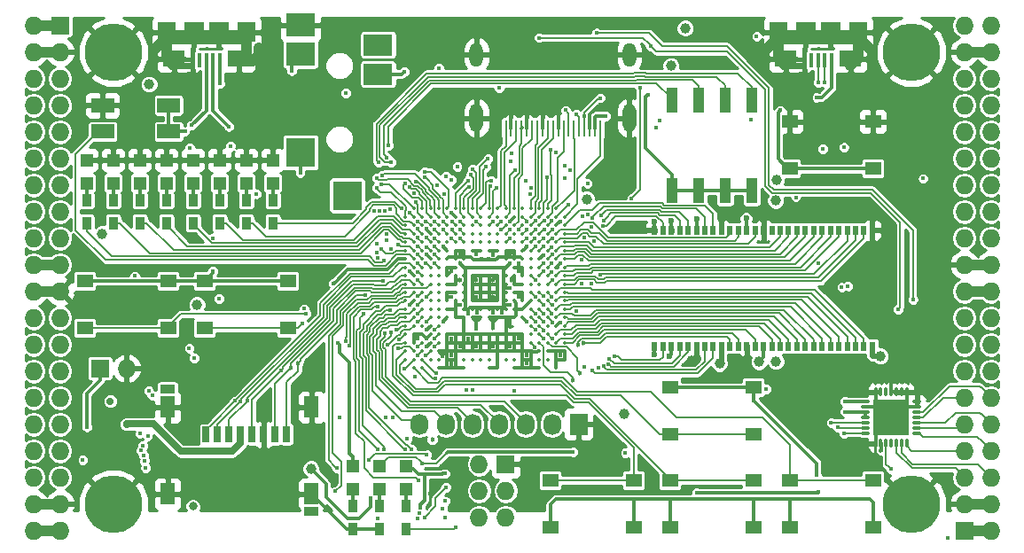
<source format=gtl>
G04 #@! TF.FileFunction,Copper,L1,Top,Signal*
%FSLAX46Y46*%
G04 Gerber Fmt 4.6, Leading zero omitted, Abs format (unit mm)*
G04 Created by KiCad (PCBNEW 4.0.7+dfsg1-1) date Tue Nov 14 05:06:20 2017*
%MOMM*%
%LPD*%
G01*
G04 APERTURE LIST*
%ADD10C,0.100000*%
%ADD11R,1.727200X1.727200*%
%ADD12O,1.727200X1.727200*%
%ADD13R,0.560000X0.900000*%
%ADD14C,5.500000*%
%ADD15R,2.200000X1.400000*%
%ADD16R,0.900000X1.200000*%
%ADD17R,2.100000X1.600000*%
%ADD18R,1.900000X1.900000*%
%ADD19R,0.400000X1.350000*%
%ADD20R,1.800000X1.900000*%
%ADD21O,0.850000X0.300000*%
%ADD22O,0.300000X0.850000*%
%ADD23R,1.675000X1.675000*%
%ADD24R,1.727200X2.032000*%
%ADD25O,1.727200X2.032000*%
%ADD26R,2.800000X2.200000*%
%ADD27R,2.800000X2.800000*%
%ADD28R,2.800000X2.000000*%
%ADD29O,1.300000X2.700000*%
%ADD30O,1.300000X2.300000*%
%ADD31R,0.250000X1.600000*%
%ADD32R,1.550000X1.300000*%
%ADD33R,1.120000X2.440000*%
%ADD34C,0.350000*%
%ADD35R,0.700000X1.500000*%
%ADD36R,1.450000X0.900000*%
%ADD37R,1.450000X2.000000*%
%ADD38R,1.200000X1.200000*%
%ADD39C,0.600000*%
%ADD40C,0.400000*%
%ADD41C,1.000000*%
%ADD42C,0.454000*%
%ADD43C,0.800000*%
%ADD44C,0.700000*%
%ADD45C,0.300000*%
%ADD46C,1.000000*%
%ADD47C,0.500000*%
%ADD48C,0.600000*%
%ADD49C,0.190000*%
%ADD50C,0.200000*%
%ADD51C,0.700000*%
%ADD52C,0.127000*%
%ADD53C,0.254000*%
G04 APERTURE END LIST*
D10*
D11*
X97910000Y-62690000D03*
D12*
X95370000Y-62690000D03*
X97910000Y-65230000D03*
X95370000Y-65230000D03*
X97910000Y-67770000D03*
X95370000Y-67770000D03*
X97910000Y-70310000D03*
X95370000Y-70310000D03*
X97910000Y-72850000D03*
X95370000Y-72850000D03*
X97910000Y-75390000D03*
X95370000Y-75390000D03*
X97910000Y-77930000D03*
X95370000Y-77930000D03*
X97910000Y-80470000D03*
X95370000Y-80470000D03*
X97910000Y-83010000D03*
X95370000Y-83010000D03*
X97910000Y-85550000D03*
X95370000Y-85550000D03*
X97910000Y-88090000D03*
X95370000Y-88090000D03*
X97910000Y-90630000D03*
X95370000Y-90630000D03*
X97910000Y-93170000D03*
X95370000Y-93170000D03*
X97910000Y-95710000D03*
X95370000Y-95710000D03*
X97910000Y-98250000D03*
X95370000Y-98250000D03*
X97910000Y-100790000D03*
X95370000Y-100790000D03*
X97910000Y-103330000D03*
X95370000Y-103330000D03*
X97910000Y-105870000D03*
X95370000Y-105870000D03*
X97910000Y-108410000D03*
X95370000Y-108410000D03*
X97910000Y-110950000D03*
X95370000Y-110950000D03*
D13*
X175480000Y-82270000D03*
X154680000Y-93330000D03*
X155480000Y-93330000D03*
X156280000Y-93330000D03*
X157080000Y-93330000D03*
X157880000Y-93330000D03*
X158680000Y-93330000D03*
X159480000Y-93330000D03*
X160280000Y-93330000D03*
X161080000Y-93330000D03*
X161880000Y-93330000D03*
X162680000Y-93330000D03*
X163480000Y-93330000D03*
X164280000Y-93330000D03*
X165080000Y-93330000D03*
X165880000Y-93330000D03*
X166680000Y-93330000D03*
X167480000Y-93330000D03*
X168280000Y-93330000D03*
X169080000Y-93330000D03*
X169880000Y-93330000D03*
X170680000Y-93330000D03*
X171480000Y-93330000D03*
X172280000Y-93330000D03*
X173080000Y-93330000D03*
X173880000Y-93330000D03*
X174680000Y-93330000D03*
X175480000Y-93330000D03*
X174680000Y-82270000D03*
X173880000Y-82270000D03*
X173080000Y-82270000D03*
X172280000Y-82270000D03*
X171480000Y-82270000D03*
X170680000Y-82270000D03*
X169880000Y-82270000D03*
X169080000Y-82270000D03*
X168280000Y-82270000D03*
X167480000Y-82270000D03*
X166680000Y-82270000D03*
X165880000Y-82270000D03*
X165080000Y-82270000D03*
X164280000Y-82270000D03*
X163480000Y-82270000D03*
X162680000Y-82270000D03*
X161880000Y-82270000D03*
X161080000Y-82270000D03*
X160280000Y-82270000D03*
X159480000Y-82270000D03*
X158680000Y-82270000D03*
X157880000Y-82270000D03*
X157080000Y-82270000D03*
X156280000Y-82270000D03*
X155480000Y-82270000D03*
X154680000Y-82270000D03*
D11*
X184270000Y-110950000D03*
D12*
X186810000Y-110950000D03*
X184270000Y-108410000D03*
X186810000Y-108410000D03*
X184270000Y-105870000D03*
X186810000Y-105870000D03*
X184270000Y-103330000D03*
X186810000Y-103330000D03*
X184270000Y-100790000D03*
X186810000Y-100790000D03*
X184270000Y-98250000D03*
X186810000Y-98250000D03*
X184270000Y-95710000D03*
X186810000Y-95710000D03*
X184270000Y-93170000D03*
X186810000Y-93170000D03*
X184270000Y-90630000D03*
X186810000Y-90630000D03*
X184270000Y-88090000D03*
X186810000Y-88090000D03*
X184270000Y-85550000D03*
X186810000Y-85550000D03*
X184270000Y-83010000D03*
X186810000Y-83010000D03*
X184270000Y-80470000D03*
X186810000Y-80470000D03*
X184270000Y-77930000D03*
X186810000Y-77930000D03*
X184270000Y-75390000D03*
X186810000Y-75390000D03*
X184270000Y-72850000D03*
X186810000Y-72850000D03*
X184270000Y-70310000D03*
X186810000Y-70310000D03*
X184270000Y-67770000D03*
X186810000Y-67770000D03*
X184270000Y-65230000D03*
X186810000Y-65230000D03*
X184270000Y-62690000D03*
X186810000Y-62690000D03*
D14*
X102990000Y-108410000D03*
X179190000Y-108410000D03*
X179190000Y-65230000D03*
X102990000Y-65230000D03*
D15*
X108274000Y-70330000D03*
X101974000Y-70330000D03*
X101974000Y-72830000D03*
X108274000Y-72830000D03*
D11*
X101720000Y-95456000D03*
D12*
X104260000Y-95456000D03*
D16*
X128390000Y-108580000D03*
X128390000Y-110780000D03*
X130930000Y-110780000D03*
X130930000Y-108580000D03*
D17*
X114980000Y-65875000D03*
X108780000Y-65875000D03*
D18*
X113080000Y-63325000D03*
X110680000Y-63325000D03*
D19*
X113180000Y-66000000D03*
X112530000Y-66000000D03*
X111880000Y-66000000D03*
X111230000Y-66000000D03*
X110580000Y-66000000D03*
D20*
X115680000Y-63325000D03*
X108080000Y-63325000D03*
D17*
X173400000Y-65875000D03*
X167200000Y-65875000D03*
D18*
X171500000Y-63325000D03*
X169100000Y-63325000D03*
D19*
X171600000Y-66000000D03*
X170950000Y-66000000D03*
X170300000Y-66000000D03*
X169650000Y-66000000D03*
X169000000Y-66000000D03*
D20*
X174100000Y-63325000D03*
X166500000Y-63325000D03*
D11*
X140455000Y-104600000D03*
D12*
X137915000Y-104600000D03*
X140455000Y-107140000D03*
X137915000Y-107140000D03*
X140455000Y-109680000D03*
X137915000Y-109680000D03*
D16*
X118230000Y-81570000D03*
X118230000Y-79370000D03*
X115690000Y-81570000D03*
X115690000Y-79370000D03*
X113150000Y-81570000D03*
X113150000Y-79370000D03*
X110610000Y-81570000D03*
X110610000Y-79370000D03*
X108070000Y-81570000D03*
X108070000Y-79370000D03*
X105530000Y-81570000D03*
X105530000Y-79370000D03*
X102990000Y-81570000D03*
X102990000Y-79370000D03*
X100450000Y-81570000D03*
X100450000Y-79370000D03*
D21*
X179735000Y-101655000D03*
X179735000Y-101155000D03*
X179735000Y-100655000D03*
X179735000Y-100155000D03*
X179735000Y-99655000D03*
X179735000Y-99155000D03*
X179735000Y-98655000D03*
D22*
X178785000Y-97705000D03*
X178285000Y-97705000D03*
X177785000Y-97705000D03*
X177285000Y-97705000D03*
X176785000Y-97705000D03*
X176285000Y-97705000D03*
X175785000Y-97705000D03*
D21*
X174835000Y-98655000D03*
X174835000Y-99155000D03*
X174835000Y-99655000D03*
X174835000Y-100155000D03*
X174835000Y-100655000D03*
X174835000Y-101155000D03*
X174835000Y-101655000D03*
D22*
X175785000Y-102605000D03*
X176285000Y-102605000D03*
X176785000Y-102605000D03*
X177285000Y-102605000D03*
X177785000Y-102605000D03*
X178285000Y-102605000D03*
X178785000Y-102605000D03*
D23*
X176447500Y-99317500D03*
X176447500Y-100992500D03*
X178122500Y-99317500D03*
X178122500Y-100992500D03*
D24*
X147440000Y-100790000D03*
D25*
X144900000Y-100790000D03*
X142360000Y-100790000D03*
X139820000Y-100790000D03*
X137280000Y-100790000D03*
X134740000Y-100790000D03*
X132200000Y-100790000D03*
D26*
X120880000Y-62640000D03*
X120880000Y-65440000D03*
D27*
X120880000Y-74840000D03*
X125330000Y-78940000D03*
D28*
X128280000Y-67340000D03*
X128280000Y-64540000D03*
D29*
X152280000Y-71550000D03*
X137680000Y-71550000D03*
D30*
X137680000Y-65500000D03*
D31*
X140480000Y-72500000D03*
X140980000Y-72500000D03*
X141480000Y-72500000D03*
X141980000Y-72500000D03*
X142480000Y-72500000D03*
X142980000Y-72500000D03*
X143480000Y-72500000D03*
X143980000Y-72500000D03*
X144480000Y-72500000D03*
X144980000Y-72500000D03*
X145480000Y-72500000D03*
X145980000Y-72500000D03*
X146480000Y-72500000D03*
X146980000Y-72500000D03*
X147480000Y-72500000D03*
X147980000Y-72500000D03*
X148480000Y-72500000D03*
X148980000Y-72500000D03*
X149480000Y-72500000D03*
D30*
X152280000Y-65500000D03*
D32*
X175550000Y-71870000D03*
X175550000Y-76370000D03*
X167590000Y-76370000D03*
X167590000Y-71870000D03*
X100280000Y-91610000D03*
X100280000Y-87110000D03*
X108240000Y-87110000D03*
X108240000Y-91610000D03*
X111710000Y-91610000D03*
X111710000Y-87110000D03*
X119670000Y-87110000D03*
X119670000Y-91610000D03*
X156160000Y-101770000D03*
X156160000Y-97270000D03*
X164120000Y-97270000D03*
X164120000Y-101770000D03*
X164120000Y-106160000D03*
X164120000Y-110660000D03*
X156160000Y-110660000D03*
X156160000Y-106160000D03*
X152690000Y-106160000D03*
X152690000Y-110660000D03*
X144730000Y-110660000D03*
X144730000Y-106160000D03*
X175550000Y-106160000D03*
X175550000Y-110660000D03*
X167590000Y-110660000D03*
X167590000Y-106160000D03*
D33*
X163950000Y-69815000D03*
X156330000Y-78425000D03*
X161410000Y-69815000D03*
X158870000Y-78425000D03*
X158870000Y-69815000D03*
X161410000Y-78425000D03*
X156330000Y-69815000D03*
X163950000Y-78425000D03*
D34*
X131680000Y-80200000D03*
X132480000Y-80200000D03*
X133280000Y-80200000D03*
X134080000Y-80200000D03*
X134880000Y-80200000D03*
X135680000Y-80200000D03*
X136480000Y-80200000D03*
X137280000Y-80200000D03*
X138080000Y-80200000D03*
X138880000Y-80200000D03*
X139680000Y-80200000D03*
X140480000Y-80200000D03*
X141280000Y-80200000D03*
X142080000Y-80200000D03*
X142880000Y-80200000D03*
X143680000Y-80200000D03*
X144480000Y-80200000D03*
X145280000Y-80200000D03*
X130880000Y-81000000D03*
X131680000Y-81000000D03*
X132480000Y-81000000D03*
X133280000Y-81000000D03*
X134080000Y-81000000D03*
X134880000Y-81000000D03*
X135680000Y-81000000D03*
X136480000Y-81000000D03*
X137280000Y-81000000D03*
X138080000Y-81000000D03*
X138880000Y-81000000D03*
X139680000Y-81000000D03*
X140480000Y-81000000D03*
X141280000Y-81000000D03*
X142080000Y-81000000D03*
X142880000Y-81000000D03*
X143680000Y-81000000D03*
X144480000Y-81000000D03*
X145280000Y-81000000D03*
X146080000Y-81000000D03*
X130880000Y-81800000D03*
X131680000Y-81800000D03*
X132480000Y-81800000D03*
X133280000Y-81800000D03*
X134080000Y-81800000D03*
X134880000Y-81800000D03*
X135680000Y-81800000D03*
X136480000Y-81800000D03*
X137280000Y-81800000D03*
X138080000Y-81800000D03*
X138880000Y-81800000D03*
X139680000Y-81800000D03*
X140480000Y-81800000D03*
X141280000Y-81800000D03*
X142080000Y-81800000D03*
X142880000Y-81800000D03*
X143680000Y-81800000D03*
X144480000Y-81800000D03*
X145280000Y-81800000D03*
X146080000Y-81800000D03*
X130880000Y-82600000D03*
X131680000Y-82600000D03*
X132480000Y-82600000D03*
X133280000Y-82600000D03*
X134080000Y-82600000D03*
X134880000Y-82600000D03*
X135680000Y-82600000D03*
X136480000Y-82600000D03*
X137280000Y-82600000D03*
X138080000Y-82600000D03*
X138880000Y-82600000D03*
X139680000Y-82600000D03*
X140480000Y-82600000D03*
X141280000Y-82600000D03*
X142080000Y-82600000D03*
X142880000Y-82600000D03*
X143680000Y-82600000D03*
X144480000Y-82600000D03*
X145280000Y-82600000D03*
X146080000Y-82600000D03*
X130880000Y-83400000D03*
X131680000Y-83400000D03*
X132480000Y-83400000D03*
X133280000Y-83400000D03*
X134080000Y-83400000D03*
X134880000Y-83400000D03*
X135680000Y-83400000D03*
X136480000Y-83400000D03*
X137280000Y-83400000D03*
X138080000Y-83400000D03*
X138880000Y-83400000D03*
X139680000Y-83400000D03*
X140480000Y-83400000D03*
X141280000Y-83400000D03*
X142080000Y-83400000D03*
X142880000Y-83400000D03*
X143680000Y-83400000D03*
X144480000Y-83400000D03*
X145280000Y-83400000D03*
X146080000Y-83400000D03*
X130880000Y-84200000D03*
X131680000Y-84200000D03*
X132480000Y-84200000D03*
X133280000Y-84200000D03*
X134080000Y-84200000D03*
X134880000Y-84200000D03*
X135680000Y-84200000D03*
X136480000Y-84200000D03*
X137280000Y-84200000D03*
X138080000Y-84200000D03*
X138880000Y-84200000D03*
X139680000Y-84200000D03*
X140480000Y-84200000D03*
X141280000Y-84200000D03*
X142080000Y-84200000D03*
X142880000Y-84200000D03*
X143680000Y-84200000D03*
X144480000Y-84200000D03*
X145280000Y-84200000D03*
X146080000Y-84200000D03*
X130880000Y-85000000D03*
X131680000Y-85000000D03*
X132480000Y-85000000D03*
X133280000Y-85000000D03*
X134080000Y-85000000D03*
X134880000Y-85000000D03*
X135680000Y-85000000D03*
X136480000Y-85000000D03*
X137280000Y-85000000D03*
X138080000Y-85000000D03*
X138880000Y-85000000D03*
X139680000Y-85000000D03*
X140480000Y-85000000D03*
X141280000Y-85000000D03*
X142080000Y-85000000D03*
X142880000Y-85000000D03*
X143680000Y-85000000D03*
X144480000Y-85000000D03*
X145280000Y-85000000D03*
X146080000Y-85000000D03*
X130880000Y-85800000D03*
X131680000Y-85800000D03*
X132480000Y-85800000D03*
X133280000Y-85800000D03*
X134080000Y-85800000D03*
X134880000Y-85800000D03*
X135680000Y-85800000D03*
X136480000Y-85800000D03*
X137280000Y-85800000D03*
X138080000Y-85800000D03*
X138880000Y-85800000D03*
X139680000Y-85800000D03*
X140480000Y-85800000D03*
X141280000Y-85800000D03*
X142080000Y-85800000D03*
X142880000Y-85800000D03*
X143680000Y-85800000D03*
X144480000Y-85800000D03*
X145280000Y-85800000D03*
X146080000Y-85800000D03*
X130880000Y-86600000D03*
X131680000Y-86600000D03*
X132480000Y-86600000D03*
X133280000Y-86600000D03*
X134080000Y-86600000D03*
X134880000Y-86600000D03*
X135680000Y-86600000D03*
X136480000Y-86600000D03*
X137280000Y-86600000D03*
X138080000Y-86600000D03*
X138880000Y-86600000D03*
X139680000Y-86600000D03*
X140480000Y-86600000D03*
X141280000Y-86600000D03*
X142080000Y-86600000D03*
X142880000Y-86600000D03*
X143680000Y-86600000D03*
X144480000Y-86600000D03*
X145280000Y-86600000D03*
X146080000Y-86600000D03*
X130880000Y-87400000D03*
X131680000Y-87400000D03*
X132480000Y-87400000D03*
X133280000Y-87400000D03*
X134080000Y-87400000D03*
X134880000Y-87400000D03*
X135680000Y-87400000D03*
X136480000Y-87400000D03*
X137280000Y-87400000D03*
X138080000Y-87400000D03*
X138880000Y-87400000D03*
X139680000Y-87400000D03*
X140480000Y-87400000D03*
X141280000Y-87400000D03*
X142080000Y-87400000D03*
X142880000Y-87400000D03*
X143680000Y-87400000D03*
X144480000Y-87400000D03*
X145280000Y-87400000D03*
X146080000Y-87400000D03*
X130880000Y-88200000D03*
X131680000Y-88200000D03*
X132480000Y-88200000D03*
X133280000Y-88200000D03*
X134080000Y-88200000D03*
X134880000Y-88200000D03*
X135680000Y-88200000D03*
X136480000Y-88200000D03*
X137280000Y-88200000D03*
X138080000Y-88200000D03*
X138880000Y-88200000D03*
X139680000Y-88200000D03*
X140480000Y-88200000D03*
X141280000Y-88200000D03*
X142080000Y-88200000D03*
X142880000Y-88200000D03*
X143680000Y-88200000D03*
X144480000Y-88200000D03*
X145280000Y-88200000D03*
X146080000Y-88200000D03*
X130880000Y-89000000D03*
X131680000Y-89000000D03*
X132480000Y-89000000D03*
X133280000Y-89000000D03*
X134080000Y-89000000D03*
X134880000Y-89000000D03*
X135680000Y-89000000D03*
X136480000Y-89000000D03*
X137280000Y-89000000D03*
X138080000Y-89000000D03*
X138880000Y-89000000D03*
X139680000Y-89000000D03*
X140480000Y-89000000D03*
X141280000Y-89000000D03*
X142080000Y-89000000D03*
X142880000Y-89000000D03*
X143680000Y-89000000D03*
X144480000Y-89000000D03*
X145280000Y-89000000D03*
X146080000Y-89000000D03*
X130880000Y-89800000D03*
X131680000Y-89800000D03*
X132480000Y-89800000D03*
X133280000Y-89800000D03*
X134080000Y-89800000D03*
X134880000Y-89800000D03*
X135680000Y-89800000D03*
X136480000Y-89800000D03*
X137280000Y-89800000D03*
X138080000Y-89800000D03*
X138880000Y-89800000D03*
X139680000Y-89800000D03*
X140480000Y-89800000D03*
X141280000Y-89800000D03*
X142080000Y-89800000D03*
X142880000Y-89800000D03*
X143680000Y-89800000D03*
X144480000Y-89800000D03*
X145280000Y-89800000D03*
X146080000Y-89800000D03*
X130880000Y-90600000D03*
X131680000Y-90600000D03*
X132480000Y-90600000D03*
X133280000Y-90600000D03*
X134080000Y-90600000D03*
X134880000Y-90600000D03*
X135680000Y-90600000D03*
X136480000Y-90600000D03*
X137280000Y-90600000D03*
X138080000Y-90600000D03*
X138880000Y-90600000D03*
X139680000Y-90600000D03*
X140480000Y-90600000D03*
X141280000Y-90600000D03*
X142080000Y-90600000D03*
X142880000Y-90600000D03*
X143680000Y-90600000D03*
X144480000Y-90600000D03*
X145280000Y-90600000D03*
X146080000Y-90600000D03*
X130880000Y-91400000D03*
X131680000Y-91400000D03*
X132480000Y-91400000D03*
X133280000Y-91400000D03*
X134080000Y-91400000D03*
X142880000Y-91400000D03*
X143680000Y-91400000D03*
X144480000Y-91400000D03*
X145280000Y-91400000D03*
X146080000Y-91400000D03*
X130880000Y-92200000D03*
X131680000Y-92200000D03*
X132480000Y-92200000D03*
X133280000Y-92200000D03*
X134080000Y-92200000D03*
X134880000Y-92200000D03*
X135680000Y-92200000D03*
X136480000Y-92200000D03*
X137280000Y-92200000D03*
X138080000Y-92200000D03*
X138880000Y-92200000D03*
X139680000Y-92200000D03*
X140480000Y-92200000D03*
X141280000Y-92200000D03*
X142080000Y-92200000D03*
X142880000Y-92200000D03*
X143680000Y-92200000D03*
X144480000Y-92200000D03*
X145280000Y-92200000D03*
X146080000Y-92200000D03*
X130880000Y-93000000D03*
X131680000Y-93000000D03*
X132480000Y-93000000D03*
X133280000Y-93000000D03*
X134080000Y-93000000D03*
X134880000Y-93000000D03*
X135680000Y-93000000D03*
X136480000Y-93000000D03*
X137280000Y-93000000D03*
X138080000Y-93000000D03*
X138880000Y-93000000D03*
X139680000Y-93000000D03*
X140480000Y-93000000D03*
X141280000Y-93000000D03*
X142080000Y-93000000D03*
X142880000Y-93000000D03*
X143680000Y-93000000D03*
X144480000Y-93000000D03*
X145280000Y-93000000D03*
X146080000Y-93000000D03*
X130880000Y-93800000D03*
X131680000Y-93800000D03*
X132480000Y-93800000D03*
X133280000Y-93800000D03*
X134080000Y-93800000D03*
X134880000Y-93800000D03*
X135680000Y-93800000D03*
X136480000Y-93800000D03*
X137280000Y-93800000D03*
X138080000Y-93800000D03*
X138880000Y-93800000D03*
X139680000Y-93800000D03*
X140480000Y-93800000D03*
X141280000Y-93800000D03*
X142080000Y-93800000D03*
X142880000Y-93800000D03*
X143680000Y-93800000D03*
X144480000Y-93800000D03*
X145280000Y-93800000D03*
X146080000Y-93800000D03*
X130880000Y-94600000D03*
X131680000Y-94600000D03*
X132480000Y-94600000D03*
X133280000Y-94600000D03*
X134080000Y-94600000D03*
X134880000Y-94600000D03*
X135680000Y-94600000D03*
X136480000Y-94600000D03*
X137280000Y-94600000D03*
X138080000Y-94600000D03*
X138880000Y-94600000D03*
X139680000Y-94600000D03*
X140480000Y-94600000D03*
X141280000Y-94600000D03*
X142080000Y-94600000D03*
X142880000Y-94600000D03*
X143680000Y-94600000D03*
X144480000Y-94600000D03*
X145280000Y-94600000D03*
X146080000Y-94600000D03*
X131680000Y-95400000D03*
X132480000Y-95400000D03*
X134080000Y-95400000D03*
X134880000Y-95400000D03*
X135680000Y-95400000D03*
X136480000Y-95400000D03*
X138880000Y-95400000D03*
X139680000Y-95400000D03*
X141280000Y-95400000D03*
X142080000Y-95400000D03*
X142880000Y-95400000D03*
X143680000Y-95400000D03*
X145280000Y-95400000D03*
D35*
X111855000Y-101765000D03*
X112955000Y-101765000D03*
X114055000Y-101765000D03*
X115155000Y-101765000D03*
X116255000Y-101765000D03*
X117355000Y-101765000D03*
X118455000Y-101765000D03*
X119555000Y-101765000D03*
D36*
X108180000Y-97465000D03*
X121930000Y-109115000D03*
D37*
X121930000Y-99165000D03*
X108180000Y-99165000D03*
X108180000Y-107465000D03*
X121930000Y-107465000D03*
D38*
X125850000Y-104770000D03*
X125850000Y-106970000D03*
D16*
X125850000Y-108580000D03*
X125850000Y-110780000D03*
D38*
X128390000Y-104770000D03*
X128390000Y-106970000D03*
X118230000Y-77760000D03*
X118230000Y-75560000D03*
X115690000Y-77760000D03*
X115690000Y-75560000D03*
X113150000Y-77760000D03*
X113150000Y-75560000D03*
X110610000Y-77760000D03*
X110610000Y-75560000D03*
X108070000Y-77760000D03*
X108070000Y-75560000D03*
X105530000Y-77760000D03*
X105530000Y-75560000D03*
X102990000Y-77760000D03*
X102990000Y-75560000D03*
X100450000Y-77760000D03*
X100450000Y-75560000D03*
X130930000Y-104770000D03*
X130930000Y-106970000D03*
D39*
X123437000Y-108972000D03*
D40*
X132871770Y-84533979D03*
X132862998Y-82124544D03*
X131278306Y-86213101D03*
X135281276Y-80583119D03*
X131279502Y-89407325D03*
X170309539Y-85441529D03*
X145698456Y-91073766D03*
D39*
X156262773Y-81349374D03*
X154657528Y-81463649D03*
D41*
X158233687Y-94760979D03*
D40*
X145672808Y-85396062D03*
X144103186Y-84622010D03*
X133216000Y-107465000D03*
X137680000Y-88600000D03*
X142480000Y-95000000D03*
X141680000Y-92600000D03*
X140836000Y-84534000D03*
X135284627Y-94985297D03*
X135288625Y-94225619D03*
X134455822Y-94267172D03*
X136095958Y-93369652D03*
D42*
X139264636Y-91615205D03*
D41*
X116880503Y-64802940D03*
X106974809Y-64953974D03*
X175210328Y-64948943D03*
X165417246Y-64954666D03*
D40*
X175495631Y-71457432D03*
X145680000Y-94177990D03*
X177285000Y-95710000D03*
D41*
X177229911Y-82281349D03*
D39*
X164741832Y-81130572D03*
X161067993Y-81216119D03*
D41*
X162992748Y-94820185D03*
D40*
X140880000Y-81400000D03*
X136085174Y-89394826D03*
X145680000Y-81400000D03*
X140874194Y-91433353D03*
X142480000Y-94200000D03*
X140880000Y-93400000D03*
X139280000Y-93400000D03*
X137680000Y-93400000D03*
X136880000Y-92600000D03*
X135280000Y-92600000D03*
X132880000Y-91800000D03*
X132880000Y-93400000D03*
D42*
X141042859Y-86994997D03*
X139280000Y-87000000D03*
X136110990Y-86995403D03*
X137680000Y-87000000D03*
X136080000Y-84600000D03*
X139280000Y-88600000D03*
D40*
X127586603Y-107875044D03*
D41*
X166343357Y-77477990D03*
D40*
X172564535Y-87722010D03*
D41*
X121861867Y-105030174D03*
D40*
X150030853Y-71331848D03*
D41*
X156235582Y-66548363D03*
X166248957Y-79408030D03*
X101932065Y-82585048D03*
X106417803Y-68312483D03*
X166280000Y-94800000D03*
X157600000Y-62944000D03*
X176254940Y-94288458D03*
D40*
X180340784Y-77316932D03*
X109828000Y-72830000D03*
D39*
X154683145Y-94115840D03*
D40*
X148271935Y-77777990D03*
D43*
X110593913Y-108636458D03*
D41*
X160884708Y-94994498D03*
D39*
X156077107Y-94326957D03*
D40*
X173137949Y-87594275D03*
D41*
X148202454Y-79278787D03*
D44*
X102710050Y-98594954D03*
D40*
X154794000Y-72426000D03*
X129005202Y-100174798D03*
X137659051Y-91638034D03*
X139820000Y-68665673D03*
X172834633Y-99599920D03*
X172879922Y-98618650D03*
X176305593Y-103279812D03*
X165349214Y-97422919D03*
X164433885Y-63737451D03*
X134079160Y-66786153D03*
X116654336Y-78777990D03*
D39*
X163422030Y-81120665D03*
X158680000Y-81210838D03*
D40*
X112515000Y-83010000D03*
X100080000Y-104200000D03*
X113080000Y-88800000D03*
D41*
X164653770Y-94825547D03*
D40*
X135273306Y-88618602D03*
X139272517Y-84611349D03*
X137680556Y-84534085D03*
X141680000Y-86200000D03*
X135280000Y-86200000D03*
X132880000Y-92600000D03*
X132080000Y-92600000D03*
X141680000Y-88600000D03*
X141680000Y-85400000D03*
X137689001Y-90122990D03*
D41*
X151758000Y-99774000D03*
D40*
X136885174Y-90194826D03*
X140094890Y-90122990D03*
X139280000Y-90122990D03*
X140880000Y-89400000D03*
X140880000Y-87800000D03*
X140880000Y-85400000D03*
D42*
X136080000Y-85400000D03*
D40*
X121401947Y-90251871D03*
X129988160Y-91721995D03*
X130302262Y-92700329D03*
X121041200Y-91125073D03*
D41*
X110991000Y-89360000D03*
D40*
X142480000Y-91000000D03*
X142480000Y-83800000D03*
X134480000Y-83800000D03*
X134480000Y-91000000D03*
X125193541Y-69156848D03*
X105037711Y-86632990D03*
X155149360Y-71764535D03*
X170182962Y-69571012D03*
X170362901Y-107286196D03*
X158716651Y-107325176D03*
X128216338Y-109760338D03*
X132708000Y-109680000D03*
X137295592Y-97538017D03*
X134750646Y-106810513D03*
X133680000Y-91800000D03*
X136740903Y-97514503D03*
X134675868Y-108131585D03*
D42*
X133449289Y-102232615D03*
D40*
X133680000Y-92600000D03*
X132936956Y-103711000D03*
X127385678Y-104203668D03*
X133685482Y-93402296D03*
X134463998Y-108841973D03*
X131039072Y-102187000D03*
X131808905Y-96227367D03*
X134636872Y-109719950D03*
X132846234Y-94197073D03*
X120834553Y-76779094D03*
X130761990Y-67119621D03*
X147186000Y-71200000D03*
X147983153Y-71347080D03*
X149475951Y-69619684D03*
X153297112Y-68608292D03*
X177926984Y-89812061D03*
X154329326Y-64643767D03*
X152497066Y-79193467D03*
X146481406Y-79819384D03*
X143650666Y-63862520D03*
X179351513Y-88868327D03*
X149134122Y-63424051D03*
X140035989Y-81400000D03*
X115759823Y-98502036D03*
X132083026Y-86260405D03*
X128776655Y-87135140D03*
X119008515Y-95662939D03*
D42*
X119978162Y-95412951D03*
X120634035Y-94977604D03*
D40*
X113212238Y-68244401D03*
X146180000Y-70800000D03*
X131453853Y-103208291D03*
X149771692Y-81825658D03*
X144080000Y-86200000D03*
X149520824Y-86534121D03*
X144894316Y-86977564D03*
X144873936Y-83860397D03*
X149549750Y-80868432D03*
D42*
X147355672Y-93219294D03*
D40*
X144113248Y-92588762D03*
X144875155Y-86218896D03*
X149846468Y-81303978D03*
X144916886Y-83016385D03*
X148719886Y-81056015D03*
D42*
X147915304Y-93063131D03*
D40*
X144882352Y-92577990D03*
X148747982Y-95669626D03*
X144891634Y-91073766D03*
X149795895Y-95251084D03*
X144867244Y-90229755D03*
X150278898Y-95040253D03*
X144892596Y-89385743D03*
X150345974Y-94517527D03*
X144877648Y-88622010D03*
X150889207Y-94332565D03*
X143280000Y-87000000D03*
X130807074Y-95454141D03*
X130171404Y-93544341D03*
X132080000Y-93400000D03*
X129196652Y-93209125D03*
X133852393Y-95875797D03*
X141280000Y-97600000D03*
X133762848Y-96395146D03*
X132080000Y-94200000D03*
X128610772Y-84072485D03*
X105895603Y-103765816D03*
X130839486Y-103208291D03*
X132075624Y-89410644D03*
X129449238Y-89926948D03*
X128806823Y-103185900D03*
X128251440Y-89564206D03*
X132162861Y-106185868D03*
X132880000Y-88600000D03*
X124329568Y-104994951D03*
X127040053Y-88481065D03*
X132080000Y-87000000D03*
X125499542Y-93250681D03*
X124202418Y-107207639D03*
X132024412Y-109766775D03*
X110313517Y-74380698D03*
X132219727Y-109277292D03*
X114166000Y-74247000D03*
X135315381Y-81391918D03*
X135280062Y-77463305D03*
X134471370Y-81406751D03*
X134758050Y-77130140D03*
X132761172Y-77202673D03*
X132737245Y-76676207D03*
X128644933Y-77050030D03*
X128152012Y-77257840D03*
X128125571Y-78233647D03*
X110718734Y-94451783D03*
X128590544Y-77894041D03*
X110249038Y-93533767D03*
X106368514Y-97613395D03*
X131253134Y-78134216D03*
X132783339Y-81400004D03*
X106741168Y-98035405D03*
X131709326Y-78745875D03*
X132079024Y-82984045D03*
X129109095Y-82655074D03*
X105572759Y-101661319D03*
X132880889Y-83897835D03*
X129054383Y-83179239D03*
X106281049Y-101893466D03*
X129487667Y-84079929D03*
X132083682Y-83828056D03*
X105813763Y-102819336D03*
X132062099Y-84533979D03*
X128165458Y-83528763D03*
X105627254Y-103312241D03*
X128183315Y-84380742D03*
X105992720Y-104283802D03*
X133671942Y-84595200D03*
X132834641Y-85377990D03*
X128203260Y-84907376D03*
X106088753Y-104974041D03*
D42*
X146862501Y-96617499D03*
X147534467Y-95913260D03*
D40*
X147927932Y-95329243D03*
X143280000Y-91000000D03*
X149284391Y-95377990D03*
X144077013Y-90266968D03*
X147207648Y-89973043D03*
X144076240Y-89395301D03*
X143281824Y-90201951D03*
X144102010Y-85397219D03*
X147687522Y-85093328D03*
X144868096Y-85371354D03*
X148610669Y-81900026D03*
X144102010Y-83000000D03*
X144888125Y-82172374D03*
X147695541Y-87377990D03*
X144082832Y-88584510D03*
X148688598Y-87378077D03*
X143278026Y-88595030D03*
X144125486Y-82186468D03*
X148298275Y-80739810D03*
X144876540Y-81328363D03*
X147802234Y-80917812D03*
X139280000Y-81400000D03*
X139578623Y-78205862D03*
X139034115Y-78040948D03*
X139046749Y-77514088D03*
X138580000Y-76200000D03*
X138779198Y-75400762D03*
X137680000Y-81400000D03*
X137308732Y-76415018D03*
X137106948Y-76979922D03*
X136859538Y-77550820D03*
X136922059Y-78097889D03*
X136096392Y-81395070D03*
X135830698Y-76200613D03*
X148878722Y-83261032D03*
X144915665Y-84598743D03*
X148001372Y-82958777D03*
X144103186Y-83777990D03*
X142841210Y-78784254D03*
X142473549Y-82998913D03*
X142864275Y-78217369D03*
X142437464Y-82181475D03*
X146089079Y-77300571D03*
X144144931Y-81387081D03*
X144394875Y-77219934D03*
X146577729Y-76500816D03*
X143281475Y-82206074D03*
X146130802Y-76060132D03*
X143300920Y-81377293D03*
X145255695Y-74817220D03*
X141662690Y-82207782D03*
X142456909Y-81405800D03*
X140030954Y-82200000D03*
X141342967Y-76554996D03*
X141046643Y-74873804D03*
X140864029Y-83041403D03*
X140874966Y-82177164D03*
X140980062Y-75681941D03*
X115149319Y-98625494D03*
X132872609Y-82968555D03*
X132080007Y-82103333D03*
X132080000Y-81400000D03*
X131847310Y-79589886D03*
X130856828Y-77786820D03*
X131923295Y-77584853D03*
X133648389Y-82190597D03*
X133627359Y-81414685D03*
X129477855Y-92000822D03*
X132880000Y-91000000D03*
X128879646Y-92111037D03*
X132077648Y-90977990D03*
X131275302Y-80595752D03*
X130489904Y-80167235D03*
X128823114Y-85153560D03*
X132072985Y-85377990D03*
X134476508Y-82180155D03*
X133942383Y-77980766D03*
X163908850Y-71651861D03*
X135656559Y-110610712D03*
X132468001Y-104503413D03*
X146844288Y-103452739D03*
X132285867Y-108754446D03*
X134707351Y-105508447D03*
D44*
X104260000Y-100790000D03*
D40*
X114604320Y-98573680D03*
X112515000Y-86185000D03*
X164144561Y-98511733D03*
X169506589Y-107953726D03*
X170157734Y-105666345D03*
X170735900Y-74464979D03*
X143257990Y-83000000D03*
X168166438Y-79108038D03*
X151896383Y-103510715D03*
X114039000Y-72342000D03*
X110483000Y-72215000D03*
X143269694Y-93414905D03*
X177274002Y-105079115D03*
X172761273Y-101651681D03*
X143280000Y-91800000D03*
X172193360Y-101105663D03*
X144064831Y-91877646D03*
X171540304Y-100645743D03*
X144080000Y-91000000D03*
X154052298Y-69302298D03*
X128333179Y-75769807D03*
X134613000Y-78819000D03*
X135280000Y-83022010D03*
X135320520Y-82196441D03*
X129493343Y-75737814D03*
X136080000Y-82200000D03*
X129125079Y-75315804D03*
X136080000Y-83000000D03*
X129252218Y-74142461D03*
X142377451Y-77497451D03*
X172746637Y-74347988D03*
X143280000Y-83800000D03*
X170300000Y-68151000D03*
X170950000Y-68125562D03*
X125167387Y-92841517D03*
X121206217Y-89762554D03*
X132082956Y-90210779D03*
X182675150Y-111637626D03*
X124027706Y-87347706D03*
X124027707Y-87347707D03*
X166678914Y-70803555D03*
X129660000Y-100155000D03*
X124580000Y-100155000D03*
X132084049Y-88558274D03*
X126880008Y-90276109D03*
X128280000Y-103200000D03*
X100450000Y-101044000D03*
X120008000Y-67008000D03*
X127889625Y-80407426D03*
X133680000Y-85400000D03*
X130204628Y-83599483D03*
X128416582Y-80399850D03*
X133680000Y-83800000D03*
X128943593Y-80399729D03*
X133680000Y-83000000D03*
X129457990Y-80285112D03*
X144780000Y-74590382D03*
X124453000Y-93043000D03*
D45*
X134455822Y-94267172D02*
X134455822Y-94224178D01*
X134455822Y-94224178D02*
X134880000Y-93800000D01*
X123437000Y-108972000D02*
X125245000Y-110780000D01*
X125245000Y-110780000D02*
X125850000Y-110780000D01*
X125850000Y-110780000D02*
X125889531Y-110819531D01*
X125889531Y-110819531D02*
X126234488Y-110819531D01*
X126234488Y-110819531D02*
X126274019Y-110780000D01*
X126274019Y-110780000D02*
X127640000Y-110780000D01*
X127640000Y-110780000D02*
X128390000Y-110780000D01*
X121930000Y-107465000D02*
X123437000Y-108972000D01*
D46*
X184270000Y-65230000D02*
X186810000Y-65230000D01*
X184270000Y-85550000D02*
X186810000Y-85550000D01*
X184270000Y-108410000D02*
X186810000Y-108410000D01*
X95370000Y-108410000D02*
X97910000Y-108410000D01*
D47*
X97910000Y-88090000D02*
X98956608Y-87043392D01*
D45*
X98956608Y-87043392D02*
X98974574Y-87043392D01*
D47*
X97910000Y-88090000D02*
X99013590Y-89193590D01*
D45*
X99013590Y-89193590D02*
X99060056Y-89193590D01*
D46*
X95370000Y-88090000D02*
X97910000Y-88090000D01*
X95370000Y-65230000D02*
X97910000Y-65230000D01*
D45*
X139264636Y-90984636D02*
X139295364Y-90984636D01*
X139295364Y-90984636D02*
X139680000Y-90600000D01*
X132871770Y-84591770D02*
X132871770Y-84533979D01*
X133280000Y-85000000D02*
X132871770Y-84591770D01*
X133280000Y-82600000D02*
X132862998Y-82182998D01*
X132862998Y-82182998D02*
X132862998Y-82124544D01*
X131293101Y-86213101D02*
X131278306Y-86213101D01*
X131680000Y-86600000D02*
X131293101Y-86213101D01*
X140480000Y-90600000D02*
X140480000Y-92200000D01*
X135281276Y-80601276D02*
X135281276Y-80583119D01*
X135680000Y-81000000D02*
X135281276Y-80601276D01*
X131279502Y-89400498D02*
X131279502Y-89407325D01*
X131680000Y-89000000D02*
X131279502Y-89400498D01*
X145280000Y-91400000D02*
X145606234Y-91073766D01*
X145606234Y-91073766D02*
X145698456Y-91073766D01*
X156280000Y-82270000D02*
X156280000Y-81366601D01*
X156280000Y-81366601D02*
X156262773Y-81349374D01*
X154680000Y-81486121D02*
X154657528Y-81463649D01*
X154680000Y-82270000D02*
X154680000Y-81486121D01*
X158680000Y-93330000D02*
X158680000Y-94314666D01*
X158680000Y-94314666D02*
X158233687Y-94760979D01*
X145672808Y-85407192D02*
X145672808Y-85396062D01*
X145280000Y-85800000D02*
X145672808Y-85407192D01*
X143680000Y-85000000D02*
X144057990Y-84622010D01*
X144057990Y-84622010D02*
X144103186Y-84622010D01*
X148480000Y-71200000D02*
X149230000Y-70450000D01*
X148480000Y-72500000D02*
X148480000Y-71200000D01*
X145480000Y-72500000D02*
X145480000Y-71200000D01*
X143980000Y-72500000D02*
X143980000Y-71200000D01*
X142480000Y-72500000D02*
X142480000Y-71450000D01*
X142480000Y-71200000D02*
X142480000Y-71450000D01*
X140980000Y-72500000D02*
X140980000Y-71200000D01*
X137280000Y-89000000D02*
X137680000Y-88600000D01*
X142480000Y-94600000D02*
X142880000Y-94600000D01*
X142080000Y-94600000D02*
X142480000Y-94600000D01*
X142480000Y-94600000D02*
X142480000Y-95000000D01*
X141680000Y-92200000D02*
X142080000Y-92200000D01*
X141280000Y-92200000D02*
X141680000Y-92200000D01*
X141680000Y-92200000D02*
X141680000Y-92600000D01*
X141280000Y-84200000D02*
X141170000Y-84200000D01*
X141170000Y-84200000D02*
X140836000Y-84534000D01*
X135284627Y-95395373D02*
X135284627Y-95268139D01*
X135280000Y-95400000D02*
X135284627Y-95395373D01*
X135284627Y-95268139D02*
X135284627Y-94985297D01*
X135288625Y-93942777D02*
X135288625Y-94225619D01*
X135288625Y-93808625D02*
X135288625Y-93942777D01*
X135280000Y-93800000D02*
X135288625Y-93808625D01*
X134455822Y-94175822D02*
X134455822Y-94267172D01*
X134080000Y-93800000D02*
X134455822Y-94175822D01*
X145280000Y-94600000D02*
X145280000Y-95400000D01*
X143498655Y-93891906D02*
X143590561Y-93800000D01*
X143040733Y-93891906D02*
X143498655Y-93891906D01*
X142880000Y-93800000D02*
X142948827Y-93800000D01*
X142948827Y-93800000D02*
X143040733Y-93891906D01*
X143590561Y-93800000D02*
X143680000Y-93800000D01*
X145280000Y-93800000D02*
X144480000Y-93800000D01*
X146080000Y-94600000D02*
X146080000Y-93800000D01*
X145280000Y-94600000D02*
X146080000Y-94600000D01*
X142080000Y-95400000D02*
X142080000Y-94600000D01*
X142880000Y-95400000D02*
X142880000Y-94600000D01*
X142880000Y-95400000D02*
X143680000Y-95400000D01*
X142080000Y-95400000D02*
X142880000Y-95400000D01*
X141280000Y-95400000D02*
X142080000Y-95400000D01*
X142080000Y-93000000D02*
X142080000Y-93800000D01*
X138880000Y-92200000D02*
X138880000Y-93000000D01*
X139680000Y-92200000D02*
X139680000Y-93000000D01*
X140480000Y-93000000D02*
X140480000Y-92200000D01*
X141280000Y-93000000D02*
X141280000Y-92200000D01*
X142080000Y-93000000D02*
X141280000Y-93000000D01*
X142080000Y-92200000D02*
X142080000Y-93000000D01*
X140480000Y-92200000D02*
X141280000Y-92200000D01*
X139680000Y-92200000D02*
X140480000Y-92200000D01*
X138880000Y-92200000D02*
X139680000Y-92200000D01*
X138080000Y-92200000D02*
X138880000Y-92200000D01*
X136095958Y-93086810D02*
X136095958Y-93369652D01*
X136080000Y-93000000D02*
X136095958Y-93015958D01*
X136095958Y-93015958D02*
X136095958Y-93086810D01*
X139264636Y-91294179D02*
X139264636Y-91615205D01*
X139264636Y-90984636D02*
X139264636Y-91294179D01*
X138880000Y-90600000D02*
X139264636Y-90984636D01*
D46*
X116880503Y-65510046D02*
X116880503Y-64802940D01*
X116265561Y-66124988D02*
X116880503Y-65510046D01*
X115680000Y-65910000D02*
X115894988Y-66124988D01*
X115680000Y-63960000D02*
X115680000Y-65910000D01*
X115894988Y-66124988D02*
X116265561Y-66124988D01*
X107474808Y-64453975D02*
X106974809Y-64953974D01*
X107968783Y-63960000D02*
X107474808Y-64453975D01*
X108080000Y-63960000D02*
X107968783Y-63960000D01*
X174710329Y-64448944D02*
X175210328Y-64948943D01*
X174100000Y-63960000D02*
X174221385Y-63960000D01*
X174221385Y-63960000D02*
X174710329Y-64448944D01*
X165917245Y-64454667D02*
X165417246Y-64954666D01*
X166411912Y-63960000D02*
X165917245Y-64454667D01*
X166500000Y-63960000D02*
X166411912Y-63960000D01*
D45*
X175495631Y-71740274D02*
X175495631Y-71457432D01*
X175495631Y-72230631D02*
X175495631Y-71740274D01*
X175535000Y-72270000D02*
X175495631Y-72230631D01*
D48*
X108780000Y-66510000D02*
X110455000Y-66510000D01*
D45*
X110455000Y-66510000D02*
X110580000Y-66635000D01*
D46*
X108080000Y-63960000D02*
X108080000Y-65810000D01*
X108080000Y-65810000D02*
X108780000Y-66510000D01*
X115680000Y-63960000D02*
X115680000Y-65810000D01*
D45*
X115680000Y-65810000D02*
X114980000Y-66510000D01*
D46*
X113080000Y-63960000D02*
X115680000Y-63960000D01*
X110680000Y-63960000D02*
X113080000Y-63960000D01*
X108080000Y-63960000D02*
X110680000Y-63960000D01*
D48*
X167200000Y-66510000D02*
X168875000Y-66510000D01*
D45*
X168875000Y-66510000D02*
X169000000Y-66635000D01*
D46*
X174100000Y-63960000D02*
X174100000Y-65810000D01*
X174100000Y-65810000D02*
X173400000Y-66510000D01*
X166500000Y-63960000D02*
X166500000Y-65810000D01*
X166500000Y-65810000D02*
X167200000Y-66510000D01*
X171500000Y-63960000D02*
X174100000Y-63960000D01*
X169100000Y-63960000D02*
X171500000Y-63960000D01*
X166500000Y-63960000D02*
X169100000Y-63960000D01*
D45*
X145680000Y-93800000D02*
X145680000Y-94177990D01*
X178785000Y-97705000D02*
X178785000Y-98655000D01*
X178785000Y-98655000D02*
X178122500Y-99317500D01*
X176285000Y-97705000D02*
X175785000Y-97705000D01*
X175785000Y-102605000D02*
X175785000Y-101655000D01*
X175785000Y-101655000D02*
X176447500Y-100992500D01*
X178122500Y-99317500D02*
X178122500Y-100992500D01*
X176447500Y-99317500D02*
X178122500Y-99317500D01*
X176447500Y-100992500D02*
X178122500Y-100992500D01*
X177285000Y-97705000D02*
X177285000Y-95710000D01*
X178122500Y-99317500D02*
X178285000Y-99155000D01*
X178285000Y-99155000D02*
X179735000Y-99155000D01*
X179735000Y-98655000D02*
X179735000Y-99155000D01*
X177785000Y-97705000D02*
X177920000Y-97705000D01*
X177920000Y-97705000D02*
X178285000Y-97705000D01*
X178285000Y-97705000D02*
X178785000Y-97705000D01*
X177285000Y-97705000D02*
X177785000Y-97705000D01*
X175785000Y-97705000D02*
X175785000Y-98655000D01*
X175785000Y-98655000D02*
X176447500Y-99317500D01*
X174835000Y-99155000D02*
X176285000Y-99155000D01*
X176285000Y-99155000D02*
X176447500Y-99317500D01*
X177241260Y-82270000D02*
X177229911Y-82281349D01*
X164941831Y-81330571D02*
X164741832Y-81130572D01*
X165080000Y-81468740D02*
X164941831Y-81330571D01*
X165080000Y-82270000D02*
X165080000Y-81468740D01*
X161080000Y-81228126D02*
X161067993Y-81216119D01*
X161080000Y-82270000D02*
X161080000Y-81228126D01*
D47*
X175480000Y-82270000D02*
X177241260Y-82270000D01*
D45*
X163192747Y-94620186D02*
X162992748Y-94820185D01*
X163480000Y-94332933D02*
X163192747Y-94620186D01*
X163480000Y-93330000D02*
X163480000Y-94332933D01*
X141280000Y-81000000D02*
X140880000Y-81400000D01*
X135685174Y-89394826D02*
X135802332Y-89394826D01*
X135680000Y-89400000D02*
X135685174Y-89394826D01*
X135802332Y-89394826D02*
X136085174Y-89394826D01*
X135054999Y-84825001D02*
X137080000Y-84825001D01*
X137280000Y-85000000D02*
X137105001Y-84825001D01*
X137105001Y-84825001D02*
X137080000Y-84825001D01*
X138280000Y-85088351D02*
X137368351Y-85088351D01*
X137368351Y-85088351D02*
X137280000Y-85000000D01*
X139680000Y-86600000D02*
X139280000Y-87000000D01*
X139680000Y-88200000D02*
X139680000Y-89000000D01*
X139680000Y-87400000D02*
X139680000Y-88200000D01*
X139680000Y-86600000D02*
X139680000Y-87400000D01*
X137280000Y-88200000D02*
X137280000Y-89000000D01*
X137280000Y-87400000D02*
X137280000Y-88200000D01*
X137280000Y-86600000D02*
X137280000Y-87400000D01*
X138880000Y-87400000D02*
X138880000Y-88200000D01*
X138880000Y-86600000D02*
X138880000Y-87400000D01*
X138080000Y-87400000D02*
X138080000Y-86600000D01*
X138080000Y-88200000D02*
X138080000Y-87400000D01*
X138080000Y-89000000D02*
X138080000Y-88200000D01*
X138080000Y-88200000D02*
X138880000Y-88200000D01*
X138080000Y-87400000D02*
X138880000Y-87400000D01*
X137280000Y-87400000D02*
X138080000Y-87400000D01*
X145454999Y-81625001D02*
X145680000Y-81400000D01*
X145280000Y-81800000D02*
X145454999Y-81625001D01*
X141480000Y-89800000D02*
X141480000Y-89200000D01*
X141480000Y-89200000D02*
X141280000Y-89000000D01*
X141280000Y-89800000D02*
X141480000Y-89800000D01*
X141480000Y-89800000D02*
X142080000Y-89800000D01*
X141454999Y-90425001D02*
X141454999Y-89825001D01*
X141454999Y-89825001D02*
X141480000Y-89800000D01*
X140874194Y-90605806D02*
X140874194Y-91150511D01*
X140880000Y-90600000D02*
X140874194Y-90605806D01*
X140874194Y-91150511D02*
X140874194Y-91433353D01*
X140480000Y-90600000D02*
X140880000Y-90600000D01*
X140880000Y-90600000D02*
X141280000Y-90600000D01*
X139680000Y-90600000D02*
X140480000Y-90600000D01*
X138880000Y-90600000D02*
X139680000Y-90600000D01*
X141280000Y-85000000D02*
X141280000Y-84800000D01*
X141280000Y-84200000D02*
X141280000Y-85000000D01*
X140480000Y-84200000D02*
X141280000Y-84200000D01*
X141280000Y-84800000D02*
X141280000Y-84200000D01*
X141905001Y-84825001D02*
X141305001Y-84825001D01*
X141305001Y-84825001D02*
X141280000Y-84800000D01*
X140480000Y-85000000D02*
X140480000Y-84200000D01*
X139680000Y-85000000D02*
X139680000Y-84898347D01*
X139680000Y-84898347D02*
X139753346Y-84825001D01*
X138280000Y-85088351D02*
X138680000Y-85088351D01*
X138280000Y-85088351D02*
X139489996Y-85088351D01*
X138080000Y-85000000D02*
X138191649Y-85000000D01*
X138191649Y-85000000D02*
X138280000Y-85088351D01*
X138880000Y-85000000D02*
X138768351Y-85000000D01*
X138768351Y-85000000D02*
X138680000Y-85088351D01*
X135680000Y-84200000D02*
X135680000Y-84800000D01*
X135680000Y-84800000D02*
X135680000Y-85000000D01*
X135054999Y-84825001D02*
X135654999Y-84825001D01*
X135654999Y-84825001D02*
X135680000Y-84800000D01*
X136480000Y-85000000D02*
X136480000Y-84200000D01*
X134880000Y-85000000D02*
X135054999Y-84825001D01*
X138880000Y-87400000D02*
X139680000Y-87400000D01*
X138880000Y-88200000D02*
X138880000Y-89000000D01*
X138880000Y-88200000D02*
X139680000Y-88200000D01*
X137280000Y-88200000D02*
X138080000Y-88200000D01*
X141280000Y-90600000D02*
X141454999Y-90425001D01*
D47*
X115690000Y-75610980D02*
X118230000Y-75610980D01*
X113150000Y-75610980D02*
X115690000Y-75610980D01*
X110610000Y-75610980D02*
X113150000Y-75610980D01*
X108070000Y-75610980D02*
X110610000Y-75610980D01*
X105530000Y-75610980D02*
X108070000Y-75610980D01*
X102990000Y-75610980D02*
X105530000Y-75610980D01*
X100450000Y-75610980D02*
X102990000Y-75610980D01*
D45*
X142080000Y-89800000D02*
X142880000Y-89000000D01*
X145680000Y-93800000D02*
X145280000Y-93800000D01*
X146080000Y-93800000D02*
X145680000Y-93800000D01*
X135680000Y-89400000D02*
X135680000Y-89800000D01*
X135680000Y-89000000D02*
X135680000Y-89400000D01*
X135280000Y-95400000D02*
X135680000Y-95400000D01*
X134880000Y-95400000D02*
X135280000Y-95400000D01*
X135280000Y-93800000D02*
X135680000Y-93800000D01*
X134880000Y-93800000D02*
X135280000Y-93800000D01*
X142480000Y-93800000D02*
X142080000Y-93800000D01*
X142880000Y-93800000D02*
X142480000Y-93800000D01*
X142480000Y-93800000D02*
X142480000Y-94200000D01*
X140880000Y-93000000D02*
X141280000Y-93000000D01*
X140480000Y-93000000D02*
X140880000Y-93000000D01*
X140880000Y-93000000D02*
X140880000Y-93400000D01*
X139280000Y-93000000D02*
X138880000Y-93000000D01*
X139680000Y-93000000D02*
X139280000Y-93000000D01*
X139280000Y-93000000D02*
X139280000Y-93400000D01*
X137680000Y-93000000D02*
X137280000Y-93000000D01*
X137680000Y-93000000D02*
X137680000Y-93400000D01*
X138080000Y-93000000D02*
X137680000Y-93000000D01*
X136080000Y-93000000D02*
X135680000Y-93000000D01*
X136480000Y-93000000D02*
X136080000Y-93000000D01*
X136880000Y-93000000D02*
X136480000Y-93000000D01*
X137280000Y-93000000D02*
X136880000Y-93000000D01*
X136880000Y-93000000D02*
X136880000Y-92600000D01*
X135280000Y-93000000D02*
X135680000Y-93000000D01*
X134880000Y-93000000D02*
X135280000Y-93000000D01*
X135280000Y-93000000D02*
X135280000Y-92600000D01*
X133280000Y-91400000D02*
X132880000Y-91800000D01*
X133280000Y-93000000D02*
X132880000Y-93400000D01*
X139753346Y-84825001D02*
X141905001Y-84825001D01*
X139489996Y-85088351D02*
X139753346Y-84825001D01*
X141905001Y-84825001D02*
X142080000Y-85000000D01*
X141042859Y-86837141D02*
X141042859Y-86994997D01*
X141280000Y-86600000D02*
X141042859Y-86837141D01*
X135684597Y-86995403D02*
X135789964Y-86995403D01*
X135680000Y-87000000D02*
X135684597Y-86995403D01*
X135789964Y-86995403D02*
X136110990Y-86995403D01*
X135680000Y-87000000D02*
X135680000Y-86600000D01*
X135680000Y-87400000D02*
X135680000Y-87000000D01*
X136480000Y-90600000D02*
X136480000Y-92200000D01*
X139680000Y-89000000D02*
X139280000Y-88600000D01*
X137280000Y-86600000D02*
X137680000Y-87000000D01*
X136480000Y-84200000D02*
X136080000Y-84600000D01*
X141280000Y-86600000D02*
X141280000Y-87400000D01*
X142080000Y-87400000D02*
X141280000Y-87400000D01*
X135680000Y-84200000D02*
X136480000Y-84200000D01*
X134880000Y-87400000D02*
X135680000Y-87400000D01*
X138880000Y-86600000D02*
X139680000Y-86600000D01*
X138080000Y-86600000D02*
X138880000Y-86600000D01*
X137280000Y-86600000D02*
X138080000Y-86600000D01*
X138880000Y-89000000D02*
X139680000Y-89000000D01*
X138080000Y-89000000D02*
X138880000Y-89000000D01*
X137280000Y-89000000D02*
X138080000Y-89000000D01*
X135680000Y-89800000D02*
X134880000Y-89800000D01*
X135680000Y-90600000D02*
X135680000Y-89800000D01*
X135680000Y-90600000D02*
X136480000Y-90600000D01*
X140480000Y-93000000D02*
X139680000Y-93000000D01*
X139680000Y-93800000D02*
X140480000Y-93800000D01*
X139680000Y-93800000D02*
X139680000Y-94600000D01*
X139680000Y-95400000D02*
X139680000Y-94600000D01*
X138880000Y-95400000D02*
X139680000Y-95400000D01*
X135680000Y-95400000D02*
X136480000Y-95400000D01*
X135680000Y-95400000D02*
X135680000Y-94600000D01*
X134880000Y-95400000D02*
X134080000Y-95400000D01*
X134880000Y-94600000D02*
X134880000Y-95400000D01*
X134080000Y-93800000D02*
X134880000Y-93800000D01*
X134880000Y-94600000D02*
X134880000Y-93800000D01*
X135680000Y-94600000D02*
X134880000Y-94600000D01*
X135680000Y-93800000D02*
X135680000Y-94600000D01*
X134880000Y-93000000D02*
X134880000Y-93800000D01*
X134880000Y-92200000D02*
X134880000Y-93000000D01*
X135680000Y-92200000D02*
X134880000Y-92200000D01*
X135680000Y-93800000D02*
X136480000Y-93800000D01*
X135680000Y-93000000D02*
X135680000Y-93800000D01*
X135680000Y-92200000D02*
X135680000Y-93000000D01*
X135680000Y-92200000D02*
X136480000Y-92200000D01*
X136480000Y-92200000D02*
X137280000Y-92200000D01*
X137280000Y-93800000D02*
X137280000Y-93000000D01*
X136480000Y-93800000D02*
X137280000Y-93800000D01*
X136480000Y-93000000D02*
X136480000Y-93800000D01*
X136480000Y-92200000D02*
X136480000Y-93000000D01*
X137280000Y-92200000D02*
X138080000Y-92200000D01*
X137280000Y-93800000D02*
X138080000Y-93800000D01*
X137280000Y-92200000D02*
X137280000Y-93000000D01*
X138080000Y-92200000D02*
X138080000Y-93000000D01*
X138080000Y-93000000D02*
X138880000Y-93000000D01*
X138080000Y-93800000D02*
X138080000Y-93000000D01*
X138880000Y-93800000D02*
X138080000Y-93800000D01*
X138880000Y-93000000D02*
X138880000Y-93800000D01*
X139680000Y-93800000D02*
X139680000Y-93000000D01*
X138880000Y-93800000D02*
X139680000Y-93800000D01*
X140480000Y-93000000D02*
X140480000Y-93800000D01*
X141280000Y-93000000D02*
X141280000Y-93800000D01*
X141280000Y-93800000D02*
X142080000Y-93800000D01*
X140480000Y-93800000D02*
X141280000Y-93800000D01*
X142080000Y-93800000D02*
X142080000Y-94600000D01*
X142880000Y-94600000D02*
X142880000Y-93800000D01*
X145280000Y-93800000D02*
X145280000Y-94600000D01*
X121861867Y-105030174D02*
X123322573Y-106490880D01*
X123322573Y-106490880D02*
X123322573Y-107763919D01*
X123322573Y-107763919D02*
X125365654Y-109807000D01*
X125365654Y-109807000D02*
X126485000Y-109807000D01*
X127586603Y-108157886D02*
X127586603Y-107875044D01*
X126485000Y-109807000D02*
X127586603Y-108705397D01*
X127586603Y-108705397D02*
X127586603Y-108157886D01*
X149048152Y-71331848D02*
X149748011Y-71331848D01*
X148980000Y-72500000D02*
X148980000Y-71400000D01*
X148980000Y-71400000D02*
X149048152Y-71331848D01*
X149748011Y-71331848D02*
X150030853Y-71331848D01*
X186810000Y-62877865D02*
X186810000Y-62690000D01*
D47*
X175488458Y-94288458D02*
X175547834Y-94288458D01*
X175480000Y-94280000D02*
X175488458Y-94288458D01*
X175480000Y-93330000D02*
X175480000Y-94280000D01*
X175547834Y-94288458D02*
X176254940Y-94288458D01*
D45*
X108274000Y-72830000D02*
X109828000Y-72830000D01*
X154680000Y-93330000D02*
X154680000Y-94112695D01*
X154680000Y-94112695D02*
X154683145Y-94115840D01*
D46*
X184270000Y-88090000D02*
X186810000Y-88090000D01*
X184270000Y-110950000D02*
X186810000Y-110950000D01*
X95370000Y-110950000D02*
X97910000Y-110950000D01*
X95370000Y-85550000D02*
X97910000Y-85550000D01*
X95370000Y-62690000D02*
X97910000Y-62690000D01*
D45*
X137280000Y-90600000D02*
X138080000Y-90600000D01*
D47*
X161080000Y-94799206D02*
X160884708Y-94994498D01*
X161080000Y-93330000D02*
X161080000Y-94799206D01*
D45*
X156280000Y-94124064D02*
X156077107Y-94326957D01*
X156280000Y-93330000D02*
X156280000Y-94124064D01*
X137659051Y-91355192D02*
X137659051Y-91638034D01*
X137659051Y-90820949D02*
X137659051Y-91355192D01*
X137680000Y-90800000D02*
X137659051Y-90820949D01*
X172889713Y-99655000D02*
X172834633Y-99599920D01*
X174835000Y-99655000D02*
X172889713Y-99655000D01*
X172916272Y-98655000D02*
X172879922Y-98618650D01*
X174835000Y-98655000D02*
X172916272Y-98655000D01*
X176305593Y-102996970D02*
X176305593Y-103279812D01*
X176285000Y-102605000D02*
X176305593Y-102625593D01*
X176285000Y-103300405D02*
X176305593Y-103279812D01*
X176285000Y-103330000D02*
X176285000Y-103300405D01*
X176305593Y-102625593D02*
X176305593Y-102996970D01*
X176280000Y-103335000D02*
X176285000Y-103330000D01*
X108274000Y-70330000D02*
X108274000Y-72830000D01*
X174835000Y-99655000D02*
X174835000Y-100155000D01*
X163480000Y-81178635D02*
X163422030Y-81120665D01*
X163480000Y-82270000D02*
X163480000Y-81178635D01*
X158680000Y-82270000D02*
X158680000Y-81210838D01*
X134880000Y-86600000D02*
X135280000Y-86200000D01*
X135280000Y-85800000D02*
X135280000Y-86200000D01*
X134880000Y-85800000D02*
X134880000Y-86600000D01*
X164853769Y-94625548D02*
X164653770Y-94825547D01*
X165080000Y-94399317D02*
X164853769Y-94625548D01*
X165080000Y-93330000D02*
X165080000Y-94399317D01*
X137680000Y-90800000D02*
X137880000Y-90800000D01*
X137480000Y-90800000D02*
X137680000Y-90800000D01*
X137880000Y-90800000D02*
X138080000Y-90600000D01*
X137280000Y-90600000D02*
X137480000Y-90800000D01*
X132880000Y-92600000D02*
X133280000Y-92200000D01*
X132480000Y-92200000D02*
X132880000Y-92600000D01*
X134990464Y-88618602D02*
X135273306Y-88618602D01*
X134898602Y-88618602D02*
X134990464Y-88618602D01*
X134880000Y-88600000D02*
X134898602Y-88618602D01*
X139272517Y-84328507D02*
X139272517Y-84611349D01*
X139272517Y-84207483D02*
X139272517Y-84328507D01*
X139280000Y-84200000D02*
X139272517Y-84207483D01*
X137680556Y-84200556D02*
X137680556Y-84251243D01*
X137680000Y-84200000D02*
X137680556Y-84200556D01*
X137680556Y-84251243D02*
X137680556Y-84534085D01*
X142080000Y-88600000D02*
X142080000Y-89000000D01*
X142080000Y-88200000D02*
X142080000Y-88600000D01*
X141680000Y-85800000D02*
X141680000Y-86200000D01*
X135280000Y-85800000D02*
X135680000Y-85800000D01*
X134880000Y-85800000D02*
X135280000Y-85800000D01*
X132080000Y-92200000D02*
X132480000Y-92200000D01*
X131680000Y-92200000D02*
X132080000Y-92200000D01*
X132080000Y-92200000D02*
X132080000Y-92600000D01*
X131680000Y-93000000D02*
X131680000Y-92200000D01*
X134880000Y-88600000D02*
X134880000Y-89000000D01*
X134880000Y-88200000D02*
X134880000Y-88600000D01*
X141680000Y-88200000D02*
X142080000Y-88200000D01*
X141280000Y-88200000D02*
X141680000Y-88200000D01*
X141680000Y-88200000D02*
X141680000Y-88600000D01*
X141680000Y-85800000D02*
X142080000Y-85800000D01*
X141280000Y-85800000D02*
X141680000Y-85800000D01*
X141680000Y-85800000D02*
X141680000Y-85400000D01*
X139280000Y-84200000D02*
X139680000Y-84200000D01*
X138880000Y-84200000D02*
X139280000Y-84200000D01*
X137680000Y-84200000D02*
X138080000Y-84200000D01*
X137280000Y-84200000D02*
X137680000Y-84200000D01*
X142080000Y-85800000D02*
X142080000Y-86600000D01*
X134880000Y-88200000D02*
X135680000Y-88200000D01*
X137689001Y-89840148D02*
X137689001Y-90122990D01*
X137689001Y-89634002D02*
X137689001Y-89840148D01*
X137680000Y-89625001D02*
X137689001Y-89634002D01*
X136654999Y-86800000D02*
X136654999Y-87200000D01*
X136654999Y-86600000D02*
X136654999Y-86800000D01*
X136654999Y-86800000D02*
X136654999Y-86774999D01*
X136654999Y-86774999D02*
X136480000Y-86600000D01*
X136654999Y-87200000D02*
X136654999Y-88200000D01*
X136480000Y-87400000D02*
X136654999Y-87225001D01*
X136654999Y-87225001D02*
X136654999Y-87200000D01*
X136885174Y-89911984D02*
X136885174Y-90194826D01*
X136880000Y-89800000D02*
X136885174Y-89805174D01*
X136885174Y-89805174D02*
X136885174Y-89911984D01*
X138080000Y-89625001D02*
X138880000Y-89625001D01*
X138880000Y-89625001D02*
X139280000Y-89625001D01*
X138880000Y-89800000D02*
X138880000Y-89625001D01*
X138080000Y-89800000D02*
X138080000Y-89625001D01*
X137054999Y-89625001D02*
X137280000Y-89625001D01*
X137280000Y-89625001D02*
X137680000Y-89625001D01*
X137280000Y-89800000D02*
X137280000Y-89625001D01*
X137680000Y-89625001D02*
X138080000Y-89625001D01*
X136480000Y-89000000D02*
X136654999Y-89000000D01*
X136654999Y-88200000D02*
X136654999Y-89000000D01*
X136480000Y-88200000D02*
X136654999Y-88200000D01*
X140094890Y-89840148D02*
X140094890Y-90122990D01*
X140094890Y-89639891D02*
X140094890Y-89840148D01*
X140080000Y-89625001D02*
X140094890Y-89639891D01*
X139280000Y-89625001D02*
X139280000Y-90122990D01*
X139280000Y-89625001D02*
X139680000Y-89625001D01*
X139680000Y-89625001D02*
X140080000Y-89625001D01*
X140080000Y-89625001D02*
X140305001Y-89625001D01*
X139680000Y-89800000D02*
X139680000Y-89625001D01*
X140305001Y-89400000D02*
X140305001Y-89000000D01*
X140305001Y-89000000D02*
X140305001Y-88200000D01*
X140480000Y-89000000D02*
X140305001Y-89000000D01*
X140305001Y-88200000D02*
X140305001Y-87800000D01*
X140480000Y-88200000D02*
X140305001Y-88200000D01*
X140305001Y-87800000D02*
X140305001Y-87400000D01*
X140305001Y-87400000D02*
X140305001Y-86600000D01*
X140480000Y-87400000D02*
X140305001Y-87400000D01*
X140305001Y-86600000D02*
X140305001Y-85974999D01*
X140480000Y-86600000D02*
X140305001Y-86600000D01*
X140480000Y-85800000D02*
X139480000Y-85800000D01*
X139480000Y-85800000D02*
X138680000Y-85800000D01*
X139680000Y-85800000D02*
X139480000Y-85800000D01*
X138680000Y-85800000D02*
X137880000Y-85800000D01*
X138880000Y-85800000D02*
X138680000Y-85800000D01*
X137880000Y-85800000D02*
X137080000Y-85800000D01*
X138080000Y-85800000D02*
X137880000Y-85800000D01*
X137080000Y-85800000D02*
X136480000Y-85800000D01*
X137280000Y-85800000D02*
X137080000Y-85800000D01*
X136654999Y-85974999D02*
X136654999Y-86600000D01*
X136654999Y-89000000D02*
X136654999Y-89625001D01*
X140305001Y-89400000D02*
X140880000Y-89400000D01*
X136880000Y-89800000D02*
X137054999Y-89625001D01*
X140305001Y-89625001D02*
X140480000Y-89800000D01*
X140305001Y-87800000D02*
X140880000Y-87800000D01*
X140305001Y-89625001D02*
X140305001Y-89400000D01*
X140480000Y-85800000D02*
X140880000Y-85400000D01*
X136480000Y-89800000D02*
X136880000Y-89800000D01*
X136480000Y-85800000D02*
X136080000Y-85400000D01*
X140305001Y-85974999D02*
X140480000Y-85800000D01*
X136480000Y-85800000D02*
X136654999Y-85974999D01*
X136654999Y-89625001D02*
X136480000Y-89800000D01*
D49*
X131724127Y-97719012D02*
X130041550Y-96036435D01*
X133960188Y-97719012D02*
X131724127Y-97719012D01*
X134706633Y-96972567D02*
X133960188Y-97719012D01*
X130041550Y-96036435D02*
X130041550Y-94638450D01*
X145675905Y-96972567D02*
X134706633Y-96972567D01*
X156690000Y-106560000D02*
X148488969Y-98358968D01*
X130705001Y-93974999D02*
X130880000Y-93800000D01*
X130041550Y-94638450D02*
X130705001Y-93974999D01*
X148488969Y-98358968D02*
X147062304Y-98358968D01*
X147062304Y-98358968D02*
X145675905Y-96972567D01*
X156160000Y-106160000D02*
X164120000Y-106160000D01*
X121119105Y-90251871D02*
X121401947Y-90251871D01*
X108450000Y-91210000D02*
X109408129Y-90251871D01*
X109408129Y-90251871D02*
X121119105Y-90251871D01*
X130880000Y-91400000D02*
X130489025Y-91400000D01*
X130489025Y-91400000D02*
X130167030Y-91721995D01*
X130167030Y-91721995D02*
X129988160Y-91721995D01*
X108240000Y-91610000D02*
X100280000Y-91610000D01*
X130379671Y-92700329D02*
X130302262Y-92700329D01*
X130880000Y-92200000D02*
X130379671Y-92700329D01*
X121041200Y-91203800D02*
X121041200Y-91125073D01*
X119670000Y-91610000D02*
X120635000Y-91610000D01*
X120635000Y-91610000D02*
X121041200Y-91203800D01*
X119670000Y-91610000D02*
X111710000Y-91610000D01*
X119425148Y-91210000D02*
X119484873Y-91269725D01*
X129702002Y-93375102D02*
X129702002Y-96145208D01*
X152690000Y-103008320D02*
X152690000Y-105320000D01*
X146930994Y-98675979D02*
X148357659Y-98675979D01*
X146291038Y-98036023D02*
X146930994Y-98675979D01*
X131592817Y-98036023D02*
X146291038Y-98036023D01*
X130627155Y-93000000D02*
X130504824Y-93122331D01*
X130880000Y-93000000D02*
X130627155Y-93000000D01*
X148357659Y-98675979D02*
X152690000Y-103008320D01*
X129954773Y-93122331D02*
X129702002Y-93375102D01*
X152690000Y-105320000D02*
X152690000Y-106160000D01*
X129702002Y-96145208D02*
X131592817Y-98036023D01*
X130504824Y-93122331D02*
X129954773Y-93122331D01*
X144730000Y-106160000D02*
X152690000Y-106160000D01*
X167590000Y-106160000D02*
X167590000Y-102747145D01*
X133965410Y-96817148D02*
X133097148Y-96817148D01*
X167590000Y-102747145D02*
X165018693Y-100175838D01*
X165018693Y-100175838D02*
X156768379Y-100175838D01*
X131854999Y-95574999D02*
X131680000Y-95400000D01*
X156768379Y-100175838D02*
X154317487Y-97724946D01*
X154317487Y-97724946D02*
X147324924Y-97724946D01*
X147324924Y-97724946D02*
X145938523Y-96338545D01*
X145938523Y-96338545D02*
X134444013Y-96338545D01*
X134444013Y-96338545D02*
X133965410Y-96817148D01*
X133097148Y-96817148D02*
X131854999Y-95574999D01*
X167590000Y-106160000D02*
X175550000Y-106160000D01*
X134575323Y-96655556D02*
X133828878Y-97402001D01*
X145807214Y-96655556D02*
X134575323Y-96655556D01*
X130358561Y-95121439D02*
X130705001Y-94774999D01*
X130705001Y-94774999D02*
X130880000Y-94600000D01*
X131855437Y-97402001D02*
X130358561Y-95905125D01*
X151466957Y-98041957D02*
X147193614Y-98041957D01*
X147193614Y-98041957D02*
X145807214Y-96655556D01*
X155195000Y-101770000D02*
X151466957Y-98041957D01*
X156160000Y-101770000D02*
X155195000Y-101770000D01*
X133828878Y-97402001D02*
X131855437Y-97402001D01*
X130358561Y-95905125D02*
X130358561Y-95121439D01*
X164120000Y-101770000D02*
X156160000Y-101770000D01*
D45*
X142080000Y-90600000D02*
X142480000Y-91000000D01*
X142254999Y-84025001D02*
X142480000Y-83800000D01*
X142080000Y-84200000D02*
X142254999Y-84025001D01*
X134880000Y-84200000D02*
X134480000Y-83800000D01*
X134880000Y-90600000D02*
X134480000Y-91000000D01*
X171600000Y-66635000D02*
X171600000Y-68605136D01*
X170634556Y-69570580D02*
X170183394Y-69570580D01*
X171600000Y-68605136D02*
X170634556Y-69570580D01*
X170183394Y-69570580D02*
X170182962Y-69571012D01*
X170323921Y-107325176D02*
X170362901Y-107286196D01*
X158716651Y-107325176D02*
X170323921Y-107325176D01*
D49*
X132708000Y-109680000D02*
X133755686Y-108632314D01*
X133755686Y-108632314D02*
X133755686Y-107805473D01*
X133755686Y-107805473D02*
X134550647Y-107010512D01*
X134550647Y-107010512D02*
X134750646Y-106810513D01*
X134080000Y-91400000D02*
X133680000Y-91800000D01*
X134080000Y-92200000D02*
X133680000Y-92600000D01*
X131868342Y-103630301D02*
X132856257Y-103630301D01*
X132856257Y-103630301D02*
X132936956Y-103711000D01*
X127585677Y-104003669D02*
X127385678Y-104203668D01*
X131868342Y-103630301D02*
X127959045Y-103630301D01*
X127959045Y-103630301D02*
X127585677Y-104003669D01*
X134080000Y-93000000D02*
X133685482Y-93394518D01*
X133685482Y-93394518D02*
X133685482Y-93402296D01*
X133280000Y-93800000D02*
X132882927Y-94197073D01*
X132882927Y-94197073D02*
X132846234Y-94197073D01*
D45*
X120880000Y-76733647D02*
X120834553Y-76779094D01*
X120880000Y-76647734D02*
X120880000Y-76733647D01*
X120880000Y-76647734D02*
X120885889Y-76653623D01*
X120880000Y-74840000D02*
X120880000Y-76647734D01*
X128280000Y-67340000D02*
X130541611Y-67340000D01*
X130541611Y-67340000D02*
X130761990Y-67119621D01*
D49*
X147480000Y-71450000D02*
X147230000Y-71200000D01*
X147230000Y-71200000D02*
X147186000Y-71200000D01*
X147480000Y-72500000D02*
X147480000Y-71450000D01*
X149475951Y-69619684D02*
X149346123Y-69619684D01*
X149346123Y-69619684D02*
X147983153Y-70982654D01*
X147983153Y-70982654D02*
X147983153Y-71347080D01*
X147980000Y-72500000D02*
X147980000Y-71350233D01*
X147980000Y-71350233D02*
X147983153Y-71347080D01*
X153297112Y-78393421D02*
X153297112Y-68891134D01*
X153297112Y-68891134D02*
X153297112Y-68608292D01*
X152497066Y-79193467D02*
X153297112Y-78393421D01*
X165918477Y-78686028D02*
X175330120Y-78686028D01*
X178126983Y-81482891D02*
X178126983Y-89612062D01*
X165282602Y-78050153D02*
X165918477Y-78686028D01*
X165282602Y-68818878D02*
X165282602Y-78050153D01*
X178126983Y-89612062D02*
X177926984Y-89812061D01*
X161633939Y-65170215D02*
X165282602Y-68818878D01*
X154855774Y-65170215D02*
X161633939Y-65170215D01*
X175330120Y-78686028D02*
X178126983Y-81482891D01*
X154329326Y-64643767D02*
X154855774Y-65170215D01*
X153548079Y-63862520D02*
X154129327Y-64443768D01*
X143650666Y-63862520D02*
X153548079Y-63862520D01*
X154129327Y-64443768D02*
X154329326Y-64643767D01*
X146460616Y-79819384D02*
X146481406Y-79819384D01*
X145280000Y-81000000D02*
X146460616Y-79819384D01*
X179351513Y-88585485D02*
X179351513Y-88868327D01*
X179351513Y-82259100D02*
X179351513Y-88585485D01*
X161567151Y-64655106D02*
X165599613Y-68687568D01*
X166049787Y-78369017D02*
X175461430Y-78369017D01*
X165599613Y-77918843D02*
X166049787Y-78369017D01*
X165599613Y-68687568D02*
X165599613Y-77918843D01*
X155402809Y-64655106D02*
X161567151Y-64655106D01*
X154171754Y-63424051D02*
X155402809Y-64655106D01*
X149134122Y-63424051D02*
X154171754Y-63424051D01*
X175461430Y-78369017D02*
X179351513Y-82259100D01*
X139680000Y-81800000D02*
X140035989Y-81444011D01*
X140035989Y-81444011D02*
X140035989Y-81400000D01*
X115759823Y-98314819D02*
X115759823Y-98502036D01*
X123385464Y-89483406D02*
X123385464Y-90689178D01*
X125769902Y-87098968D02*
X123385464Y-89483406D01*
X128493813Y-87135140D02*
X128457641Y-87098968D01*
X128776655Y-87135140D02*
X128493813Y-87135140D01*
X128457641Y-87098968D02*
X125769902Y-87098968D01*
X123385464Y-90689178D02*
X115759823Y-98314819D01*
X115759823Y-98639554D02*
X115759823Y-98502036D01*
X114055000Y-101765000D02*
X114055000Y-100344377D01*
X114055000Y-100344377D02*
X115759823Y-98639554D01*
X132140405Y-86260405D02*
X132083026Y-86260405D01*
X132480000Y-86600000D02*
X132140405Y-86260405D01*
X129340526Y-87225686D02*
X129009062Y-87557150D01*
X129845335Y-87225686D02*
X129340526Y-87225686D01*
X127951501Y-87557150D02*
X127819384Y-87425033D01*
X119208514Y-95462940D02*
X119008515Y-95662939D01*
X123702475Y-89614716D02*
X123702475Y-90820488D01*
X130471021Y-86600000D02*
X129845335Y-87225686D01*
X119208514Y-95314449D02*
X119208514Y-95462940D01*
X130880000Y-86600000D02*
X130471021Y-86600000D01*
X123702475Y-90820488D02*
X119208514Y-95314449D01*
X125892158Y-87425033D02*
X123702475Y-89614716D01*
X129009062Y-87557150D02*
X127951501Y-87557150D01*
X127819384Y-87425033D02*
X125892158Y-87425033D01*
X118808516Y-95862938D02*
X119008515Y-95662939D01*
X116255000Y-98416454D02*
X118808516Y-95862938D01*
X116255000Y-101765000D02*
X116255000Y-98416454D01*
X131280000Y-87000000D02*
X130519342Y-87000000D01*
X129831787Y-87542697D02*
X129500323Y-87874161D01*
X126023468Y-87742044D02*
X124019486Y-89746026D01*
X127688074Y-87742044D02*
X126023468Y-87742044D01*
X130519342Y-87000000D02*
X129976645Y-87542697D01*
X119978162Y-95091925D02*
X119978162Y-95412951D01*
X124019486Y-90951798D02*
X119978162Y-94993122D01*
X127820191Y-87874161D02*
X127688074Y-87742044D01*
X131680000Y-87400000D02*
X131280000Y-87000000D01*
X129500323Y-87874161D02*
X127820191Y-87874161D01*
X129976645Y-87542697D02*
X129831787Y-87542697D01*
X119978162Y-94993122D02*
X119978162Y-95091925D01*
X124019486Y-89746026D02*
X124019486Y-90951798D01*
X118455000Y-101765000D02*
X118455000Y-96936113D01*
X118455000Y-96936113D02*
X119978162Y-95412951D01*
X130880000Y-87400000D02*
X130567663Y-87400000D01*
X129631633Y-88191172D02*
X127688881Y-88191172D01*
X124336497Y-91083108D02*
X120861034Y-94558571D01*
X120861034Y-94558571D02*
X120861034Y-94750605D01*
X127556764Y-88059055D02*
X126154778Y-88059055D01*
X120861034Y-94750605D02*
X120634035Y-94977604D01*
X126154778Y-88059055D02*
X124336497Y-89877336D01*
X127688881Y-88191172D02*
X127556764Y-88059055D01*
X129963097Y-87859708D02*
X129631633Y-88191172D01*
X130567663Y-87400000D02*
X130107955Y-87859708D01*
X124336497Y-89877336D02*
X124336497Y-91083108D01*
X130107955Y-87859708D02*
X129963097Y-87859708D01*
X119555000Y-101765000D02*
X119555000Y-96794459D01*
X120634035Y-95298630D02*
X120634035Y-94977604D01*
X119555000Y-96794459D02*
X120634035Y-95715424D01*
X120634035Y-95715424D02*
X120634035Y-95298630D01*
D45*
X113180000Y-68212163D02*
X113212238Y-68244401D01*
X113180000Y-66635000D02*
X113180000Y-68212163D01*
D49*
X146480000Y-72500000D02*
X146480000Y-71100000D01*
X146480000Y-71100000D02*
X146180000Y-70800000D01*
X127506612Y-91514546D02*
X127506612Y-91947884D01*
X127189596Y-92264900D02*
X127189596Y-94068236D01*
X130980312Y-102786977D02*
X131032539Y-102786977D01*
X128371075Y-90650083D02*
X127506612Y-91514546D01*
X128740829Y-90650083D02*
X128371075Y-90650083D01*
X127506612Y-91947884D02*
X127189596Y-92264900D01*
X127431034Y-99237699D02*
X130980312Y-102786977D01*
X127189596Y-94068236D02*
X127431034Y-94309676D01*
X130286783Y-89800000D02*
X129737825Y-90348958D01*
X129737825Y-90348958D02*
X129041954Y-90348958D01*
X129041954Y-90348958D02*
X128740829Y-90650083D01*
X127431034Y-94309676D02*
X127431034Y-99237699D01*
X131032539Y-102786977D02*
X131253854Y-103008292D01*
X131253854Y-103008292D02*
X131453853Y-103208291D01*
X130880000Y-89800000D02*
X130286783Y-89800000D01*
X147151181Y-84014809D02*
X148102461Y-84014809D01*
X146080000Y-84200000D02*
X146965990Y-84200000D01*
X168280000Y-82910000D02*
X168280000Y-82270000D01*
X148102461Y-84014809D02*
X148614703Y-84527051D01*
X146965990Y-84200000D02*
X147151181Y-84014809D01*
X148614703Y-84527051D02*
X166662949Y-84527051D01*
X166662949Y-84527051D02*
X168280000Y-82910000D01*
X146952327Y-86600000D02*
X146327487Y-86600000D01*
X149888711Y-86112111D02*
X148824733Y-86112111D01*
X148614877Y-86321967D02*
X147230360Y-86321967D01*
X169014334Y-86112172D02*
X149888772Y-86112172D01*
X146327487Y-86600000D02*
X146080000Y-86600000D01*
X172280000Y-82846506D02*
X169014334Y-86112172D01*
X147230360Y-86321967D02*
X146952327Y-86600000D01*
X172280000Y-82270000D02*
X172280000Y-82846506D01*
X149888772Y-86112172D02*
X149888711Y-86112111D01*
X148824733Y-86112111D02*
X148614877Y-86321967D01*
X154866009Y-80933893D02*
X150946299Y-80933893D01*
X150054534Y-81825658D02*
X149771692Y-81825658D01*
X155480000Y-82270000D02*
X155480000Y-81547884D01*
X150946299Y-80933893D02*
X150054534Y-81825658D01*
X155480000Y-81547884D02*
X154866009Y-80933893D01*
X143680000Y-86600000D02*
X144080000Y-86200000D01*
X170680000Y-92690000D02*
X170680000Y-93330000D01*
X146873931Y-89551033D02*
X167661915Y-89551033D01*
X167661915Y-89551033D02*
X170680000Y-92569118D01*
X170680000Y-92569118D02*
X170680000Y-92690000D01*
X146080000Y-89800000D02*
X146624962Y-89800000D01*
X146624962Y-89800000D02*
X146873931Y-89551033D01*
X164280000Y-92690000D02*
X164280000Y-93330000D01*
X163360106Y-91770106D02*
X164280000Y-92690000D01*
X149864296Y-91770106D02*
X163360106Y-91770106D01*
X146881538Y-93000000D02*
X147584428Y-92297110D01*
X146080000Y-93000000D02*
X146881538Y-93000000D01*
X147584428Y-92297110D02*
X149337293Y-92297110D01*
X149337293Y-92297110D02*
X149864296Y-91770106D01*
X173080000Y-82270000D02*
X173080000Y-83267881D01*
X173080000Y-83267881D02*
X169883561Y-86464320D01*
X169883561Y-86464320D02*
X149590625Y-86464320D01*
X149590625Y-86464320D02*
X149520824Y-86534121D01*
X144894316Y-86985684D02*
X144894316Y-86977564D01*
X144480000Y-87400000D02*
X144894316Y-86985684D01*
X148746013Y-84210040D02*
X166179960Y-84210040D01*
X167480000Y-82910000D02*
X167480000Y-82270000D01*
X166179960Y-84210040D02*
X167480000Y-82910000D01*
X146917669Y-83800000D02*
X147019871Y-83697798D01*
X145680000Y-83800000D02*
X146917669Y-83800000D01*
X145280000Y-84200000D02*
X145680000Y-83800000D01*
X147019871Y-83697798D02*
X148233771Y-83697798D01*
X148233771Y-83697798D02*
X148746013Y-84210040D01*
D50*
X144480000Y-84200000D02*
X144819603Y-83860397D01*
X144819603Y-83860397D02*
X144873936Y-83860397D01*
D49*
X157880000Y-82270000D02*
X157880000Y-81334541D01*
X149749749Y-80668433D02*
X149549750Y-80868432D01*
X157880000Y-81334541D02*
X157046481Y-80501022D01*
X157046481Y-80501022D02*
X155329777Y-80501022D01*
X155329777Y-80501022D02*
X155128628Y-80299871D01*
X155128628Y-80299871D02*
X150118311Y-80299871D01*
X150118311Y-80299871D02*
X149749749Y-80668433D01*
X149076436Y-89868042D02*
X167058044Y-89868044D01*
X147005087Y-90395044D02*
X148549435Y-90395044D01*
X146811439Y-90201396D02*
X147005087Y-90395044D01*
X145678604Y-90201396D02*
X146811439Y-90201396D01*
X145280000Y-90600000D02*
X145678604Y-90201396D01*
X167058044Y-89868044D02*
X169880000Y-92690000D01*
X148549435Y-90395044D02*
X149076436Y-89868042D01*
X169880000Y-92690000D02*
X169880000Y-93330000D01*
X149468603Y-92614121D02*
X147715738Y-92614121D01*
X162077117Y-92087117D02*
X149995606Y-92087117D01*
X149995606Y-92087117D02*
X149468603Y-92614121D01*
X162680000Y-93330000D02*
X162680000Y-92690000D01*
X147355672Y-92974187D02*
X147355672Y-93219294D01*
X162680000Y-92690000D02*
X162077117Y-92087117D01*
X147715738Y-92614121D02*
X147355672Y-92974187D01*
X144068762Y-92588762D02*
X144113248Y-92588762D01*
X143680000Y-92200000D02*
X144068762Y-92588762D01*
X145280000Y-87400000D02*
X145680000Y-87000000D01*
X145680000Y-87000000D02*
X147000648Y-87000000D01*
X147000648Y-87000000D02*
X147361670Y-86638978D01*
X147361670Y-86638978D02*
X149001119Y-86638978D01*
X149001119Y-86638978D02*
X149318263Y-86956122D01*
X149318263Y-86956122D02*
X149803881Y-86956122D01*
X149803881Y-86956122D02*
X149969205Y-86790798D01*
X149969205Y-86790798D02*
X170301690Y-86790798D01*
X170301690Y-86790798D02*
X173880000Y-83212488D01*
X173880000Y-83212488D02*
X173880000Y-82910000D01*
X173880000Y-82910000D02*
X173880000Y-82270000D01*
X150533564Y-80616882D02*
X150046467Y-81103979D01*
X154997318Y-80616882D02*
X150533564Y-80616882D01*
X150046467Y-81103979D02*
X149846468Y-81303978D01*
X155198465Y-80818031D02*
X154997318Y-80616882D01*
X156588793Y-80818033D02*
X155198465Y-80818031D01*
X157080000Y-81309240D02*
X156588793Y-80818033D01*
X157080000Y-82270000D02*
X157080000Y-81309240D01*
X144861104Y-86218896D02*
X144875155Y-86218896D01*
X144480000Y-86600000D02*
X144861104Y-86218896D01*
X169880000Y-82910000D02*
X169880000Y-82270000D01*
X147839841Y-84648831D02*
X148352083Y-85161073D01*
X148352083Y-85161073D02*
X167628927Y-85161073D01*
X147062632Y-85000000D02*
X147413801Y-84648831D01*
X167628927Y-85161073D02*
X169880000Y-82910000D01*
X147413801Y-84648831D02*
X147839841Y-84648831D01*
X146080000Y-85000000D02*
X147062632Y-85000000D01*
D50*
X144863615Y-83016385D02*
X144916886Y-83016385D01*
X144480000Y-83400000D02*
X144863615Y-83016385D01*
D49*
X158664012Y-80184012D02*
X155461089Y-80184012D01*
X159480000Y-81000000D02*
X158664012Y-80184012D01*
X149793041Y-79982860D02*
X148919885Y-80856016D01*
X155461089Y-80184012D02*
X155259938Y-79982860D01*
X148919885Y-80856016D02*
X148719886Y-81056015D01*
X155259938Y-79982860D02*
X149793041Y-79982860D01*
X159480000Y-82270000D02*
X159480000Y-81000000D01*
X161880000Y-93330000D02*
X161880000Y-92690000D01*
X161594128Y-92404128D02*
X150126916Y-92404128D01*
X150126916Y-92404128D02*
X149467913Y-93063131D01*
X149467913Y-93063131D02*
X148236330Y-93063131D01*
X161880000Y-92690000D02*
X161594128Y-92404128D01*
X148236330Y-93063131D02*
X147915304Y-93063131D01*
X144857990Y-92577990D02*
X144882352Y-92577990D01*
X144480000Y-92200000D02*
X144857990Y-92577990D01*
X146080000Y-87400000D02*
X147048969Y-87400000D01*
X149186953Y-87273133D02*
X149935191Y-87273133D01*
X170609307Y-87134712D02*
X174680000Y-83064019D01*
X147048969Y-87400000D02*
X147492980Y-86955989D01*
X147492980Y-86955989D02*
X148869809Y-86955989D01*
X149935191Y-87273133D02*
X150073612Y-87134712D01*
X148869809Y-86955989D02*
X149186953Y-87273133D01*
X150073612Y-87134712D02*
X170609307Y-87134712D01*
X174680000Y-83064019D02*
X174680000Y-82910000D01*
X174680000Y-82910000D02*
X174680000Y-82270000D01*
X145280000Y-89800000D02*
X145680000Y-89400000D01*
X168144706Y-89234022D02*
X171480000Y-92569316D01*
X171480000Y-92569316D02*
X171480000Y-92690000D01*
X171480000Y-92690000D02*
X171480000Y-93330000D01*
X145680000Y-89400000D02*
X146576643Y-89400001D01*
X146576643Y-89400001D02*
X146742622Y-89234022D01*
X146742622Y-89234022D02*
X168144706Y-89234022D01*
X146080000Y-81800000D02*
X147562191Y-80317809D01*
X147562191Y-80317809D02*
X148766442Y-80317809D01*
X160280000Y-81630000D02*
X160280000Y-82270000D01*
X148766442Y-80317809D02*
X149418402Y-79665849D01*
X149418402Y-79665849D02*
X155391248Y-79665849D01*
X155391248Y-79665849D02*
X155592399Y-79867001D01*
X155592399Y-79867001D02*
X159447001Y-79867001D01*
X159447001Y-79867001D02*
X160280000Y-80700000D01*
X160280000Y-80700000D02*
X160280000Y-81630000D01*
X174680000Y-93330000D02*
X174680000Y-92622471D01*
X174680000Y-92622471D02*
X170023507Y-87965978D01*
X145680000Y-87800000D02*
X145280000Y-88200000D01*
X170023507Y-87965978D02*
X148742620Y-87965978D01*
X148742620Y-87965978D02*
X148576642Y-87800000D01*
X148576642Y-87800000D02*
X145680000Y-87800000D01*
X148947981Y-95869625D02*
X148747982Y-95669626D01*
X149002488Y-95924132D02*
X148947981Y-95869625D01*
X158804189Y-95924132D02*
X149002488Y-95924132D01*
X160280000Y-94448321D02*
X158804189Y-95924132D01*
X160280000Y-93330000D02*
X160280000Y-94448321D01*
X144480000Y-90600000D02*
X144891634Y-91011634D01*
X144891634Y-91011634D02*
X144891634Y-91073766D01*
X161537601Y-82942001D02*
X161880000Y-82599602D01*
X145280000Y-82600000D02*
X145682999Y-82197001D01*
X145682999Y-82197001D02*
X147241945Y-82197001D01*
X148813230Y-81478025D02*
X150277206Y-82942001D01*
X150277206Y-82942001D02*
X161537601Y-82942001D01*
X147241945Y-82197001D02*
X147960921Y-81478025D01*
X147960921Y-81478025D02*
X148813230Y-81478025D01*
X161880000Y-82599602D02*
X161880000Y-82270000D01*
X148637498Y-82522020D02*
X149408904Y-82522020D01*
X150145896Y-83259012D02*
X162330988Y-83259012D01*
X162680000Y-82910000D02*
X162680000Y-82270000D01*
X149408904Y-82522020D02*
X150145896Y-83259012D01*
X148335243Y-82219765D02*
X148637498Y-82522020D01*
X146080000Y-82600000D02*
X147287266Y-82600000D01*
X147667501Y-82219765D02*
X148335243Y-82219765D01*
X162330988Y-83259012D02*
X162680000Y-82910000D01*
X147287266Y-82600000D02*
X147667501Y-82219765D01*
X148562118Y-85478084D02*
X168111916Y-85478084D01*
X148415201Y-85625001D02*
X148562118Y-85478084D01*
X170680000Y-82910000D02*
X170680000Y-82270000D01*
X146080000Y-85800000D02*
X146254999Y-85625001D01*
X168111916Y-85478084D02*
X170680000Y-82910000D01*
X146254999Y-85625001D02*
X148415201Y-85625001D01*
X159480000Y-93330000D02*
X159480000Y-94800000D01*
X159480000Y-94800000D02*
X158672879Y-95607121D01*
X158672879Y-95607121D02*
X150151932Y-95607121D01*
X150151932Y-95607121D02*
X149995894Y-95451083D01*
X149995894Y-95451083D02*
X149795895Y-95251084D01*
X144867244Y-90187244D02*
X144867244Y-90229755D01*
X144480000Y-89800000D02*
X144867244Y-90187244D01*
X149078513Y-82839031D02*
X149815500Y-83576018D01*
X148203933Y-82536776D02*
X148506188Y-82839031D01*
X149815500Y-83576018D02*
X163613982Y-83576018D01*
X163613982Y-83576018D02*
X164280000Y-82910000D01*
X148506188Y-82839031D02*
X149078513Y-82839031D01*
X145677001Y-83002999D02*
X147332588Y-83002999D01*
X145280000Y-83400000D02*
X145677001Y-83002999D01*
X164280000Y-82910000D02*
X164280000Y-82270000D01*
X147332588Y-83002999D02*
X147798811Y-82536776D01*
X147798811Y-82536776D02*
X148203933Y-82536776D01*
X168594905Y-85795095D02*
X171480000Y-82910000D01*
X148693428Y-85795095D02*
X168594905Y-85795095D01*
X148483567Y-86004956D02*
X148693428Y-85795095D01*
X145682999Y-86197001D02*
X146907005Y-86197001D01*
X145280000Y-86600000D02*
X145682999Y-86197001D01*
X171480000Y-82910000D02*
X171480000Y-82270000D01*
X147099050Y-86004956D02*
X148483567Y-86004956D01*
X146907005Y-86197001D02*
X147099050Y-86004956D01*
X173880000Y-93330000D02*
X173880000Y-92533049D01*
X173880000Y-92533049D02*
X169629940Y-88282989D01*
X169629940Y-88282989D02*
X146410476Y-88282989D01*
X146410476Y-88282989D02*
X146327487Y-88200000D01*
X146327487Y-88200000D02*
X146080000Y-88200000D01*
X145280000Y-89000000D02*
X145680000Y-88600000D01*
X169280000Y-88600000D02*
X173080000Y-92400000D01*
X145680000Y-88600000D02*
X169280000Y-88600000D01*
X173080000Y-92400000D02*
X173080000Y-93330000D01*
X146080000Y-89000000D02*
X146327487Y-89000000D01*
X172280000Y-92465340D02*
X172280000Y-93330000D01*
X146327487Y-89000000D02*
X146410476Y-88917011D01*
X146410476Y-88917011D02*
X168731671Y-88917011D01*
X168731671Y-88917011D02*
X172280000Y-92465340D01*
X150528755Y-95290110D02*
X150478897Y-95240252D01*
X150478897Y-95240252D02*
X150278898Y-95040253D01*
X156488211Y-95290110D02*
X150528755Y-95290110D01*
X157880000Y-93898321D02*
X156488211Y-95290110D01*
X157880000Y-93330000D02*
X157880000Y-93898321D01*
X144865743Y-89385743D02*
X144892596Y-89385743D01*
X144480000Y-89000000D02*
X144865743Y-89385743D01*
X150825032Y-94973099D02*
X150369460Y-94517527D01*
X156356901Y-94973099D02*
X150825032Y-94973099D01*
X150369460Y-94517527D02*
X150345974Y-94517527D01*
X157080000Y-93330000D02*
X157080000Y-94250000D01*
X157080000Y-94250000D02*
X156356901Y-94973099D01*
X144877648Y-88597648D02*
X144877648Y-88622010D01*
X144480000Y-88200000D02*
X144877648Y-88597648D01*
X155480000Y-93330000D02*
X155480000Y-94347408D01*
X155480000Y-94347408D02*
X155171320Y-94656088D01*
X155171320Y-94656088D02*
X151495572Y-94656088D01*
X151172049Y-94332565D02*
X150889207Y-94332565D01*
X151495572Y-94656088D02*
X151172049Y-94332565D01*
X142880000Y-86600000D02*
X143280000Y-87000000D01*
X149732986Y-91453095D02*
X164643095Y-91453095D01*
X164643095Y-91453095D02*
X165880000Y-92690000D01*
X147453118Y-91980099D02*
X149205983Y-91980099D01*
X146833217Y-92600000D02*
X147453118Y-91980099D01*
X165880000Y-92690000D02*
X165880000Y-93330000D01*
X145680000Y-92600000D02*
X146833217Y-92600000D01*
X149205983Y-91980099D02*
X149732986Y-91453095D01*
X145280000Y-93000000D02*
X145680000Y-92600000D01*
X148680744Y-90712055D02*
X149207746Y-90185053D01*
X146439542Y-90712055D02*
X148680744Y-90712055D01*
X169080000Y-92690000D02*
X169080000Y-93330000D01*
X166575053Y-90185053D02*
X169080000Y-92690000D01*
X149207746Y-90185053D02*
X166575053Y-90185053D01*
X146327487Y-90600000D02*
X146439542Y-90712055D01*
X146080000Y-90600000D02*
X146327487Y-90600000D01*
X168280000Y-92690000D02*
X168280000Y-93330000D01*
X166092064Y-90502064D02*
X168280000Y-92690000D01*
X149339056Y-90502063D02*
X166092064Y-90502064D01*
X146450934Y-91029066D02*
X148812053Y-91029066D01*
X146080000Y-91400000D02*
X146450934Y-91029066D01*
X148812053Y-91029066D02*
X149339056Y-90502063D01*
X165696971Y-83893029D02*
X166680000Y-82910000D01*
X148877323Y-83893029D02*
X165696971Y-83893029D01*
X148365081Y-83380787D02*
X148877323Y-83893029D01*
X146080000Y-83400000D02*
X146327487Y-83400000D01*
X166680000Y-82910000D02*
X166680000Y-82270000D01*
X146346700Y-83380787D02*
X148365081Y-83380787D01*
X146327487Y-83400000D02*
X146346700Y-83380787D01*
X148943363Y-91346077D02*
X149470366Y-90819073D01*
X145280000Y-92200000D02*
X145680000Y-91800000D01*
X167480000Y-92690000D02*
X167480000Y-93330000D01*
X165609075Y-90819075D02*
X167480000Y-92690000D01*
X149470366Y-90819073D02*
X165609075Y-90819075D01*
X145680000Y-91800000D02*
X146736576Y-91800000D01*
X146736576Y-91800000D02*
X147190498Y-91346077D01*
X147190498Y-91346077D02*
X148943363Y-91346077D01*
X149601676Y-91136084D02*
X165126084Y-91136084D01*
X166680000Y-92690000D02*
X166680000Y-93330000D01*
X146080000Y-92200000D02*
X146784897Y-92200000D01*
X146784897Y-92200000D02*
X147321808Y-91663088D01*
X147321808Y-91663088D02*
X149074673Y-91663088D01*
X149074673Y-91663088D02*
X149601676Y-91136084D01*
X165126084Y-91136084D02*
X166680000Y-92690000D01*
X131680000Y-94600000D02*
X130825859Y-95454141D01*
X130825859Y-95454141D02*
X130807074Y-95454141D01*
X130675476Y-93400000D02*
X130531135Y-93544341D01*
X131280000Y-93400000D02*
X130675476Y-93400000D01*
X131680000Y-93800000D02*
X131280000Y-93400000D01*
X130531135Y-93544341D02*
X130454246Y-93544341D01*
X130454246Y-93544341D02*
X130171404Y-93544341D01*
X132080000Y-93400000D02*
X132480000Y-93000000D01*
X130352159Y-92239272D02*
X130166505Y-92239272D01*
X130692438Y-91800000D02*
X130482999Y-92009439D01*
X131280000Y-91800000D02*
X130692438Y-91800000D01*
X130482999Y-92009439D02*
X130482999Y-92108432D01*
X130482999Y-92108432D02*
X130352159Y-92239272D01*
X130166505Y-92239272D02*
X129396651Y-93009126D01*
X131680000Y-91400000D02*
X131280000Y-91800000D01*
X129396651Y-93009126D02*
X129196652Y-93209125D01*
X132480000Y-94600000D02*
X133755797Y-95875797D01*
X133755797Y-95875797D02*
X133852393Y-95875797D01*
X133762848Y-96395146D02*
X133475146Y-96395146D01*
X133475146Y-96395146D02*
X132480000Y-95400000D01*
X132480000Y-93800000D02*
X132080000Y-94200000D01*
X128382067Y-96495655D02*
X128382067Y-93915746D01*
X137280000Y-100637600D02*
X135877379Y-99234979D01*
X131505001Y-90774999D02*
X131680000Y-90600000D01*
X131121391Y-99234979D02*
X128382067Y-96495655D01*
X128140629Y-93674306D02*
X128140629Y-92658834D01*
X135877379Y-99234979D02*
X131121391Y-99234979D01*
X129134759Y-91601116D02*
X129435884Y-91299991D01*
X137280000Y-100790000D02*
X137280000Y-100637600D01*
X130131755Y-91299991D02*
X130434659Y-90997087D01*
X128457645Y-91933511D02*
X128790040Y-91601116D01*
X131282913Y-90997087D02*
X131505001Y-90774999D01*
X128382067Y-93915746D02*
X128140629Y-93674306D01*
X129435884Y-91299991D02*
X130131755Y-91299991D01*
X130434659Y-90997087D02*
X131282913Y-90997087D01*
X128790040Y-91601116D02*
X129134759Y-91601116D01*
X128457645Y-92341818D02*
X128457645Y-91933511D01*
X128140629Y-92658834D02*
X128457645Y-92341818D01*
X127823618Y-93805616D02*
X127823618Y-92527524D01*
X128140634Y-92210508D02*
X128140634Y-91777166D01*
X128065056Y-97091692D02*
X128065056Y-94047056D01*
X130383425Y-90600000D02*
X130632513Y-90600000D01*
X130632513Y-90600000D02*
X130880000Y-90600000D01*
X130525354Y-99551990D02*
X128065056Y-97091692D01*
X128140634Y-91777166D02*
X128633695Y-91284105D01*
X127823618Y-92527524D02*
X128140634Y-92210508D01*
X128065056Y-94047056D02*
X127823618Y-93805616D01*
X134740000Y-100790000D02*
X134740000Y-100637600D01*
X134740000Y-100637600D02*
X133654390Y-99551990D01*
X129003449Y-91284105D02*
X129304574Y-90982980D01*
X130000444Y-90982980D02*
X130383425Y-90600000D01*
X128633695Y-91284105D02*
X129003449Y-91284105D01*
X133654390Y-99551990D02*
X130525354Y-99551990D01*
X129304574Y-90982980D02*
X130000444Y-90982980D01*
X129173264Y-90665969D02*
X128872139Y-90967094D01*
X131777999Y-100367999D02*
X132200000Y-100790000D01*
X131680000Y-89800000D02*
X131277001Y-90202999D01*
X130537584Y-100367999D02*
X131777999Y-100367999D01*
X127506607Y-92396214D02*
X127506607Y-93936926D01*
X127823623Y-91645856D02*
X127823623Y-92079198D01*
X131277001Y-90202999D02*
X130332105Y-90202999D01*
X130332105Y-90202999D02*
X129869134Y-90665969D01*
X129869134Y-90665969D02*
X129173264Y-90665969D01*
X127748045Y-97578460D02*
X130537584Y-100367999D01*
X127823623Y-92079198D02*
X127506607Y-92396214D01*
X128502385Y-90967094D02*
X127823623Y-91645856D01*
X128872139Y-90967094D02*
X128502385Y-90967094D01*
X127748045Y-94178366D02*
X127748045Y-97578460D01*
X127506607Y-93936926D02*
X127748045Y-94178366D01*
X129042703Y-84504416D02*
X128810771Y-84272484D01*
X128810771Y-84272484D02*
X128610772Y-84072485D01*
X129992119Y-84200000D02*
X129687703Y-84504416D01*
X129687703Y-84504416D02*
X129042703Y-84504416D01*
X130880000Y-84200000D02*
X129992119Y-84200000D01*
X128239765Y-90333072D02*
X127189601Y-91383236D01*
X127114023Y-99482828D02*
X130639487Y-103008292D01*
X127189601Y-91816573D02*
X126872585Y-92133589D01*
X129015643Y-89926948D02*
X128609519Y-90333072D01*
X127189601Y-91383236D02*
X127189601Y-91816573D01*
X126872585Y-92133589D02*
X126872585Y-94199546D01*
X126872585Y-94199546D02*
X127114023Y-94440986D01*
X127114023Y-94440986D02*
X127114023Y-99482828D01*
X130639487Y-103008292D02*
X130839486Y-103208291D01*
X129449238Y-89926948D02*
X129015643Y-89926948D01*
X128609519Y-90333072D02*
X128239765Y-90333072D01*
X132075624Y-89404376D02*
X132075624Y-89410644D01*
X132480000Y-89000000D02*
X132075624Y-89404376D01*
X130457514Y-89174999D02*
X130127566Y-89504947D01*
X126555574Y-92002279D02*
X126555574Y-94330856D01*
X128989323Y-89504947D02*
X128478209Y-90016061D01*
X128806823Y-102903058D02*
X128806823Y-103185900D01*
X126797012Y-94572296D02*
X126797012Y-100893247D01*
X126555574Y-94330856D02*
X126797012Y-94572296D01*
X126872590Y-91251926D02*
X126872590Y-91685263D01*
X130127566Y-89504947D02*
X128989323Y-89504947D01*
X126872590Y-91685263D02*
X126555574Y-92002279D01*
X130705001Y-89174999D02*
X130457514Y-89174999D01*
X130880000Y-89000000D02*
X130705001Y-89174999D01*
X126797012Y-100893247D02*
X128806823Y-102903058D01*
X128108455Y-90016061D02*
X126872590Y-91251926D01*
X128478209Y-90016061D02*
X128108455Y-90016061D01*
X127968598Y-89564206D02*
X128251440Y-89564206D01*
X126941521Y-102457532D02*
X126162989Y-101679000D01*
X126601339Y-89854099D02*
X127636544Y-89854099D01*
X126162989Y-94834914D02*
X126107253Y-94779177D01*
X127636544Y-89854099D02*
X127926437Y-89564206D01*
X127830135Y-105870000D02*
X126941521Y-104981386D01*
X127926437Y-89564206D02*
X127968598Y-89564206D01*
X126941521Y-104981386D02*
X126941521Y-102457532D01*
X132162861Y-106185868D02*
X131846993Y-105870000D01*
X125921552Y-94593476D02*
X125921552Y-90533886D01*
X131846993Y-105870000D02*
X127830135Y-105870000D01*
X126162989Y-101679000D02*
X126162989Y-94834914D01*
X126107253Y-94779177D02*
X125921552Y-94593476D01*
X125921552Y-90533886D02*
X126601339Y-89854099D01*
X133280000Y-88200000D02*
X132880000Y-88600000D01*
X123557417Y-104222800D02*
X124129569Y-104794952D01*
X123557417Y-92310509D02*
X123557417Y-104222800D01*
X124653508Y-90008646D02*
X124653508Y-91214418D01*
X126181089Y-88481065D02*
X124653508Y-90008646D01*
X127040053Y-88481065D02*
X126181089Y-88481065D01*
X124653508Y-91214418D02*
X123557417Y-92310509D01*
X124129569Y-104794952D02*
X124329568Y-104994951D01*
X132480000Y-87400000D02*
X132080000Y-87000000D01*
X130357027Y-88810741D02*
X130025563Y-89142205D01*
X130025563Y-89142205D02*
X127900117Y-89142205D01*
X125604541Y-93145682D02*
X125499542Y-93250681D01*
X131680000Y-88200000D02*
X131280204Y-88599796D01*
X125604541Y-90402576D02*
X125604541Y-93145682D01*
X126470029Y-89537088D02*
X125604541Y-90402576D01*
X127900117Y-89142205D02*
X127505234Y-89537088D01*
X127505234Y-89537088D02*
X126470029Y-89537088D01*
X130501885Y-88810741D02*
X130357027Y-88810741D01*
X130712830Y-88599796D02*
X130501885Y-88810741D01*
X131280204Y-88599796D02*
X130712830Y-88599796D01*
X124202418Y-107207639D02*
X124782161Y-106627896D01*
X124782161Y-106627896D02*
X124782161Y-104410725D01*
X124782161Y-104410725D02*
X123903998Y-103532562D01*
X123903998Y-103532562D02*
X123903998Y-103127438D01*
X124970519Y-91345728D02*
X124970519Y-90139956D01*
X123945000Y-92371247D02*
X124970519Y-91345728D01*
X123903998Y-103127438D02*
X123945000Y-103086436D01*
X123945000Y-103086436D02*
X123945000Y-92371247D01*
X130094407Y-88176719D02*
X130239264Y-88176719D01*
X124970519Y-90139956D02*
X126207409Y-88903066D01*
X132880000Y-87800000D02*
X133105001Y-87574999D01*
X126207409Y-88903066D02*
X127242614Y-88903066D01*
X127242614Y-88903066D02*
X127637497Y-88508183D01*
X130239264Y-88176719D02*
X130615983Y-87800000D01*
X127637497Y-88508183D02*
X129762943Y-88508183D01*
X129762943Y-88508183D02*
X130094407Y-88176719D01*
X130615983Y-87800000D02*
X132880000Y-87800000D01*
X133105001Y-87574999D02*
X133280000Y-87400000D01*
X146080000Y-81000000D02*
X147325702Y-79754298D01*
X147325702Y-79754298D02*
X147325702Y-77354298D01*
X147325702Y-77354298D02*
X149480000Y-75200000D01*
X149480000Y-75200000D02*
X149480000Y-72500000D01*
X145280000Y-80200000D02*
X146083046Y-79396954D01*
X146083046Y-79396954D02*
X146092573Y-79396954D01*
X146092573Y-79396954D02*
X146999739Y-78489788D01*
X146999739Y-78489788D02*
X146999739Y-73509739D01*
X146999739Y-73509739D02*
X146980000Y-73490000D01*
X146980000Y-73490000D02*
X146980000Y-72500000D01*
X139680000Y-80200000D02*
X140000633Y-79879367D01*
X140000633Y-79879367D02*
X140000633Y-74697267D01*
X140000633Y-74697267D02*
X140480000Y-74217900D01*
X140480000Y-74217900D02*
X140480000Y-72500000D01*
X140317644Y-77760384D02*
X140324129Y-77753899D01*
X140324129Y-77753899D02*
X140324129Y-74855871D01*
X140480000Y-79952513D02*
X140317644Y-79790157D01*
X141480000Y-73700000D02*
X141480000Y-73490000D01*
X140480000Y-80200000D02*
X140480000Y-79952513D01*
X141480000Y-73490000D02*
X141480000Y-72500000D01*
X140317644Y-79790157D02*
X140317644Y-77760384D01*
X140324129Y-74855871D02*
X141480000Y-73700000D01*
X141280000Y-80200000D02*
X141280000Y-77278796D01*
X141280000Y-77278796D02*
X141764977Y-76793819D01*
X141764977Y-76793819D02*
X141764977Y-74213750D01*
X141764977Y-74213750D02*
X141980000Y-73998727D01*
X141980000Y-73998727D02*
X141980000Y-73490000D01*
X141980000Y-73490000D02*
X141980000Y-72500000D01*
D45*
X142000564Y-72479436D02*
X141980000Y-72500000D01*
D49*
X141280000Y-81800000D02*
X141678144Y-81401856D01*
X141678144Y-81401856D02*
X141678144Y-77328973D01*
X141678144Y-77328973D02*
X142081988Y-76925129D01*
X142081988Y-76925129D02*
X142081988Y-74431026D01*
X142081988Y-74431026D02*
X142980000Y-73533014D01*
X142980000Y-73533014D02*
X142980000Y-73490000D01*
X142980000Y-73490000D02*
X142980000Y-72500000D01*
X143480000Y-72500000D02*
X143480000Y-73971739D01*
X143286285Y-74165454D02*
X143286285Y-79006404D01*
X143480000Y-73971739D02*
X143286285Y-74165454D01*
X143286285Y-79006404D02*
X142880000Y-79412689D01*
X142880000Y-79412689D02*
X142880000Y-79400000D01*
X142880000Y-80200000D02*
X142880000Y-79412689D01*
X143603296Y-79249612D02*
X143603296Y-74366704D01*
X143603296Y-74366704D02*
X144480000Y-73490000D01*
X143280000Y-79572908D02*
X143603296Y-79249612D01*
X143280000Y-80600000D02*
X143280000Y-79572908D01*
X142880000Y-81000000D02*
X143280000Y-80600000D01*
X144480000Y-73490000D02*
X144480000Y-72500000D01*
X144980000Y-73490000D02*
X144980000Y-72500000D01*
X143680000Y-79621229D02*
X143920307Y-79380922D01*
X143680000Y-80200000D02*
X143680000Y-79621229D01*
X143920307Y-74549693D02*
X144980000Y-73490000D01*
X143920307Y-79380922D02*
X143920307Y-74549693D01*
X145980000Y-73490000D02*
X145980000Y-72500000D01*
X144882999Y-80009439D02*
X145402144Y-79490294D01*
X145402144Y-75295333D02*
X145980000Y-74717477D01*
X144882999Y-80597001D02*
X144882999Y-80009439D01*
X145980000Y-74717477D02*
X145980000Y-73490000D01*
X144480000Y-81000000D02*
X144882999Y-80597001D01*
X145402144Y-79490294D02*
X145402144Y-75295333D01*
X146025720Y-72782904D02*
X145980000Y-72737184D01*
X135315381Y-81435381D02*
X135315381Y-81391918D01*
X135680000Y-81800000D02*
X135315381Y-81435381D01*
X134486751Y-81406751D02*
X134471370Y-81406751D01*
X134880000Y-81800000D02*
X134486751Y-81406751D01*
X134190999Y-79021561D02*
X134190999Y-78980693D01*
X134480099Y-80600099D02*
X134480099Y-79310661D01*
X132961171Y-77402672D02*
X132761172Y-77202673D01*
X133481433Y-78271127D02*
X133481433Y-77922934D01*
X134190999Y-78980693D02*
X133481433Y-78271127D01*
X134880000Y-81000000D02*
X134480099Y-80600099D01*
X134480099Y-79310661D02*
X134190999Y-79021561D01*
X133481433Y-77922934D02*
X132961171Y-77402672D01*
X134880000Y-80200000D02*
X135054999Y-80025001D01*
X135054999Y-78370199D02*
X133361007Y-76676207D01*
X133361007Y-76676207D02*
X133020087Y-76676207D01*
X135054999Y-80025001D02*
X135054999Y-78370199D01*
X133020087Y-76676207D02*
X132737245Y-76676207D01*
X134080000Y-80200000D02*
X134080000Y-79358883D01*
X133164422Y-78402437D02*
X133164422Y-78229167D01*
X133873988Y-79152871D02*
X133873988Y-79112003D01*
X133873988Y-79112003D02*
X133164422Y-78402437D01*
X128844932Y-76850031D02*
X128644933Y-77050030D01*
X134080000Y-79358883D02*
X133873988Y-79152871D01*
X133164422Y-78229167D02*
X131785286Y-76850031D01*
X131785286Y-76850031D02*
X128844932Y-76850031D01*
X128366212Y-77472040D02*
X128352011Y-77457839D01*
X129086828Y-77472040D02*
X128366212Y-77472040D01*
X129194058Y-77364810D02*
X129086828Y-77472040D01*
X131729266Y-78006854D02*
X131087222Y-77364810D01*
X132045468Y-78006854D02*
X131729266Y-78006854D01*
X132530400Y-78491786D02*
X132045468Y-78006854D01*
X132530400Y-78665057D02*
X132530400Y-78491786D01*
X133239966Y-79374624D02*
X132530400Y-78665057D01*
X133239966Y-79912479D02*
X133239966Y-79374624D01*
X133280000Y-79952513D02*
X133239966Y-79912479D01*
X133280000Y-80200000D02*
X133280000Y-79952513D01*
X131087222Y-77364810D02*
X129194058Y-77364810D01*
X128352011Y-77457839D02*
X128152012Y-77257840D01*
X130853300Y-80381795D02*
X130923201Y-80311894D01*
X130853300Y-80725813D02*
X130853300Y-80381795D01*
X129544172Y-78611692D02*
X128503616Y-78611692D01*
X130880000Y-80752513D02*
X130853300Y-80725813D01*
X130880000Y-81000000D02*
X130880000Y-80752513D01*
X128503616Y-78611692D02*
X128325570Y-78433646D01*
X128325570Y-78433646D02*
X128125571Y-78233647D01*
X130923201Y-79990721D02*
X129544172Y-78611692D01*
X130923201Y-80311894D02*
X130923201Y-79990721D01*
X131680000Y-80200000D02*
X129374041Y-77894041D01*
X129374041Y-77894041D02*
X128873386Y-77894041D01*
X128873386Y-77894041D02*
X128590544Y-77894041D01*
X132213389Y-78796367D02*
X132213389Y-78623097D01*
X131914158Y-78323865D02*
X131442783Y-78323865D01*
X133280000Y-81000000D02*
X132877001Y-80597001D01*
X132213389Y-78623097D02*
X131914158Y-78323865D01*
X132877001Y-79459978D02*
X132213389Y-78796367D01*
X132877001Y-80597001D02*
X132877001Y-79459978D01*
X131442783Y-78323865D02*
X131253134Y-78134216D01*
D50*
X132880004Y-81400004D02*
X132783339Y-81400004D01*
X133280000Y-81800000D02*
X132880004Y-81400004D01*
D49*
X132079024Y-82999024D02*
X132079024Y-82984045D01*
X132480000Y-83400000D02*
X132079024Y-82999024D01*
X132977835Y-83897835D02*
X132880889Y-83897835D01*
X133280000Y-84200000D02*
X132977835Y-83897835D01*
D50*
X132108056Y-83828056D02*
X132083682Y-83828056D01*
X132480000Y-84200000D02*
X132108056Y-83828056D01*
X132062099Y-84582099D02*
X132062099Y-84533979D01*
X132480000Y-85000000D02*
X132062099Y-84582099D01*
X133675200Y-84595200D02*
X133671942Y-84595200D01*
X134080000Y-85000000D02*
X133675200Y-84595200D01*
X133280000Y-85800000D02*
X132857990Y-85377990D01*
X132857990Y-85377990D02*
X132834641Y-85377990D01*
D49*
X143680000Y-93000000D02*
X144082999Y-93402999D01*
X144082999Y-93402999D02*
X144082999Y-95146999D01*
X144082999Y-95146999D02*
X144733001Y-95797001D01*
X144733001Y-95797001D02*
X146363029Y-95797001D01*
X146363029Y-95797001D02*
X146862501Y-96296473D01*
X146862501Y-96296473D02*
X146862501Y-96617499D01*
X183406401Y-105006401D02*
X184270000Y-105870000D01*
X179287017Y-105006401D02*
X183406401Y-105006401D01*
X177785000Y-103504384D02*
X179287017Y-105006401D01*
X177785000Y-102605000D02*
X177785000Y-103504384D01*
X146280000Y-93400000D02*
X147307468Y-94427468D01*
X147307468Y-94427468D02*
X147307468Y-95686261D01*
X147307468Y-95686261D02*
X147534467Y-95913260D01*
X144880000Y-93400000D02*
X146280000Y-93400000D01*
X144480000Y-93000000D02*
X144880000Y-93400000D01*
X178285000Y-102605000D02*
X178285000Y-103556063D01*
X178285000Y-103556063D02*
X179328937Y-104600000D01*
X179328937Y-104600000D02*
X185540000Y-104600000D01*
X185540000Y-104600000D02*
X186810000Y-105870000D01*
X178785000Y-102605000D02*
X178785000Y-102880000D01*
X178785000Y-102880000D02*
X179235000Y-103330000D01*
X179235000Y-103330000D02*
X183048686Y-103330000D01*
X183048686Y-103330000D02*
X184270000Y-103330000D01*
X143280000Y-91000000D02*
X142880000Y-90600000D01*
X144077013Y-90197013D02*
X144077013Y-90266968D01*
X143680000Y-89800000D02*
X144077013Y-90197013D01*
X179735000Y-101655000D02*
X180010000Y-101655000D01*
X180010000Y-101655000D02*
X180350000Y-101995000D01*
X185475000Y-101995000D02*
X185946401Y-102466401D01*
X180350000Y-101995000D02*
X185475000Y-101995000D01*
X185946401Y-102466401D02*
X186810000Y-103330000D01*
X144075301Y-89395301D02*
X144076240Y-89395301D01*
X143680000Y-89000000D02*
X144075301Y-89395301D01*
X179735000Y-101155000D02*
X183905000Y-101155000D01*
X183905000Y-101155000D02*
X184270000Y-100790000D01*
X179735000Y-100655000D02*
X182460641Y-100655000D01*
X182460641Y-100655000D02*
X183411242Y-99704399D01*
X183411242Y-99704399D02*
X185724399Y-99704399D01*
X185724399Y-99704399D02*
X185946401Y-99926401D01*
X185946401Y-99926401D02*
X186810000Y-100790000D01*
X143281824Y-90201824D02*
X143281824Y-90201951D01*
X142880000Y-89800000D02*
X143281824Y-90201824D01*
X143680000Y-85800000D02*
X144082781Y-85397219D01*
X144082781Y-85397219D02*
X144102010Y-85397219D01*
X144868096Y-85411904D02*
X144868096Y-85371354D01*
X144480000Y-85800000D02*
X144868096Y-85411904D01*
X143680000Y-83400000D02*
X144080000Y-83000000D01*
X144080000Y-83000000D02*
X144102010Y-83000000D01*
X144480000Y-82600000D02*
X144888125Y-82191875D01*
X144888125Y-82191875D02*
X144888125Y-82172374D01*
X179735000Y-100155000D02*
X180350000Y-100155000D01*
X180350000Y-100155000D02*
X182255000Y-98250000D01*
X182255000Y-98250000D02*
X183048686Y-98250000D01*
X183048686Y-98250000D02*
X184270000Y-98250000D01*
X144064510Y-88584510D02*
X144082832Y-88584510D01*
X143680000Y-88200000D02*
X144064510Y-88584510D01*
X179735000Y-99655000D02*
X180350000Y-99655000D01*
X180350000Y-99655000D02*
X182840601Y-97164399D01*
X182840601Y-97164399D02*
X185724399Y-97164399D01*
X185724399Y-97164399D02*
X185946401Y-97386401D01*
X185946401Y-97386401D02*
X186810000Y-98250000D01*
X143275030Y-88595030D02*
X143278026Y-88595030D01*
X142880000Y-88200000D02*
X143275030Y-88595030D01*
X144093532Y-82186468D02*
X144125486Y-82186468D01*
X143680000Y-82600000D02*
X144093532Y-82186468D01*
X144876540Y-81403460D02*
X144876540Y-81328363D01*
X144480000Y-81800000D02*
X144876540Y-81403460D01*
X139280000Y-81400000D02*
X138880000Y-81800000D01*
X139280000Y-80600000D02*
X139280000Y-78504485D01*
X138880000Y-81000000D02*
X139280000Y-80600000D01*
X139280000Y-78504485D02*
X139378624Y-78405861D01*
X139378624Y-78405861D02*
X139578623Y-78205862D01*
X138880000Y-80200000D02*
X138880000Y-79952513D01*
X138880000Y-79952513D02*
X138929116Y-79903397D01*
X138929116Y-79903397D02*
X138929116Y-78145947D01*
X138929116Y-78145947D02*
X139034115Y-78040948D01*
X138080000Y-80200000D02*
X138612105Y-79667895D01*
X138612105Y-79667895D02*
X138612105Y-77665890D01*
X138612105Y-77665890D02*
X138763907Y-77514088D01*
X138763907Y-77514088D02*
X139046749Y-77514088D01*
X138580000Y-76200000D02*
X138280000Y-76500000D01*
X138280000Y-76500000D02*
X138295094Y-76515094D01*
X138295094Y-76515094D02*
X138295094Y-78694381D01*
X138295094Y-78694381D02*
X137682630Y-79306845D01*
X137682630Y-79306845D02*
X137682630Y-80602630D01*
X137682630Y-80602630D02*
X138080000Y-81000000D01*
X138579199Y-75600761D02*
X138779198Y-75400762D01*
X137962990Y-76216970D02*
X138579199Y-75600761D01*
X137978083Y-76646403D02*
X137962990Y-76631310D01*
X137962990Y-76631310D02*
X137962990Y-76216970D01*
X137978083Y-78563071D02*
X137978083Y-76646403D01*
X137280000Y-79261154D02*
X137978083Y-78563071D01*
X137280000Y-80200000D02*
X137280000Y-79261154D01*
X137680000Y-81400000D02*
X138080000Y-81800000D01*
X137661072Y-78431761D02*
X137661072Y-76767358D01*
X137508731Y-76615017D02*
X137308732Y-76415018D01*
X137661072Y-76767358D02*
X137508731Y-76615017D01*
X137280000Y-81000000D02*
X136880000Y-80600000D01*
X136880000Y-79212833D02*
X137661072Y-78431761D01*
X136880000Y-80600000D02*
X136880000Y-79212833D01*
X136480000Y-80200000D02*
X136480000Y-79164512D01*
X137306947Y-77179921D02*
X137106948Y-76979922D01*
X137344061Y-77217035D02*
X137306947Y-77179921D01*
X137344061Y-78300451D02*
X137344061Y-77217035D01*
X136480000Y-79164512D02*
X137344061Y-78300451D01*
X136659539Y-77750819D02*
X136859538Y-77550820D01*
X135680000Y-78730358D02*
X136659539Y-77750819D01*
X135680000Y-80200000D02*
X135680000Y-78730358D01*
X136722060Y-78297888D02*
X136922059Y-78097889D01*
X136077561Y-78942387D02*
X136722060Y-78297888D01*
X136077561Y-80597561D02*
X136077561Y-78942387D01*
X136480000Y-81000000D02*
X136077561Y-80597561D01*
X136096392Y-81416392D02*
X136096392Y-81395070D01*
X136480000Y-81800000D02*
X136096392Y-81416392D01*
X144881257Y-84598743D02*
X144915665Y-84598743D01*
X144480000Y-85000000D02*
X144881257Y-84598743D01*
X144102010Y-83777990D02*
X144103186Y-83777990D01*
X143680000Y-84200000D02*
X144102010Y-83777990D01*
X142473549Y-83006451D02*
X142473549Y-82998913D01*
X142080000Y-83400000D02*
X142473549Y-83006451D01*
X142437464Y-82242536D02*
X142437464Y-82181475D01*
X142080000Y-82600000D02*
X142437464Y-82242536D01*
X143680000Y-81800000D02*
X144092919Y-81387081D01*
X144092919Y-81387081D02*
X144144931Y-81387081D01*
X144082999Y-79666551D02*
X144394875Y-79354675D01*
X144082999Y-80597001D02*
X144082999Y-79666551D01*
X144394875Y-79354675D02*
X144394875Y-77502776D01*
X144394875Y-77502776D02*
X144394875Y-77219934D01*
X143680000Y-81000000D02*
X144082999Y-80597001D01*
X143273926Y-82206074D02*
X143281475Y-82206074D01*
X142880000Y-82600000D02*
X143273926Y-82206074D01*
X142880000Y-81800000D02*
X143300920Y-81379080D01*
X143300920Y-81379080D02*
X143300920Y-81377293D01*
X141672218Y-82207782D02*
X141662690Y-82207782D01*
X142080000Y-81800000D02*
X141672218Y-82207782D01*
X142080000Y-81000000D02*
X142456909Y-81376909D01*
X142456909Y-81376909D02*
X142456909Y-81405800D01*
X140080000Y-82200000D02*
X140030954Y-82200000D01*
X140480000Y-81800000D02*
X140080000Y-82200000D01*
X140480000Y-81000000D02*
X140878407Y-80601593D01*
X140878407Y-80601593D02*
X140878407Y-77019556D01*
X140878407Y-77019556D02*
X141142968Y-76754995D01*
X141142968Y-76754995D02*
X141342967Y-76554996D01*
X140838597Y-83041403D02*
X140864029Y-83041403D01*
X140480000Y-83400000D02*
X140838597Y-83041403D01*
X140874966Y-82205034D02*
X140874966Y-82177164D01*
X140480000Y-82600000D02*
X140874966Y-82205034D01*
X123068453Y-89352096D02*
X123068453Y-90557868D01*
X130880000Y-85800000D02*
X130632513Y-85800000D01*
X129719375Y-86713138D02*
X125707411Y-86713138D01*
X125707411Y-86713138D02*
X123068453Y-89352096D01*
X123068453Y-90557868D02*
X115149319Y-98477002D01*
X115149319Y-98477002D02*
X115149319Y-98625494D01*
X130632513Y-85800000D02*
X129719375Y-86713138D01*
X112955000Y-100819813D02*
X114949320Y-98825493D01*
X112955000Y-101765000D02*
X112955000Y-100819813D01*
X114949320Y-98825493D02*
X115149319Y-98625494D01*
X133280000Y-83400000D02*
X132872609Y-82992609D01*
X132872609Y-82992609D02*
X132872609Y-82968555D01*
X132080007Y-82200007D02*
X132080007Y-82103333D01*
X132480000Y-82600000D02*
X132080007Y-82200007D01*
X132480000Y-81800000D02*
X132080000Y-81400000D01*
X132047309Y-79789885D02*
X131847310Y-79589886D01*
X132082999Y-79825575D02*
X132047309Y-79789885D01*
X132082999Y-80602999D02*
X132082999Y-79825575D01*
X132480000Y-81000000D02*
X132082999Y-80602999D01*
X130656829Y-78313674D02*
X130656829Y-77986819D01*
X132136579Y-79167876D02*
X131511031Y-79167876D01*
X132480000Y-79511298D02*
X132136579Y-79167876D01*
X131511031Y-79167876D02*
X130656829Y-78313674D01*
X130656829Y-77986819D02*
X130856828Y-77786820D01*
X132480000Y-80200000D02*
X132480000Y-79511298D01*
X132071787Y-77584853D02*
X131923295Y-77584853D01*
X132847411Y-78360477D02*
X132071787Y-77584853D01*
X132847411Y-78533747D02*
X132847411Y-78360477D01*
X133556977Y-79243313D02*
X132847411Y-78533747D01*
X133677001Y-80597001D02*
X133677001Y-79404206D01*
X134080000Y-81000000D02*
X133677001Y-80597001D01*
X133556977Y-79284181D02*
X133556977Y-79243313D01*
X133677001Y-79404206D02*
X133556977Y-79284181D01*
X133670597Y-82190597D02*
X133648389Y-82190597D01*
X134080000Y-82600000D02*
X133670597Y-82190597D01*
X133694685Y-81414685D02*
X133627359Y-81414685D01*
X134080000Y-81800000D02*
X133694685Y-81414685D01*
X129477855Y-92331012D02*
X129477855Y-92283664D01*
X128774651Y-93034216D02*
X129477855Y-92331012D01*
X128774651Y-93411686D02*
X128774651Y-93034216D01*
X129016089Y-96233035D02*
X129016089Y-93653126D01*
X142360000Y-100790000D02*
X142360000Y-100637600D01*
X129016089Y-93653126D02*
X128774651Y-93411686D01*
X131384011Y-98600957D02*
X129016089Y-96233035D01*
X140323357Y-98600957D02*
X131384011Y-98600957D01*
X142360000Y-100637600D02*
X140323357Y-98600957D01*
X129477855Y-92283664D02*
X129477855Y-92000822D01*
X133280000Y-90600000D02*
X132880000Y-91000000D01*
X128879646Y-92393879D02*
X128879646Y-92111037D01*
X128879646Y-92450481D02*
X128879646Y-92393879D01*
X128699078Y-93784436D02*
X128457640Y-93542996D01*
X138100368Y-98917968D02*
X131252701Y-98917968D01*
X128457640Y-93542996D02*
X128457640Y-92872487D01*
X139820000Y-100790000D02*
X139820000Y-100637600D01*
X131252701Y-98917968D02*
X128699078Y-96364345D01*
X139820000Y-100637600D02*
X138100368Y-98917968D01*
X128699078Y-96364345D02*
X128699078Y-93784436D01*
X128457640Y-92872487D02*
X128879646Y-92450481D01*
X132102010Y-90977990D02*
X132077648Y-90977990D01*
X132480000Y-90600000D02*
X132102010Y-90977990D01*
X139820000Y-100790000D02*
X139820000Y-100942400D01*
X131275752Y-80595752D02*
X131275302Y-80595752D01*
X127150613Y-80073555D02*
X127678068Y-79546100D01*
X130289905Y-79966081D02*
X130289905Y-79967236D01*
X125836503Y-81570000D02*
X127150613Y-80255890D01*
X118230000Y-81570000D02*
X125836503Y-81570000D01*
X127678068Y-79546100D02*
X129869924Y-79546100D01*
X131680000Y-81000000D02*
X131275752Y-80595752D01*
X130289905Y-79967236D02*
X130489904Y-80167235D01*
X129869924Y-79546100D02*
X130289905Y-79966081D01*
X127150613Y-80255890D02*
X127150613Y-80073555D01*
X130003020Y-80127517D02*
X130003020Y-80710582D01*
X127809378Y-79863111D02*
X129738614Y-79863111D01*
X131505001Y-81625001D02*
X131680000Y-81800000D01*
X131277001Y-81397001D02*
X131505001Y-81625001D01*
X127467624Y-80204865D02*
X127809378Y-79863111D01*
X117598917Y-82838917D02*
X125081658Y-82838917D01*
X116330000Y-81570000D02*
X117598917Y-82838917D01*
X130003020Y-80710582D02*
X130689439Y-81397001D01*
X129738614Y-79863111D02*
X130003020Y-80127517D01*
X130689439Y-81397001D02*
X131277001Y-81397001D01*
X115690000Y-81570000D02*
X116330000Y-81570000D01*
X127467624Y-80452951D02*
X127467624Y-80204865D01*
X125081658Y-82838917D02*
X127467624Y-80452951D01*
X113790000Y-81570000D02*
X115387596Y-83167596D01*
X129801787Y-80957670D02*
X130644117Y-81800000D01*
X125990692Y-83167596D02*
X128200618Y-80957670D01*
X115387596Y-83167596D02*
X125990692Y-83167596D01*
X130644117Y-81800000D02*
X130880000Y-81800000D01*
X113150000Y-81570000D02*
X113790000Y-81570000D01*
X128200618Y-80957670D02*
X129801787Y-80957670D01*
X112375472Y-83485472D02*
X126219090Y-83485472D01*
X130597843Y-82202047D02*
X131282047Y-82202047D01*
X131282047Y-82202047D02*
X131505001Y-82425001D01*
X129670477Y-81274681D02*
X130597843Y-82202047D01*
X126219090Y-83485472D02*
X128429881Y-81274681D01*
X110610000Y-81570000D02*
X110610000Y-81720000D01*
X110610000Y-81720000D02*
X112375472Y-83485472D01*
X131505001Y-82425001D02*
X131680000Y-82600000D01*
X128429881Y-81274681D02*
X129670477Y-81274681D01*
X128561191Y-81591692D02*
X126335872Y-83817011D01*
X129539169Y-81591692D02*
X128561191Y-81591692D01*
X130477294Y-82529818D02*
X129539169Y-81591692D01*
X130809818Y-82529818D02*
X130477294Y-82529818D01*
X126335872Y-83817011D02*
X112515000Y-83817011D01*
X130880000Y-82600000D02*
X130809818Y-82529818D01*
X108070000Y-81570000D02*
X108070000Y-81808518D01*
X108070000Y-81808518D02*
X110078493Y-83817011D01*
X110078493Y-83817011D02*
X112515000Y-83817011D01*
X112515000Y-83817011D02*
X112427431Y-83817011D01*
X130697766Y-82997001D02*
X131277001Y-82997001D01*
X131277001Y-82997001D02*
X131505001Y-83225001D01*
X128692501Y-81908703D02*
X129407859Y-81908703D01*
X106170000Y-81570000D02*
X108734022Y-84134022D01*
X108734022Y-84134022D02*
X126467182Y-84134022D01*
X130547594Y-82846829D02*
X130697766Y-82997001D01*
X126467182Y-84134022D02*
X128692501Y-81908703D01*
X129407859Y-81908703D02*
X130345985Y-82846829D01*
X130345985Y-82846829D02*
X130547594Y-82846829D01*
X131505001Y-83225001D02*
X131680000Y-83400000D01*
X105530000Y-81570000D02*
X106170000Y-81570000D01*
X106511033Y-84451033D02*
X126617402Y-84451033D01*
X130396353Y-83163840D02*
X130632513Y-83400000D01*
X130214675Y-83163840D02*
X130396353Y-83163840D01*
X103630000Y-81570000D02*
X106511033Y-84451033D01*
X102990000Y-81570000D02*
X103630000Y-81570000D01*
X129276549Y-82225714D02*
X130214675Y-83163840D01*
X130632513Y-83400000D02*
X130880000Y-83400000D01*
X128842721Y-82225714D02*
X129276549Y-82225714D01*
X126617402Y-84451033D02*
X128842721Y-82225714D01*
X128642139Y-85334535D02*
X128823114Y-85153560D01*
X128025596Y-85334535D02*
X128642139Y-85334535D01*
X127464046Y-84772985D02*
X128025596Y-85334535D01*
X100450000Y-82360000D02*
X102862985Y-84772985D01*
X102862985Y-84772985D02*
X127464046Y-84772985D01*
X100450000Y-81570000D02*
X100450000Y-82360000D01*
X132072985Y-85392985D02*
X132072985Y-85377990D01*
X132480000Y-85800000D02*
X132072985Y-85392985D01*
X134476508Y-82196508D02*
X134476508Y-82180155D01*
X134880000Y-82600000D02*
X134476508Y-82196508D01*
X130930000Y-110780000D02*
X135487271Y-110780000D01*
X135487271Y-110780000D02*
X135656559Y-110610712D01*
X129262981Y-103947999D02*
X131912587Y-103947999D01*
X131912587Y-103947999D02*
X132268002Y-104303414D01*
X134805677Y-103568204D02*
X133870468Y-104503413D01*
X132750843Y-104503413D02*
X132468001Y-104503413D01*
X132268002Y-104303414D02*
X132468001Y-104503413D01*
X128390000Y-104820980D02*
X129262981Y-103947999D01*
X133870468Y-104503413D02*
X132750843Y-104503413D01*
D45*
X134921142Y-103452739D02*
X134805677Y-103568204D01*
X146844288Y-103452739D02*
X134921142Y-103452739D01*
X128390000Y-106919020D02*
X128390000Y-108580000D01*
X130930000Y-108580000D02*
X130930000Y-107173020D01*
X132698095Y-108059376D02*
X132285867Y-108471604D01*
X132698095Y-105689223D02*
X132698095Y-108059376D01*
X132285867Y-108471604D02*
X132285867Y-108754446D01*
X132835000Y-105552318D02*
X132698095Y-105689223D01*
X132115703Y-105552318D02*
X132835000Y-105552318D01*
X132835000Y-105552318D02*
X134380638Y-105552318D01*
X134380638Y-105552318D02*
X134424509Y-105508447D01*
X130930000Y-105074980D02*
X131638365Y-105074980D01*
X131638365Y-105074980D02*
X132115703Y-105552318D01*
X134424509Y-105508447D02*
X134707351Y-105508447D01*
D51*
X106026401Y-100766851D02*
X106803383Y-100766851D01*
X106803383Y-100766851D02*
X109417708Y-103381176D01*
X106026401Y-100766851D02*
X104283149Y-100766851D01*
X104283149Y-100766851D02*
X104260000Y-100790000D01*
X109417708Y-103381176D02*
X114368824Y-103381176D01*
X114368824Y-103381176D02*
X115155000Y-102595000D01*
X115155000Y-102595000D02*
X115155000Y-101765000D01*
D49*
X131280000Y-85400000D02*
X131505001Y-85625001D01*
X130306118Y-85400000D02*
X131280000Y-85400000D01*
X129309991Y-86396127D02*
X130306118Y-85400000D01*
X125576101Y-86396127D02*
X129309991Y-86396127D01*
X122751442Y-90426558D02*
X122751442Y-89220786D01*
X114604320Y-98573680D02*
X122751442Y-90426558D01*
X122751442Y-89220786D02*
X125576101Y-86396127D01*
X131505001Y-85625001D02*
X131680000Y-85800000D01*
X112395000Y-100783000D02*
X114604320Y-98573680D01*
X111855000Y-101765000D02*
X111855000Y-101365000D01*
X112395000Y-100825000D02*
X112395000Y-100783000D01*
X111855000Y-101365000D02*
X112395000Y-100825000D01*
X131680000Y-85000000D02*
X131280000Y-84600000D01*
X131280000Y-84600000D02*
X130053911Y-84600000D01*
X130053911Y-84600000D02*
X129001806Y-85652105D01*
X129001806Y-85652105D02*
X127882581Y-85652105D01*
X99391404Y-75012596D02*
X101574000Y-72830000D01*
X127882581Y-85652105D02*
X127332810Y-85102334D01*
X127332810Y-85102334D02*
X102232770Y-85102334D01*
X102232770Y-85102334D02*
X99391404Y-82260968D01*
X101574000Y-72830000D02*
X101974000Y-72830000D01*
X99391404Y-82260968D02*
X99391404Y-75012596D01*
D45*
X112515000Y-86185000D02*
X112515000Y-86305000D01*
X112515000Y-86305000D02*
X111710000Y-87110000D01*
X108240000Y-87110000D02*
X100280000Y-87110000D01*
X111710000Y-87110000D02*
X110635000Y-87110000D01*
X110635000Y-87110000D02*
X108240000Y-87110000D01*
X119670000Y-87110000D02*
X111710000Y-87110000D01*
X164344560Y-98711732D02*
X164144561Y-98511733D01*
X164120000Y-98487172D02*
X164144561Y-98511733D01*
X164120000Y-97270000D02*
X164120000Y-98487172D01*
X170157734Y-104524906D02*
X164344560Y-98711732D01*
X170157734Y-105666345D02*
X170157734Y-104524906D01*
X167590000Y-110660000D02*
X167590000Y-108063726D01*
X167590000Y-108063726D02*
X167480000Y-107953726D01*
X164120000Y-110660000D02*
X164120000Y-108093726D01*
X164120000Y-108093726D02*
X163980000Y-107953726D01*
X156160000Y-110660000D02*
X156160000Y-108023726D01*
X156160000Y-108023726D02*
X156230000Y-107953726D01*
X152690000Y-110660000D02*
X152690000Y-107993726D01*
X152690000Y-107993726D02*
X152730000Y-107953726D01*
X169506589Y-107953726D02*
X167480000Y-107953726D01*
X167480000Y-107953726D02*
X163980000Y-107953726D01*
X163980000Y-107953726D02*
X156230000Y-107953726D01*
X156230000Y-107953726D02*
X152730000Y-107953726D01*
X152730000Y-107953726D02*
X148447328Y-107953726D01*
X145230000Y-107950000D02*
X144730000Y-108450000D01*
X144730000Y-108450000D02*
X144730000Y-110660000D01*
X148443602Y-107950000D02*
X145230000Y-107950000D01*
X148447328Y-107953726D02*
X148443602Y-107950000D01*
X175233726Y-107953726D02*
X175550000Y-108270000D01*
X175550000Y-108270000D02*
X175550000Y-110660000D01*
X169506589Y-107953726D02*
X175233726Y-107953726D01*
X164120000Y-97270000D02*
X156160000Y-97270000D01*
D49*
X143257990Y-83022010D02*
X143257990Y-83000000D01*
X142880000Y-83400000D02*
X143257990Y-83022010D01*
D45*
X118230000Y-77709020D02*
X118230000Y-79370000D01*
X115690000Y-77709020D02*
X115690000Y-79370000D01*
X113150000Y-77709020D02*
X113150000Y-79370000D01*
X110610000Y-77709020D02*
X110610000Y-79370000D01*
X108070000Y-77709020D02*
X108070000Y-79370000D01*
X105530000Y-77709020D02*
X105530000Y-79370000D01*
X102990000Y-77709020D02*
X102990000Y-79370000D01*
X100450000Y-77709020D02*
X100450000Y-79370000D01*
X112515000Y-70818000D02*
X114039000Y-72342000D01*
X112530000Y-67610000D02*
X112515000Y-67625000D01*
X112530000Y-66635000D02*
X112530000Y-67610000D01*
X112515000Y-67625000D02*
X112515000Y-70818000D01*
X111880000Y-66635000D02*
X111880000Y-67610000D01*
X111880000Y-67610000D02*
X111880000Y-70818000D01*
X111880000Y-70818000D02*
X110483000Y-72215000D01*
D49*
X142880000Y-93000000D02*
X143269694Y-93389694D01*
X143269694Y-93389694D02*
X143269694Y-93414905D01*
X176785000Y-104590113D02*
X177074003Y-104879116D01*
X177074003Y-104879116D02*
X177274002Y-105079115D01*
X176785000Y-102605000D02*
X176785000Y-104590113D01*
X172764592Y-101655000D02*
X172761273Y-101651681D01*
X174835000Y-101655000D02*
X172764592Y-101655000D01*
X142880000Y-91400000D02*
X143280000Y-91800000D01*
X172242697Y-101155000D02*
X172193360Y-101105663D01*
X174835000Y-101155000D02*
X172242697Y-101155000D01*
X144064831Y-91784831D02*
X144064831Y-91877646D01*
X143680000Y-91400000D02*
X144064831Y-91784831D01*
X171549561Y-100655000D02*
X171540304Y-100645743D01*
X174835000Y-100655000D02*
X171549561Y-100655000D01*
X143680000Y-90600000D02*
X144080000Y-91000000D01*
D45*
X156330000Y-76905000D02*
X153852299Y-74427299D01*
X153852299Y-69502297D02*
X154052298Y-69302298D01*
X153852299Y-74427299D02*
X153852299Y-69502297D01*
X156330000Y-78425000D02*
X156330000Y-76905000D01*
X161410000Y-78425000D02*
X163950000Y-78425000D01*
X158870000Y-78425000D02*
X161410000Y-78425000D01*
X156330000Y-78425000D02*
X158870000Y-78425000D01*
D49*
X128133180Y-75569808D02*
X128333179Y-75769807D01*
X153893604Y-67235257D02*
X152670931Y-67235257D01*
X128126736Y-75563364D02*
X128133180Y-75569808D01*
X152613558Y-67292630D02*
X132915231Y-67292630D01*
X152670931Y-67235257D02*
X152613558Y-67292630D01*
X162598931Y-67270373D02*
X153928720Y-67270373D01*
X164014181Y-68685623D02*
X162598931Y-67270373D01*
X153928720Y-67270373D02*
X153893604Y-67235257D01*
X132915231Y-67292630D02*
X128126736Y-72081125D01*
X128126736Y-72081125D02*
X128126736Y-75563364D01*
X163950000Y-69815000D02*
X163950000Y-68621442D01*
X135302010Y-83022010D02*
X135280000Y-83022010D01*
X135680000Y-83400000D02*
X135302010Y-83022010D01*
X128898000Y-75737814D02*
X129493343Y-75737814D01*
X161410000Y-69780391D02*
X161410000Y-68377917D01*
X161410000Y-68377917D02*
X160619467Y-67587384D01*
X133046541Y-67609641D02*
X128443747Y-72212435D01*
X161382213Y-69808178D02*
X161410000Y-69780391D01*
X160619467Y-67587384D02*
X153797410Y-67587384D01*
X153797410Y-67587384D02*
X153762294Y-67552268D01*
X153762294Y-67552268D02*
X152802241Y-67552268D01*
X152802241Y-67552268D02*
X152744868Y-67609641D01*
X152744868Y-67609641D02*
X133046541Y-67609641D01*
X128443747Y-72212435D02*
X128443747Y-75283561D01*
X128443747Y-75283561D02*
X128898000Y-75737814D01*
X135680000Y-82600000D02*
X135320520Y-82240520D01*
X135320520Y-82240520D02*
X135320520Y-82196441D01*
X133177851Y-67926652D02*
X128810253Y-72294250D01*
X158870000Y-69702255D02*
X158870000Y-68509080D01*
X128925080Y-75115805D02*
X129125079Y-75315804D01*
X158870000Y-68509080D02*
X158265315Y-67904395D01*
X153666100Y-67904395D02*
X153630984Y-67869279D01*
X128810253Y-75000978D02*
X128925080Y-75115805D01*
X152933551Y-67869279D02*
X152876178Y-67926652D01*
X153630984Y-67869279D02*
X152933551Y-67869279D01*
X158880218Y-69712473D02*
X158870000Y-69702255D01*
X128810253Y-72294250D02*
X128810253Y-75000978D01*
X158265315Y-67904395D02*
X153666100Y-67904395D01*
X152876178Y-67926652D02*
X133177851Y-67926652D01*
X136480000Y-82600000D02*
X136080000Y-82200000D01*
X154846140Y-68221406D02*
X153534790Y-68221406D01*
X153007488Y-68243663D02*
X133360390Y-68243663D01*
X156309863Y-69685129D02*
X154846140Y-68221406D01*
X153499674Y-68186290D02*
X153064861Y-68186290D01*
X133360390Y-68243663D02*
X129252218Y-72351835D01*
X153064861Y-68186290D02*
X153007488Y-68243663D01*
X129252218Y-73859619D02*
X129252218Y-74142461D01*
X129252218Y-72351835D02*
X129252218Y-73859619D01*
X153534790Y-68221406D02*
X153499674Y-68186290D01*
X136480000Y-83400000D02*
X136080000Y-83000000D01*
X142880000Y-84200000D02*
X143280000Y-83800000D01*
X170300000Y-66635000D02*
X170300000Y-68151000D01*
X170950000Y-66635000D02*
X170950000Y-68125562D01*
X130370575Y-88493730D02*
X130225717Y-88493730D01*
X125287530Y-90271266D02*
X125287530Y-92438532D01*
X130880000Y-88200000D02*
X130664304Y-88200000D01*
X127768807Y-88825194D02*
X127373924Y-89220077D01*
X126338719Y-89220077D02*
X125287530Y-90271266D01*
X125167387Y-92558675D02*
X125167387Y-92841517D01*
X127373924Y-89220077D02*
X126338719Y-89220077D01*
X129894253Y-88825194D02*
X127768807Y-88825194D01*
X130664304Y-88200000D02*
X130370575Y-88493730D01*
X125287530Y-92438532D02*
X125167387Y-92558675D01*
X130225717Y-88493730D02*
X129894253Y-88825194D01*
X132082956Y-90197044D02*
X132082956Y-90210779D01*
X132480000Y-89800000D02*
X132082956Y-90197044D01*
D45*
X130180015Y-85000000D02*
X129155899Y-86024116D01*
X124227706Y-87147708D02*
X124027707Y-87347707D01*
X129155899Y-86024116D02*
X125351298Y-86024116D01*
X125351298Y-86024116D02*
X124227706Y-87147708D01*
X130880000Y-85000000D02*
X130180015Y-85000000D01*
X167590000Y-76370000D02*
X167394757Y-76370000D01*
X167394757Y-76370000D02*
X166478915Y-75454158D01*
X166478915Y-75454158D02*
X166478915Y-71003554D01*
X166478915Y-71003554D02*
X166678914Y-70803555D01*
X175550000Y-76370000D02*
X167590000Y-76370000D01*
X167590000Y-76370000D02*
X167524219Y-76370000D01*
X167590000Y-76370000D02*
X167715000Y-76370000D01*
D49*
X132480000Y-88200000D02*
X132121726Y-88558274D01*
X132121726Y-88558274D02*
X132084049Y-88558274D01*
X126480001Y-94703606D02*
X126238563Y-94462166D01*
X128280000Y-103200000D02*
X126480001Y-101400001D01*
X126238563Y-94462166D02*
X126238563Y-91870968D01*
X126555579Y-90600538D02*
X126680009Y-90476108D01*
X126680009Y-90476108D02*
X126880008Y-90276109D01*
X126555579Y-91553952D02*
X126555579Y-90600538D01*
X126238563Y-91870968D02*
X126555579Y-91553952D01*
X126480001Y-101400001D02*
X126480001Y-94703606D01*
D45*
X100450000Y-97889600D02*
X100450000Y-101044000D01*
X101720000Y-95456000D02*
X101720000Y-96619600D01*
X101720000Y-96619600D02*
X100450000Y-97889600D01*
D49*
X145280000Y-85000000D02*
X145680000Y-84600000D01*
X148483393Y-84844062D02*
X167145938Y-84844062D01*
X147014311Y-84600000D02*
X147282491Y-84331820D01*
X167145938Y-84844062D02*
X169080000Y-82910000D01*
X145680000Y-84600000D02*
X147014311Y-84600000D01*
X147971151Y-84331820D02*
X148483393Y-84844062D01*
X169080000Y-82910000D02*
X169080000Y-82270000D01*
X147282491Y-84331820D02*
X147971151Y-84331820D01*
D45*
X120008000Y-67008000D02*
X120008000Y-66312000D01*
X120008000Y-66312000D02*
X120880000Y-65440000D01*
D49*
X134080000Y-85800000D02*
X133680000Y-85400000D01*
X131680000Y-84200000D02*
X131280000Y-83800000D01*
X131280000Y-83800000D02*
X130405145Y-83800000D01*
X130404627Y-83799482D02*
X130204628Y-83599483D01*
D52*
X130405145Y-83800000D02*
X130404627Y-83799482D01*
D49*
X134080000Y-84200000D02*
X133680000Y-83800000D01*
X134080000Y-83400000D02*
X133680000Y-83000000D01*
X144816876Y-77012488D02*
X144780000Y-76975612D01*
X144480000Y-80200000D02*
X144480000Y-79717870D01*
X144480000Y-79717870D02*
X144816876Y-79380994D01*
X144816876Y-79380994D02*
X144816876Y-77012488D01*
X144780000Y-76975612D02*
X144780000Y-74873224D01*
X144780000Y-74873224D02*
X144780000Y-74590382D01*
D45*
X125850000Y-106970000D02*
X125850000Y-108580000D01*
X125850000Y-104770000D02*
X125850000Y-103870000D01*
X124580000Y-93170000D02*
X124453000Y-93043000D01*
X125850000Y-103870000D02*
X125564000Y-103584000D01*
X125564000Y-103584000D02*
X125564000Y-94916000D01*
X125564000Y-94916000D02*
X124580000Y-93932000D01*
X124580000Y-93932000D02*
X124580000Y-93170000D01*
D53*
G36*
X146594411Y-99012562D02*
X146748837Y-99115746D01*
X146865744Y-99139000D01*
X146450091Y-99139000D01*
X146216702Y-99235673D01*
X146038073Y-99414301D01*
X145941400Y-99647690D01*
X145941400Y-99971621D01*
X145780065Y-99730166D01*
X145376288Y-99460371D01*
X144900000Y-99365631D01*
X144423712Y-99460371D01*
X144019935Y-99730166D01*
X143750140Y-100133943D01*
X143655400Y-100610231D01*
X143655400Y-100969769D01*
X143750140Y-101446057D01*
X144019935Y-101849834D01*
X144423712Y-102119629D01*
X144900000Y-102214369D01*
X145376288Y-102119629D01*
X145780065Y-101849834D01*
X145941400Y-101608379D01*
X145941400Y-101932310D01*
X146038073Y-102165699D01*
X146216702Y-102344327D01*
X146450091Y-102441000D01*
X147154250Y-102441000D01*
X147313000Y-102282250D01*
X147313000Y-100917000D01*
X147567000Y-100917000D01*
X147567000Y-102282250D01*
X147725750Y-102441000D01*
X148429909Y-102441000D01*
X148663298Y-102344327D01*
X148841927Y-102165699D01*
X148938600Y-101932310D01*
X148938600Y-101075750D01*
X148779850Y-100917000D01*
X147567000Y-100917000D01*
X147313000Y-100917000D01*
X147293000Y-100917000D01*
X147293000Y-100663000D01*
X147313000Y-100663000D01*
X147313000Y-100643000D01*
X147567000Y-100643000D01*
X147567000Y-100663000D01*
X148779850Y-100663000D01*
X148938600Y-100504250D01*
X148938600Y-99930086D01*
X151938266Y-102929752D01*
X151781322Y-102929615D01*
X151567703Y-103017880D01*
X151404123Y-103181175D01*
X151315485Y-103394640D01*
X151315283Y-103625776D01*
X151403548Y-103839395D01*
X151566843Y-104002975D01*
X151780308Y-104091613D01*
X152011444Y-104091815D01*
X152214000Y-104008121D01*
X152214000Y-105121536D01*
X151915000Y-105121536D01*
X151773810Y-105148103D01*
X151644135Y-105231546D01*
X151557141Y-105358866D01*
X151526536Y-105510000D01*
X151526536Y-105684000D01*
X145893464Y-105684000D01*
X145893464Y-105510000D01*
X145866897Y-105368810D01*
X145783454Y-105239135D01*
X145656134Y-105152141D01*
X145505000Y-105121536D01*
X143955000Y-105121536D01*
X143813810Y-105148103D01*
X143684135Y-105231546D01*
X143597141Y-105358866D01*
X143566536Y-105510000D01*
X143566536Y-106810000D01*
X143593103Y-106951190D01*
X143676546Y-107080865D01*
X143803866Y-107167859D01*
X143955000Y-107198464D01*
X145505000Y-107198464D01*
X145646190Y-107171897D01*
X145775865Y-107088454D01*
X145862859Y-106961134D01*
X145893464Y-106810000D01*
X145893464Y-106636000D01*
X151526536Y-106636000D01*
X151526536Y-106810000D01*
X151553103Y-106951190D01*
X151636546Y-107080865D01*
X151763866Y-107167859D01*
X151915000Y-107198464D01*
X153465000Y-107198464D01*
X153606190Y-107171897D01*
X153735865Y-107088454D01*
X153822859Y-106961134D01*
X153853464Y-106810000D01*
X153853464Y-105510000D01*
X153826897Y-105368810D01*
X153743454Y-105239135D01*
X153616134Y-105152141D01*
X153465000Y-105121536D01*
X153166000Y-105121536D01*
X153166000Y-103709166D01*
X154996536Y-105539702D01*
X154996536Y-106810000D01*
X155023103Y-106951190D01*
X155106546Y-107080865D01*
X155233866Y-107167859D01*
X155385000Y-107198464D01*
X156935000Y-107198464D01*
X157076190Y-107171897D01*
X157205865Y-107088454D01*
X157292859Y-106961134D01*
X157323464Y-106810000D01*
X157323464Y-106636000D01*
X162956536Y-106636000D01*
X162956536Y-106794176D01*
X158952894Y-106794176D01*
X158832726Y-106744278D01*
X158601590Y-106744076D01*
X158387971Y-106832341D01*
X158224391Y-106995636D01*
X158135753Y-107209101D01*
X158135566Y-107422726D01*
X152730005Y-107422726D01*
X152730000Y-107422725D01*
X152729995Y-107422726D01*
X148462334Y-107422726D01*
X148443602Y-107419000D01*
X145230005Y-107419000D01*
X145230000Y-107418999D01*
X145026795Y-107459420D01*
X144854526Y-107574526D01*
X144354526Y-108074526D01*
X144239420Y-108246795D01*
X144199000Y-108450000D01*
X144199000Y-109045000D01*
X141515104Y-109045000D01*
X141335065Y-108775552D01*
X140931288Y-108505757D01*
X140455000Y-108411017D01*
X139978712Y-108505757D01*
X139574935Y-108775552D01*
X139394896Y-109045000D01*
X138975104Y-109045000D01*
X138795065Y-108775552D01*
X138391288Y-108505757D01*
X137915000Y-108411017D01*
X137438712Y-108505757D01*
X137034935Y-108775552D01*
X136854896Y-109045000D01*
X135008791Y-109045000D01*
X135044896Y-108958048D01*
X135045098Y-108726912D01*
X135003012Y-108625055D01*
X135004548Y-108624420D01*
X135168128Y-108461125D01*
X135256766Y-108247660D01*
X135256968Y-108016524D01*
X135168703Y-107802905D01*
X135005408Y-107639325D01*
X134791943Y-107550687D01*
X134683733Y-107550592D01*
X134842732Y-107391593D01*
X134865707Y-107391613D01*
X135079326Y-107303348D01*
X135242906Y-107140053D01*
X135253052Y-107115617D01*
X136670400Y-107115617D01*
X136670400Y-107164383D01*
X136765140Y-107640671D01*
X137034935Y-108044448D01*
X137438712Y-108314243D01*
X137915000Y-108408983D01*
X138391288Y-108314243D01*
X138795065Y-108044448D01*
X139064860Y-107640671D01*
X139159600Y-107164383D01*
X139159600Y-107115617D01*
X139064860Y-106639329D01*
X138795065Y-106235552D01*
X138391288Y-105965757D01*
X137915000Y-105871017D01*
X137438712Y-105965757D01*
X137034935Y-106235552D01*
X136765140Y-106639329D01*
X136670400Y-107115617D01*
X135253052Y-107115617D01*
X135331544Y-106926588D01*
X135331746Y-106695452D01*
X135243481Y-106481833D01*
X135080186Y-106318253D01*
X134866721Y-106229615D01*
X134635585Y-106229413D01*
X134421966Y-106317678D01*
X134258386Y-106480973D01*
X134169748Y-106694438D01*
X134169727Y-106718266D01*
X133419103Y-107468890D01*
X133315919Y-107623315D01*
X133285060Y-107778456D01*
X133279686Y-107805473D01*
X133279686Y-108435148D01*
X132866785Y-108848049D01*
X132866965Y-108641453D01*
X133073566Y-108434852D01*
X133073569Y-108434850D01*
X133188675Y-108262581D01*
X133229095Y-108059376D01*
X133229095Y-106083318D01*
X134380638Y-106083318D01*
X134513240Y-106056942D01*
X134591276Y-106089345D01*
X134822412Y-106089547D01*
X135036031Y-106001282D01*
X135199611Y-105837987D01*
X135288249Y-105624522D01*
X135288451Y-105393386D01*
X135200186Y-105179767D01*
X135036891Y-105016187D01*
X134823426Y-104927549D01*
X134592290Y-104927347D01*
X134471038Y-104977447D01*
X134424509Y-104977447D01*
X134221304Y-105017867D01*
X134216139Y-105021318D01*
X132736007Y-105021318D01*
X132796681Y-104996248D01*
X132813545Y-104979413D01*
X133870468Y-104979413D01*
X134052626Y-104943180D01*
X134207051Y-104839996D01*
X134983143Y-104063904D01*
X135008882Y-104058784D01*
X135121195Y-103983739D01*
X136842375Y-103983739D01*
X136765140Y-104099329D01*
X136670400Y-104575617D01*
X136670400Y-104624383D01*
X136765140Y-105100671D01*
X137034935Y-105504448D01*
X137438712Y-105774243D01*
X137915000Y-105868983D01*
X138391288Y-105774243D01*
X138795065Y-105504448D01*
X138956400Y-105262993D01*
X138956400Y-105589909D01*
X139053073Y-105823298D01*
X139231701Y-106001927D01*
X139465090Y-106098600D01*
X139779898Y-106098600D01*
X139574935Y-106235552D01*
X139305140Y-106639329D01*
X139210400Y-107115617D01*
X139210400Y-107164383D01*
X139305140Y-107640671D01*
X139574935Y-108044448D01*
X139978712Y-108314243D01*
X140455000Y-108408983D01*
X140931288Y-108314243D01*
X141335065Y-108044448D01*
X141604860Y-107640671D01*
X141699600Y-107164383D01*
X141699600Y-107115617D01*
X141604860Y-106639329D01*
X141335065Y-106235552D01*
X141130102Y-106098600D01*
X141444910Y-106098600D01*
X141678299Y-106001927D01*
X141856927Y-105823298D01*
X141953600Y-105589909D01*
X141953600Y-104885750D01*
X141794850Y-104727000D01*
X140582000Y-104727000D01*
X140582000Y-104747000D01*
X140328000Y-104747000D01*
X140328000Y-104727000D01*
X140308000Y-104727000D01*
X140308000Y-104473000D01*
X140328000Y-104473000D01*
X140328000Y-104453000D01*
X140582000Y-104453000D01*
X140582000Y-104473000D01*
X141794850Y-104473000D01*
X141953600Y-104314250D01*
X141953600Y-103983739D01*
X146608045Y-103983739D01*
X146728213Y-104033637D01*
X146959349Y-104033839D01*
X147172968Y-103945574D01*
X147336548Y-103782279D01*
X147425186Y-103568814D01*
X147425388Y-103337678D01*
X147337123Y-103124059D01*
X147173828Y-102960479D01*
X146960363Y-102871841D01*
X146729227Y-102871639D01*
X146607975Y-102921739D01*
X134921142Y-102921739D01*
X134717937Y-102962159D01*
X134545668Y-103077265D01*
X134430203Y-103192730D01*
X134315097Y-103364999D01*
X134309977Y-103390738D01*
X133673302Y-104027413D01*
X133434667Y-104027413D01*
X133517854Y-103827075D01*
X133518056Y-103595939D01*
X133429791Y-103382320D01*
X133266496Y-103218740D01*
X133053031Y-103130102D01*
X132821895Y-103129900D01*
X132762840Y-103154301D01*
X132034900Y-103154301D01*
X132034953Y-103093230D01*
X131946688Y-102879611D01*
X131783393Y-102716031D01*
X131569928Y-102627393D01*
X131546100Y-102627372D01*
X131483258Y-102564530D01*
X131531332Y-102516540D01*
X131619970Y-102303075D01*
X131620172Y-102071939D01*
X131607904Y-102042249D01*
X131723712Y-102119629D01*
X132200000Y-102214369D01*
X132676288Y-102119629D01*
X132899920Y-101970203D01*
X132841395Y-102111146D01*
X132841184Y-102353023D01*
X132933551Y-102576569D01*
X133104435Y-102747751D01*
X133327820Y-102840509D01*
X133569697Y-102840720D01*
X133793243Y-102748353D01*
X133964425Y-102577469D01*
X134057183Y-102354084D01*
X134057394Y-102112207D01*
X133982945Y-101932027D01*
X134263712Y-102119629D01*
X134740000Y-102214369D01*
X135216288Y-102119629D01*
X135620065Y-101849834D01*
X135889860Y-101446057D01*
X135984600Y-100969769D01*
X135984600Y-100610231D01*
X135889860Y-100133943D01*
X135620065Y-99730166D01*
X135591350Y-99710979D01*
X135680213Y-99710979D01*
X136125667Y-100156433D01*
X136035400Y-100610231D01*
X136035400Y-100969769D01*
X136130140Y-101446057D01*
X136399935Y-101849834D01*
X136803712Y-102119629D01*
X137280000Y-102214369D01*
X137756288Y-102119629D01*
X138160065Y-101849834D01*
X138429860Y-101446057D01*
X138524600Y-100969769D01*
X138524600Y-100610231D01*
X138429860Y-100133943D01*
X138160065Y-99730166D01*
X137756288Y-99460371D01*
X137422459Y-99393968D01*
X137903202Y-99393968D01*
X138665667Y-100156433D01*
X138575400Y-100610231D01*
X138575400Y-100969769D01*
X138670140Y-101446057D01*
X138939935Y-101849834D01*
X139343712Y-102119629D01*
X139820000Y-102214369D01*
X140296288Y-102119629D01*
X140700065Y-101849834D01*
X140969860Y-101446057D01*
X141064600Y-100969769D01*
X141064600Y-100610231D01*
X140969860Y-100133943D01*
X140700065Y-99730166D01*
X140296288Y-99460371D01*
X139820000Y-99365631D01*
X139343712Y-99460371D01*
X139327062Y-99471496D01*
X138932523Y-99076957D01*
X140126191Y-99076957D01*
X141205667Y-100156433D01*
X141115400Y-100610231D01*
X141115400Y-100969769D01*
X141210140Y-101446057D01*
X141479935Y-101849834D01*
X141883712Y-102119629D01*
X142360000Y-102214369D01*
X142836288Y-102119629D01*
X143240065Y-101849834D01*
X143509860Y-101446057D01*
X143604600Y-100969769D01*
X143604600Y-100610231D01*
X143509860Y-100133943D01*
X143240065Y-99730166D01*
X142836288Y-99460371D01*
X142360000Y-99365631D01*
X141883712Y-99460371D01*
X141867062Y-99471496D01*
X140907589Y-98512023D01*
X146093872Y-98512023D01*
X146594411Y-99012562D01*
X146594411Y-99012562D01*
G37*
X146594411Y-99012562D02*
X146748837Y-99115746D01*
X146865744Y-99139000D01*
X146450091Y-99139000D01*
X146216702Y-99235673D01*
X146038073Y-99414301D01*
X145941400Y-99647690D01*
X145941400Y-99971621D01*
X145780065Y-99730166D01*
X145376288Y-99460371D01*
X144900000Y-99365631D01*
X144423712Y-99460371D01*
X144019935Y-99730166D01*
X143750140Y-100133943D01*
X143655400Y-100610231D01*
X143655400Y-100969769D01*
X143750140Y-101446057D01*
X144019935Y-101849834D01*
X144423712Y-102119629D01*
X144900000Y-102214369D01*
X145376288Y-102119629D01*
X145780065Y-101849834D01*
X145941400Y-101608379D01*
X145941400Y-101932310D01*
X146038073Y-102165699D01*
X146216702Y-102344327D01*
X146450091Y-102441000D01*
X147154250Y-102441000D01*
X147313000Y-102282250D01*
X147313000Y-100917000D01*
X147567000Y-100917000D01*
X147567000Y-102282250D01*
X147725750Y-102441000D01*
X148429909Y-102441000D01*
X148663298Y-102344327D01*
X148841927Y-102165699D01*
X148938600Y-101932310D01*
X148938600Y-101075750D01*
X148779850Y-100917000D01*
X147567000Y-100917000D01*
X147313000Y-100917000D01*
X147293000Y-100917000D01*
X147293000Y-100663000D01*
X147313000Y-100663000D01*
X147313000Y-100643000D01*
X147567000Y-100643000D01*
X147567000Y-100663000D01*
X148779850Y-100663000D01*
X148938600Y-100504250D01*
X148938600Y-99930086D01*
X151938266Y-102929752D01*
X151781322Y-102929615D01*
X151567703Y-103017880D01*
X151404123Y-103181175D01*
X151315485Y-103394640D01*
X151315283Y-103625776D01*
X151403548Y-103839395D01*
X151566843Y-104002975D01*
X151780308Y-104091613D01*
X152011444Y-104091815D01*
X152214000Y-104008121D01*
X152214000Y-105121536D01*
X151915000Y-105121536D01*
X151773810Y-105148103D01*
X151644135Y-105231546D01*
X151557141Y-105358866D01*
X151526536Y-105510000D01*
X151526536Y-105684000D01*
X145893464Y-105684000D01*
X145893464Y-105510000D01*
X145866897Y-105368810D01*
X145783454Y-105239135D01*
X145656134Y-105152141D01*
X145505000Y-105121536D01*
X143955000Y-105121536D01*
X143813810Y-105148103D01*
X143684135Y-105231546D01*
X143597141Y-105358866D01*
X143566536Y-105510000D01*
X143566536Y-106810000D01*
X143593103Y-106951190D01*
X143676546Y-107080865D01*
X143803866Y-107167859D01*
X143955000Y-107198464D01*
X145505000Y-107198464D01*
X145646190Y-107171897D01*
X145775865Y-107088454D01*
X145862859Y-106961134D01*
X145893464Y-106810000D01*
X145893464Y-106636000D01*
X151526536Y-106636000D01*
X151526536Y-106810000D01*
X151553103Y-106951190D01*
X151636546Y-107080865D01*
X151763866Y-107167859D01*
X151915000Y-107198464D01*
X153465000Y-107198464D01*
X153606190Y-107171897D01*
X153735865Y-107088454D01*
X153822859Y-106961134D01*
X153853464Y-106810000D01*
X153853464Y-105510000D01*
X153826897Y-105368810D01*
X153743454Y-105239135D01*
X153616134Y-105152141D01*
X153465000Y-105121536D01*
X153166000Y-105121536D01*
X153166000Y-103709166D01*
X154996536Y-105539702D01*
X154996536Y-106810000D01*
X155023103Y-106951190D01*
X155106546Y-107080865D01*
X155233866Y-107167859D01*
X155385000Y-107198464D01*
X156935000Y-107198464D01*
X157076190Y-107171897D01*
X157205865Y-107088454D01*
X157292859Y-106961134D01*
X157323464Y-106810000D01*
X157323464Y-106636000D01*
X162956536Y-106636000D01*
X162956536Y-106794176D01*
X158952894Y-106794176D01*
X158832726Y-106744278D01*
X158601590Y-106744076D01*
X158387971Y-106832341D01*
X158224391Y-106995636D01*
X158135753Y-107209101D01*
X158135566Y-107422726D01*
X152730005Y-107422726D01*
X152730000Y-107422725D01*
X152729995Y-107422726D01*
X148462334Y-107422726D01*
X148443602Y-107419000D01*
X145230005Y-107419000D01*
X145230000Y-107418999D01*
X145026795Y-107459420D01*
X144854526Y-107574526D01*
X144354526Y-108074526D01*
X144239420Y-108246795D01*
X144199000Y-108450000D01*
X144199000Y-109045000D01*
X141515104Y-109045000D01*
X141335065Y-108775552D01*
X140931288Y-108505757D01*
X140455000Y-108411017D01*
X139978712Y-108505757D01*
X139574935Y-108775552D01*
X139394896Y-109045000D01*
X138975104Y-109045000D01*
X138795065Y-108775552D01*
X138391288Y-108505757D01*
X137915000Y-108411017D01*
X137438712Y-108505757D01*
X137034935Y-108775552D01*
X136854896Y-109045000D01*
X135008791Y-109045000D01*
X135044896Y-108958048D01*
X135045098Y-108726912D01*
X135003012Y-108625055D01*
X135004548Y-108624420D01*
X135168128Y-108461125D01*
X135256766Y-108247660D01*
X135256968Y-108016524D01*
X135168703Y-107802905D01*
X135005408Y-107639325D01*
X134791943Y-107550687D01*
X134683733Y-107550592D01*
X134842732Y-107391593D01*
X134865707Y-107391613D01*
X135079326Y-107303348D01*
X135242906Y-107140053D01*
X135253052Y-107115617D01*
X136670400Y-107115617D01*
X136670400Y-107164383D01*
X136765140Y-107640671D01*
X137034935Y-108044448D01*
X137438712Y-108314243D01*
X137915000Y-108408983D01*
X138391288Y-108314243D01*
X138795065Y-108044448D01*
X139064860Y-107640671D01*
X139159600Y-107164383D01*
X139159600Y-107115617D01*
X139064860Y-106639329D01*
X138795065Y-106235552D01*
X138391288Y-105965757D01*
X137915000Y-105871017D01*
X137438712Y-105965757D01*
X137034935Y-106235552D01*
X136765140Y-106639329D01*
X136670400Y-107115617D01*
X135253052Y-107115617D01*
X135331544Y-106926588D01*
X135331746Y-106695452D01*
X135243481Y-106481833D01*
X135080186Y-106318253D01*
X134866721Y-106229615D01*
X134635585Y-106229413D01*
X134421966Y-106317678D01*
X134258386Y-106480973D01*
X134169748Y-106694438D01*
X134169727Y-106718266D01*
X133419103Y-107468890D01*
X133315919Y-107623315D01*
X133285060Y-107778456D01*
X133279686Y-107805473D01*
X133279686Y-108435148D01*
X132866785Y-108848049D01*
X132866965Y-108641453D01*
X133073566Y-108434852D01*
X133073569Y-108434850D01*
X133188675Y-108262581D01*
X133229095Y-108059376D01*
X133229095Y-106083318D01*
X134380638Y-106083318D01*
X134513240Y-106056942D01*
X134591276Y-106089345D01*
X134822412Y-106089547D01*
X135036031Y-106001282D01*
X135199611Y-105837987D01*
X135288249Y-105624522D01*
X135288451Y-105393386D01*
X135200186Y-105179767D01*
X135036891Y-105016187D01*
X134823426Y-104927549D01*
X134592290Y-104927347D01*
X134471038Y-104977447D01*
X134424509Y-104977447D01*
X134221304Y-105017867D01*
X134216139Y-105021318D01*
X132736007Y-105021318D01*
X132796681Y-104996248D01*
X132813545Y-104979413D01*
X133870468Y-104979413D01*
X134052626Y-104943180D01*
X134207051Y-104839996D01*
X134983143Y-104063904D01*
X135008882Y-104058784D01*
X135121195Y-103983739D01*
X136842375Y-103983739D01*
X136765140Y-104099329D01*
X136670400Y-104575617D01*
X136670400Y-104624383D01*
X136765140Y-105100671D01*
X137034935Y-105504448D01*
X137438712Y-105774243D01*
X137915000Y-105868983D01*
X138391288Y-105774243D01*
X138795065Y-105504448D01*
X138956400Y-105262993D01*
X138956400Y-105589909D01*
X139053073Y-105823298D01*
X139231701Y-106001927D01*
X139465090Y-106098600D01*
X139779898Y-106098600D01*
X139574935Y-106235552D01*
X139305140Y-106639329D01*
X139210400Y-107115617D01*
X139210400Y-107164383D01*
X139305140Y-107640671D01*
X139574935Y-108044448D01*
X139978712Y-108314243D01*
X140455000Y-108408983D01*
X140931288Y-108314243D01*
X141335065Y-108044448D01*
X141604860Y-107640671D01*
X141699600Y-107164383D01*
X141699600Y-107115617D01*
X141604860Y-106639329D01*
X141335065Y-106235552D01*
X141130102Y-106098600D01*
X141444910Y-106098600D01*
X141678299Y-106001927D01*
X141856927Y-105823298D01*
X141953600Y-105589909D01*
X141953600Y-104885750D01*
X141794850Y-104727000D01*
X140582000Y-104727000D01*
X140582000Y-104747000D01*
X140328000Y-104747000D01*
X140328000Y-104727000D01*
X140308000Y-104727000D01*
X140308000Y-104473000D01*
X140328000Y-104473000D01*
X140328000Y-104453000D01*
X140582000Y-104453000D01*
X140582000Y-104473000D01*
X141794850Y-104473000D01*
X141953600Y-104314250D01*
X141953600Y-103983739D01*
X146608045Y-103983739D01*
X146728213Y-104033637D01*
X146959349Y-104033839D01*
X147172968Y-103945574D01*
X147336548Y-103782279D01*
X147425186Y-103568814D01*
X147425388Y-103337678D01*
X147337123Y-103124059D01*
X147173828Y-102960479D01*
X146960363Y-102871841D01*
X146729227Y-102871639D01*
X146607975Y-102921739D01*
X134921142Y-102921739D01*
X134717937Y-102962159D01*
X134545668Y-103077265D01*
X134430203Y-103192730D01*
X134315097Y-103364999D01*
X134309977Y-103390738D01*
X133673302Y-104027413D01*
X133434667Y-104027413D01*
X133517854Y-103827075D01*
X133518056Y-103595939D01*
X133429791Y-103382320D01*
X133266496Y-103218740D01*
X133053031Y-103130102D01*
X132821895Y-103129900D01*
X132762840Y-103154301D01*
X132034900Y-103154301D01*
X132034953Y-103093230D01*
X131946688Y-102879611D01*
X131783393Y-102716031D01*
X131569928Y-102627393D01*
X131546100Y-102627372D01*
X131483258Y-102564530D01*
X131531332Y-102516540D01*
X131619970Y-102303075D01*
X131620172Y-102071939D01*
X131607904Y-102042249D01*
X131723712Y-102119629D01*
X132200000Y-102214369D01*
X132676288Y-102119629D01*
X132899920Y-101970203D01*
X132841395Y-102111146D01*
X132841184Y-102353023D01*
X132933551Y-102576569D01*
X133104435Y-102747751D01*
X133327820Y-102840509D01*
X133569697Y-102840720D01*
X133793243Y-102748353D01*
X133964425Y-102577469D01*
X134057183Y-102354084D01*
X134057394Y-102112207D01*
X133982945Y-101932027D01*
X134263712Y-102119629D01*
X134740000Y-102214369D01*
X135216288Y-102119629D01*
X135620065Y-101849834D01*
X135889860Y-101446057D01*
X135984600Y-100969769D01*
X135984600Y-100610231D01*
X135889860Y-100133943D01*
X135620065Y-99730166D01*
X135591350Y-99710979D01*
X135680213Y-99710979D01*
X136125667Y-100156433D01*
X136035400Y-100610231D01*
X136035400Y-100969769D01*
X136130140Y-101446057D01*
X136399935Y-101849834D01*
X136803712Y-102119629D01*
X137280000Y-102214369D01*
X137756288Y-102119629D01*
X138160065Y-101849834D01*
X138429860Y-101446057D01*
X138524600Y-100969769D01*
X138524600Y-100610231D01*
X138429860Y-100133943D01*
X138160065Y-99730166D01*
X137756288Y-99460371D01*
X137422459Y-99393968D01*
X137903202Y-99393968D01*
X138665667Y-100156433D01*
X138575400Y-100610231D01*
X138575400Y-100969769D01*
X138670140Y-101446057D01*
X138939935Y-101849834D01*
X139343712Y-102119629D01*
X139820000Y-102214369D01*
X140296288Y-102119629D01*
X140700065Y-101849834D01*
X140969860Y-101446057D01*
X141064600Y-100969769D01*
X141064600Y-100610231D01*
X140969860Y-100133943D01*
X140700065Y-99730166D01*
X140296288Y-99460371D01*
X139820000Y-99365631D01*
X139343712Y-99460371D01*
X139327062Y-99471496D01*
X138932523Y-99076957D01*
X140126191Y-99076957D01*
X141205667Y-100156433D01*
X141115400Y-100610231D01*
X141115400Y-100969769D01*
X141210140Y-101446057D01*
X141479935Y-101849834D01*
X141883712Y-102119629D01*
X142360000Y-102214369D01*
X142836288Y-102119629D01*
X143240065Y-101849834D01*
X143509860Y-101446057D01*
X143604600Y-100969769D01*
X143604600Y-100610231D01*
X143509860Y-100133943D01*
X143240065Y-99730166D01*
X142836288Y-99460371D01*
X142360000Y-99365631D01*
X141883712Y-99460371D01*
X141867062Y-99471496D01*
X140907589Y-98512023D01*
X146093872Y-98512023D01*
X146594411Y-99012562D01*
G36*
X101079629Y-62355620D02*
X101065487Y-62365068D01*
X100753339Y-62813734D01*
X102990000Y-65050395D01*
X105226661Y-62813734D01*
X104914513Y-62365068D01*
X103921789Y-61951000D01*
X106705974Y-61951000D01*
X106641673Y-62015301D01*
X106545000Y-62248690D01*
X106545000Y-63039250D01*
X106703750Y-63198000D01*
X107953000Y-63198000D01*
X107953000Y-63178000D01*
X108207000Y-63178000D01*
X108207000Y-63198000D01*
X110553000Y-63198000D01*
X110553000Y-63178000D01*
X110807000Y-63178000D01*
X110807000Y-63198000D01*
X112953000Y-63198000D01*
X112953000Y-63178000D01*
X113207000Y-63178000D01*
X113207000Y-63198000D01*
X115553000Y-63198000D01*
X115553000Y-63178000D01*
X115807000Y-63178000D01*
X115807000Y-63198000D01*
X117056250Y-63198000D01*
X117215000Y-63039250D01*
X117215000Y-62925750D01*
X118845000Y-62925750D01*
X118845000Y-63866309D01*
X118941673Y-64099698D01*
X119106766Y-64264792D01*
X119091536Y-64340000D01*
X119091536Y-66540000D01*
X119118103Y-66681190D01*
X119201546Y-66810865D01*
X119328866Y-66897859D01*
X119427079Y-66917747D01*
X119426900Y-67123061D01*
X119515165Y-67336680D01*
X119678460Y-67500260D01*
X119891925Y-67588898D01*
X120123061Y-67589100D01*
X120336680Y-67500835D01*
X120500260Y-67337540D01*
X120588898Y-67124075D01*
X120589069Y-66928464D01*
X122280000Y-66928464D01*
X122421190Y-66901897D01*
X122550865Y-66818454D01*
X122554795Y-66812701D01*
X123202762Y-66812701D01*
X123411956Y-67318989D01*
X123798974Y-67706683D01*
X124304896Y-67916760D01*
X124852701Y-67917238D01*
X125358989Y-67708044D01*
X125746683Y-67321026D01*
X125956760Y-66815104D01*
X125957174Y-66340000D01*
X126491536Y-66340000D01*
X126491536Y-68340000D01*
X126518103Y-68481190D01*
X126601546Y-68610865D01*
X126728866Y-68697859D01*
X126880000Y-68728464D01*
X129680000Y-68728464D01*
X129821190Y-68701897D01*
X129950865Y-68618454D01*
X130037859Y-68491134D01*
X130068464Y-68340000D01*
X130068464Y-67871000D01*
X130541611Y-67871000D01*
X130744816Y-67830580D01*
X130917085Y-67715474D01*
X130970415Y-67662144D01*
X131090670Y-67612456D01*
X131254250Y-67449161D01*
X131342888Y-67235696D01*
X131343090Y-67004560D01*
X131254825Y-66790941D01*
X131091530Y-66627361D01*
X130878065Y-66538723D01*
X130646929Y-66538521D01*
X130433310Y-66626786D01*
X130269730Y-66790081D01*
X130261874Y-66809000D01*
X130068464Y-66809000D01*
X130068464Y-66340000D01*
X130041897Y-66198810D01*
X129958454Y-66069135D01*
X129831134Y-65982141D01*
X129680000Y-65951536D01*
X126880000Y-65951536D01*
X126738810Y-65978103D01*
X126609135Y-66061546D01*
X126522141Y-66188866D01*
X126491536Y-66340000D01*
X125957174Y-66340000D01*
X125957238Y-66267299D01*
X125748044Y-65761011D01*
X125361026Y-65373317D01*
X124855104Y-65163240D01*
X124307299Y-65162762D01*
X123801011Y-65371956D01*
X123413317Y-65758974D01*
X123203240Y-66264896D01*
X123202762Y-66812701D01*
X122554795Y-66812701D01*
X122637859Y-66691134D01*
X122668464Y-66540000D01*
X122668464Y-64340000D01*
X122654142Y-64263884D01*
X122818327Y-64099698D01*
X122915000Y-63866309D01*
X122915000Y-63540000D01*
X126491536Y-63540000D01*
X126491536Y-65540000D01*
X126518103Y-65681190D01*
X126601546Y-65810865D01*
X126728866Y-65897859D01*
X126880000Y-65928464D01*
X129680000Y-65928464D01*
X129821190Y-65901897D01*
X129950865Y-65818454D01*
X130037859Y-65691134D01*
X130068464Y-65540000D01*
X130068464Y-64873000D01*
X136395000Y-64873000D01*
X136395000Y-65373000D01*
X137553000Y-65373000D01*
X137553000Y-63880933D01*
X137807000Y-63880933D01*
X137807000Y-65373000D01*
X138965000Y-65373000D01*
X138965000Y-64873000D01*
X138818584Y-64390919D01*
X138498829Y-64001565D01*
X138054415Y-63764214D01*
X138005471Y-63756901D01*
X137807000Y-63880933D01*
X137553000Y-63880933D01*
X137354529Y-63756901D01*
X137305585Y-63764214D01*
X136861171Y-64001565D01*
X136541416Y-64390919D01*
X136395000Y-64873000D01*
X130068464Y-64873000D01*
X130068464Y-63540000D01*
X130041897Y-63398810D01*
X129958454Y-63269135D01*
X129831134Y-63182141D01*
X129680000Y-63151536D01*
X126880000Y-63151536D01*
X126738810Y-63178103D01*
X126609135Y-63261546D01*
X126522141Y-63388866D01*
X126491536Y-63540000D01*
X122915000Y-63540000D01*
X122915000Y-62925750D01*
X122756250Y-62767000D01*
X121007000Y-62767000D01*
X121007000Y-62787000D01*
X120753000Y-62787000D01*
X120753000Y-62767000D01*
X119003750Y-62767000D01*
X118845000Y-62925750D01*
X117215000Y-62925750D01*
X117215000Y-62248690D01*
X117118327Y-62015301D01*
X117054026Y-61951000D01*
X118845000Y-61951000D01*
X118845000Y-62354250D01*
X119003750Y-62513000D01*
X120753000Y-62513000D01*
X120753000Y-62493000D01*
X121007000Y-62493000D01*
X121007000Y-62513000D01*
X122756250Y-62513000D01*
X122915000Y-62354250D01*
X122915000Y-61951000D01*
X165125974Y-61951000D01*
X165061673Y-62015301D01*
X164965000Y-62248690D01*
X164965000Y-63039250D01*
X165123750Y-63198000D01*
X166373000Y-63198000D01*
X166373000Y-63178000D01*
X166627000Y-63178000D01*
X166627000Y-63198000D01*
X168973000Y-63198000D01*
X168973000Y-63178000D01*
X169227000Y-63178000D01*
X169227000Y-63198000D01*
X171373000Y-63198000D01*
X171373000Y-63178000D01*
X171627000Y-63178000D01*
X171627000Y-63198000D01*
X173973000Y-63198000D01*
X173973000Y-63178000D01*
X174227000Y-63178000D01*
X174227000Y-63198000D01*
X175476250Y-63198000D01*
X175635000Y-63039250D01*
X175635000Y-62248690D01*
X175538327Y-62015301D01*
X175474026Y-61951000D01*
X178263317Y-61951000D01*
X177279629Y-62355620D01*
X177265487Y-62365068D01*
X176953339Y-62813734D01*
X179190000Y-65050395D01*
X181426661Y-62813734D01*
X181114513Y-62365068D01*
X180121789Y-61951000D01*
X183279386Y-61951000D01*
X183120140Y-62189329D01*
X183025400Y-62665617D01*
X183025400Y-62714383D01*
X183120140Y-63190671D01*
X183389935Y-63594448D01*
X183756172Y-63839159D01*
X183495053Y-63947312D01*
X183063179Y-64341510D01*
X182815032Y-64870973D01*
X182935531Y-65103000D01*
X184143000Y-65103000D01*
X184143000Y-65083000D01*
X184397000Y-65083000D01*
X184397000Y-65103000D01*
X186683000Y-65103000D01*
X186683000Y-65083000D01*
X186937000Y-65083000D01*
X186937000Y-65103000D01*
X186957000Y-65103000D01*
X186957000Y-65357000D01*
X186937000Y-65357000D01*
X186937000Y-65377000D01*
X186683000Y-65377000D01*
X186683000Y-65357000D01*
X184397000Y-65357000D01*
X184397000Y-65377000D01*
X184143000Y-65377000D01*
X184143000Y-65357000D01*
X182935531Y-65357000D01*
X182815032Y-65589027D01*
X183063179Y-66118490D01*
X183495053Y-66512688D01*
X183756172Y-66620841D01*
X183389935Y-66865552D01*
X183120140Y-67269329D01*
X183025400Y-67745617D01*
X183025400Y-67794383D01*
X183120140Y-68270671D01*
X183389935Y-68674448D01*
X183793712Y-68944243D01*
X184270000Y-69038983D01*
X184746288Y-68944243D01*
X185150065Y-68674448D01*
X185419860Y-68270671D01*
X185514600Y-67794383D01*
X185514600Y-67745617D01*
X185419860Y-67269329D01*
X185150065Y-66865552D01*
X184783828Y-66620841D01*
X185044947Y-66512688D01*
X185476821Y-66118490D01*
X185540000Y-65983687D01*
X185603179Y-66118490D01*
X186035053Y-66512688D01*
X186296172Y-66620841D01*
X185929935Y-66865552D01*
X185660140Y-67269329D01*
X185565400Y-67745617D01*
X185565400Y-67794383D01*
X185660140Y-68270671D01*
X185929935Y-68674448D01*
X186333712Y-68944243D01*
X186810000Y-69038983D01*
X187286288Y-68944243D01*
X187549000Y-68768705D01*
X187549000Y-69311295D01*
X187286288Y-69135757D01*
X186810000Y-69041017D01*
X186333712Y-69135757D01*
X185929935Y-69405552D01*
X185660140Y-69809329D01*
X185565400Y-70285617D01*
X185565400Y-70334383D01*
X185660140Y-70810671D01*
X185929935Y-71214448D01*
X186333712Y-71484243D01*
X186810000Y-71578983D01*
X187286288Y-71484243D01*
X187549000Y-71308705D01*
X187549000Y-71851295D01*
X187286288Y-71675757D01*
X186810000Y-71581017D01*
X186333712Y-71675757D01*
X185929935Y-71945552D01*
X185660140Y-72349329D01*
X185565400Y-72825617D01*
X185565400Y-72874383D01*
X185660140Y-73350671D01*
X185929935Y-73754448D01*
X186333712Y-74024243D01*
X186810000Y-74118983D01*
X187286288Y-74024243D01*
X187549000Y-73848705D01*
X187549000Y-74391295D01*
X187286288Y-74215757D01*
X186810000Y-74121017D01*
X186333712Y-74215757D01*
X185929935Y-74485552D01*
X185660140Y-74889329D01*
X185565400Y-75365617D01*
X185565400Y-75414383D01*
X185660140Y-75890671D01*
X185929935Y-76294448D01*
X186333712Y-76564243D01*
X186810000Y-76658983D01*
X187286288Y-76564243D01*
X187549000Y-76388705D01*
X187549000Y-76931295D01*
X187286288Y-76755757D01*
X186810000Y-76661017D01*
X186333712Y-76755757D01*
X185929935Y-77025552D01*
X185660140Y-77429329D01*
X185565400Y-77905617D01*
X185565400Y-77954383D01*
X185660140Y-78430671D01*
X185929935Y-78834448D01*
X186333712Y-79104243D01*
X186810000Y-79198983D01*
X187286288Y-79104243D01*
X187549000Y-78928705D01*
X187549000Y-79471295D01*
X187286288Y-79295757D01*
X186810000Y-79201017D01*
X186333712Y-79295757D01*
X185929935Y-79565552D01*
X185660140Y-79969329D01*
X185565400Y-80445617D01*
X185565400Y-80494383D01*
X185660140Y-80970671D01*
X185929935Y-81374448D01*
X186333712Y-81644243D01*
X186810000Y-81738983D01*
X187286288Y-81644243D01*
X187549000Y-81468705D01*
X187549000Y-82011295D01*
X187286288Y-81835757D01*
X186810000Y-81741017D01*
X186333712Y-81835757D01*
X185929935Y-82105552D01*
X185660140Y-82509329D01*
X185565400Y-82985617D01*
X185565400Y-83034383D01*
X185660140Y-83510671D01*
X185929935Y-83914448D01*
X186296172Y-84159159D01*
X186035053Y-84267312D01*
X185603179Y-84661510D01*
X185540000Y-84796313D01*
X185476821Y-84661510D01*
X185044947Y-84267312D01*
X184783828Y-84159159D01*
X185150065Y-83914448D01*
X185419860Y-83510671D01*
X185514600Y-83034383D01*
X185514600Y-82985617D01*
X185419860Y-82509329D01*
X185150065Y-82105552D01*
X184746288Y-81835757D01*
X184270000Y-81741017D01*
X183793712Y-81835757D01*
X183389935Y-82105552D01*
X183120140Y-82509329D01*
X183025400Y-82985617D01*
X183025400Y-83034383D01*
X183120140Y-83510671D01*
X183389935Y-83914448D01*
X183756172Y-84159159D01*
X183495053Y-84267312D01*
X183063179Y-84661510D01*
X182815032Y-85190973D01*
X182935531Y-85423000D01*
X184143000Y-85423000D01*
X184143000Y-85403000D01*
X184397000Y-85403000D01*
X184397000Y-85423000D01*
X186683000Y-85423000D01*
X186683000Y-85403000D01*
X186937000Y-85403000D01*
X186937000Y-85423000D01*
X186957000Y-85423000D01*
X186957000Y-85677000D01*
X186937000Y-85677000D01*
X186937000Y-85697000D01*
X186683000Y-85697000D01*
X186683000Y-85677000D01*
X184397000Y-85677000D01*
X184397000Y-85697000D01*
X184143000Y-85697000D01*
X184143000Y-85677000D01*
X182935531Y-85677000D01*
X182815032Y-85909027D01*
X183063179Y-86438490D01*
X183495053Y-86832688D01*
X183756172Y-86940841D01*
X183389935Y-87185552D01*
X183120140Y-87589329D01*
X183025400Y-88065617D01*
X183025400Y-88114383D01*
X183120140Y-88590671D01*
X183389935Y-88994448D01*
X183793712Y-89264243D01*
X184270000Y-89358983D01*
X184746288Y-89264243D01*
X185150065Y-88994448D01*
X185165732Y-88971000D01*
X185914268Y-88971000D01*
X185929935Y-88994448D01*
X186333712Y-89264243D01*
X186810000Y-89358983D01*
X187286288Y-89264243D01*
X187549000Y-89088705D01*
X187549000Y-89631295D01*
X187286288Y-89455757D01*
X186810000Y-89361017D01*
X186333712Y-89455757D01*
X185929935Y-89725552D01*
X185660140Y-90129329D01*
X185565400Y-90605617D01*
X185565400Y-90654383D01*
X185660140Y-91130671D01*
X185929935Y-91534448D01*
X186333712Y-91804243D01*
X186810000Y-91898983D01*
X187286288Y-91804243D01*
X187549000Y-91628705D01*
X187549000Y-92171295D01*
X187286288Y-91995757D01*
X186810000Y-91901017D01*
X186333712Y-91995757D01*
X185929935Y-92265552D01*
X185660140Y-92669329D01*
X185565400Y-93145617D01*
X185565400Y-93194383D01*
X185660140Y-93670671D01*
X185929935Y-94074448D01*
X186333712Y-94344243D01*
X186810000Y-94438983D01*
X187286288Y-94344243D01*
X187549000Y-94168705D01*
X187549000Y-94711295D01*
X187286288Y-94535757D01*
X186810000Y-94441017D01*
X186333712Y-94535757D01*
X185929935Y-94805552D01*
X185660140Y-95209329D01*
X185565400Y-95685617D01*
X185565400Y-95734383D01*
X185660140Y-96210671D01*
X185929935Y-96614448D01*
X186333712Y-96884243D01*
X186810000Y-96978983D01*
X187286288Y-96884243D01*
X187549000Y-96708705D01*
X187549000Y-97251295D01*
X187286288Y-97075757D01*
X186810000Y-96981017D01*
X186333712Y-97075757D01*
X186318852Y-97085686D01*
X186060982Y-96827816D01*
X185906557Y-96724632D01*
X185724399Y-96688399D01*
X185039389Y-96688399D01*
X185150065Y-96614448D01*
X185419860Y-96210671D01*
X185514600Y-95734383D01*
X185514600Y-95685617D01*
X185419860Y-95209329D01*
X185150065Y-94805552D01*
X184746288Y-94535757D01*
X184270000Y-94441017D01*
X183793712Y-94535757D01*
X183389935Y-94805552D01*
X183120140Y-95209329D01*
X183025400Y-95685617D01*
X183025400Y-95734383D01*
X183120140Y-96210671D01*
X183389935Y-96614448D01*
X183500611Y-96688399D01*
X182840601Y-96688399D01*
X182658443Y-96724632D01*
X182504018Y-96827816D01*
X180795000Y-98536834D01*
X180795000Y-98527998D01*
X180691031Y-98527998D01*
X180770056Y-98458684D01*
X180654881Y-98189723D01*
X180427739Y-97978355D01*
X180137000Y-97870000D01*
X179862000Y-97870000D01*
X179862000Y-98802000D01*
X179608000Y-98802000D01*
X179608000Y-97870000D01*
X179570000Y-97870000D01*
X179570000Y-97832000D01*
X177638000Y-97832000D01*
X177638000Y-97578000D01*
X179570000Y-97578000D01*
X179570000Y-97303000D01*
X179461645Y-97012261D01*
X179250277Y-96785119D01*
X178981316Y-96669944D01*
X178860000Y-96808257D01*
X178860000Y-96903030D01*
X178750277Y-96785119D01*
X178653269Y-96743578D01*
X178588684Y-96669944D01*
X178535000Y-96692933D01*
X178481316Y-96669944D01*
X178416731Y-96743578D01*
X178319723Y-96785119D01*
X178285000Y-96822433D01*
X178250277Y-96785119D01*
X178153269Y-96743578D01*
X178088684Y-96669944D01*
X178035000Y-96692933D01*
X177981316Y-96669944D01*
X177916731Y-96743578D01*
X177819723Y-96785119D01*
X177785000Y-96822433D01*
X177750277Y-96785119D01*
X177653269Y-96743578D01*
X177588684Y-96669944D01*
X177535000Y-96692933D01*
X177481316Y-96669944D01*
X177416731Y-96743578D01*
X177319723Y-96785119D01*
X177210000Y-96903030D01*
X177210000Y-96808257D01*
X177088684Y-96669944D01*
X176819723Y-96785119D01*
X176785000Y-96822433D01*
X176750277Y-96785119D01*
X176481316Y-96669944D01*
X176360000Y-96808257D01*
X176360000Y-96903030D01*
X176250277Y-96785119D01*
X176153269Y-96743578D01*
X176088684Y-96669944D01*
X176035000Y-96692933D01*
X175981316Y-96669944D01*
X175916731Y-96743578D01*
X175819723Y-96785119D01*
X175710000Y-96903030D01*
X175710000Y-96808257D01*
X175588684Y-96669944D01*
X175319723Y-96785119D01*
X175108355Y-97012261D01*
X175000000Y-97303000D01*
X175000000Y-97578000D01*
X175932000Y-97578000D01*
X175932000Y-97832000D01*
X175000000Y-97832000D01*
X175000000Y-98107000D01*
X175006336Y-98124000D01*
X173203706Y-98124000D01*
X172995997Y-98037752D01*
X172764861Y-98037550D01*
X172551242Y-98125815D01*
X172387662Y-98289110D01*
X172299024Y-98502575D01*
X172298822Y-98733711D01*
X172387087Y-98947330D01*
X172534705Y-99095205D01*
X172505953Y-99107085D01*
X172342373Y-99270380D01*
X172253735Y-99483845D01*
X172253533Y-99714981D01*
X172341798Y-99928600D01*
X172505093Y-100092180D01*
X172714180Y-100179000D01*
X171895317Y-100179000D01*
X171869844Y-100153483D01*
X171656379Y-100064845D01*
X171425243Y-100064643D01*
X171211624Y-100152908D01*
X171048044Y-100316203D01*
X170959406Y-100529668D01*
X170959204Y-100760804D01*
X171047469Y-100974423D01*
X171210764Y-101138003D01*
X171424229Y-101226641D01*
X171614774Y-101226808D01*
X171700525Y-101434343D01*
X171863820Y-101597923D01*
X172077285Y-101686561D01*
X172180243Y-101686651D01*
X172180173Y-101766742D01*
X172268438Y-101980361D01*
X172431733Y-102143941D01*
X172645198Y-102232579D01*
X172876334Y-102232781D01*
X173089953Y-102144516D01*
X173103493Y-102131000D01*
X174319184Y-102131000D01*
X174341005Y-102145580D01*
X174544210Y-102186000D01*
X175006336Y-102186000D01*
X175000000Y-102203000D01*
X175000000Y-102478000D01*
X175710000Y-102478000D01*
X175710000Y-102465000D01*
X175754000Y-102465000D01*
X175754000Y-102895790D01*
X175774593Y-102999318D01*
X175774593Y-103043569D01*
X175724695Y-103163737D01*
X175724493Y-103394873D01*
X175812758Y-103608492D01*
X175884210Y-103680068D01*
X175904526Y-103710474D01*
X175934666Y-103730613D01*
X175976053Y-103772072D01*
X176030632Y-103794735D01*
X176076795Y-103825580D01*
X176130772Y-103836317D01*
X176189518Y-103860710D01*
X176253687Y-103860766D01*
X176280000Y-103866000D01*
X176306082Y-103860812D01*
X176309000Y-103860814D01*
X176309000Y-104590113D01*
X176345233Y-104772271D01*
X176448417Y-104926696D01*
X176692922Y-105171201D01*
X176692902Y-105194176D01*
X176781167Y-105407795D01*
X176944462Y-105571375D01*
X177157927Y-105660013D01*
X177185500Y-105660037D01*
X176953339Y-105993734D01*
X179190000Y-108230395D01*
X181426661Y-105993734D01*
X181114513Y-105545068D01*
X180964270Y-105482401D01*
X183097648Y-105482401D01*
X183025400Y-105845617D01*
X183025400Y-105894383D01*
X183120140Y-106370671D01*
X183389935Y-106774448D01*
X183756172Y-107019159D01*
X183495053Y-107127312D01*
X183063179Y-107521510D01*
X182815032Y-108050973D01*
X182935531Y-108283000D01*
X184143000Y-108283000D01*
X184143000Y-108263000D01*
X184397000Y-108263000D01*
X184397000Y-108283000D01*
X186683000Y-108283000D01*
X186683000Y-108263000D01*
X186937000Y-108263000D01*
X186937000Y-108283000D01*
X186957000Y-108283000D01*
X186957000Y-108537000D01*
X186937000Y-108537000D01*
X186937000Y-108557000D01*
X186683000Y-108557000D01*
X186683000Y-108537000D01*
X184397000Y-108537000D01*
X184397000Y-108557000D01*
X184143000Y-108557000D01*
X184143000Y-108537000D01*
X182935531Y-108537000D01*
X182815032Y-108769027D01*
X182944374Y-109045000D01*
X182573446Y-109045000D01*
X182576648Y-107745024D01*
X182064380Y-106499629D01*
X182054932Y-106485487D01*
X181606266Y-106173339D01*
X179369605Y-108410000D01*
X179383748Y-108424143D01*
X179204143Y-108603748D01*
X179190000Y-108589605D01*
X179175858Y-108603748D01*
X178996253Y-108424143D01*
X179010395Y-108410000D01*
X176773734Y-106173339D01*
X176713464Y-106215270D01*
X176713464Y-105510000D01*
X176686897Y-105368810D01*
X176603454Y-105239135D01*
X176476134Y-105152141D01*
X176325000Y-105121536D01*
X174775000Y-105121536D01*
X174633810Y-105148103D01*
X174504135Y-105231546D01*
X174417141Y-105358866D01*
X174386536Y-105510000D01*
X174386536Y-105684000D01*
X170738718Y-105684000D01*
X170738834Y-105551284D01*
X170688734Y-105430032D01*
X170688734Y-104524911D01*
X170688735Y-104524906D01*
X170648314Y-104321702D01*
X170648314Y-104321701D01*
X170533208Y-104149432D01*
X170533205Y-104149430D01*
X169115776Y-102732000D01*
X175000000Y-102732000D01*
X175000000Y-103007000D01*
X175108355Y-103297739D01*
X175319723Y-103524881D01*
X175588684Y-103640056D01*
X175710000Y-103501743D01*
X175710000Y-102732000D01*
X175000000Y-102732000D01*
X169115776Y-102732000D01*
X164720034Y-98336258D01*
X164720031Y-98336256D01*
X164692239Y-98308464D01*
X164895000Y-98308464D01*
X165036190Y-98281897D01*
X165165865Y-98198454D01*
X165252859Y-98071134D01*
X165266485Y-98003846D01*
X165464275Y-98004019D01*
X165677894Y-97915754D01*
X165841474Y-97752459D01*
X165930112Y-97538994D01*
X165930314Y-97307858D01*
X165842049Y-97094239D01*
X165678754Y-96930659D01*
X165465289Y-96842021D01*
X165283464Y-96841862D01*
X165283464Y-96620000D01*
X165256897Y-96478810D01*
X165173454Y-96349135D01*
X165046134Y-96262141D01*
X164895000Y-96231536D01*
X163345000Y-96231536D01*
X163203810Y-96258103D01*
X163074135Y-96341546D01*
X162987141Y-96468866D01*
X162956536Y-96620000D01*
X162956536Y-96739000D01*
X157323464Y-96739000D01*
X157323464Y-96620000D01*
X157296897Y-96478810D01*
X157246269Y-96400132D01*
X158804189Y-96400132D01*
X158986347Y-96363899D01*
X159140772Y-96260715D01*
X160070499Y-95330988D01*
X160137397Y-95492893D01*
X160385010Y-95740938D01*
X160708697Y-95875345D01*
X161059181Y-95875651D01*
X161383103Y-95741809D01*
X161631148Y-95494196D01*
X161765555Y-95170509D01*
X161765861Y-94820025D01*
X161711000Y-94687251D01*
X161711000Y-94168464D01*
X162160000Y-94168464D01*
X162284404Y-94145056D01*
X162400000Y-94168464D01*
X162690439Y-94168464D01*
X162840301Y-94318327D01*
X163073690Y-94415000D01*
X163194250Y-94415000D01*
X163353000Y-94256250D01*
X163353000Y-93457000D01*
X163348464Y-93457000D01*
X163348464Y-93203000D01*
X163353000Y-93203000D01*
X163353000Y-93183000D01*
X163607000Y-93183000D01*
X163607000Y-93203000D01*
X163611536Y-93203000D01*
X163611536Y-93457000D01*
X163607000Y-93457000D01*
X163607000Y-94256250D01*
X163765750Y-94415000D01*
X163870311Y-94415000D01*
X163772923Y-94649536D01*
X163772617Y-95000020D01*
X163906459Y-95323942D01*
X164154072Y-95571987D01*
X164477759Y-95706394D01*
X164828243Y-95706700D01*
X165152165Y-95572858D01*
X165400210Y-95325245D01*
X165472174Y-95151937D01*
X165532689Y-95298395D01*
X165780302Y-95546440D01*
X166103989Y-95680847D01*
X166454473Y-95681153D01*
X166778395Y-95547311D01*
X167026440Y-95299698D01*
X167160847Y-94976011D01*
X167161153Y-94625527D01*
X167027311Y-94301605D01*
X166894402Y-94168464D01*
X166960000Y-94168464D01*
X167084404Y-94145056D01*
X167200000Y-94168464D01*
X167760000Y-94168464D01*
X167884404Y-94145056D01*
X168000000Y-94168464D01*
X168560000Y-94168464D01*
X168684404Y-94145056D01*
X168800000Y-94168464D01*
X169360000Y-94168464D01*
X169484404Y-94145056D01*
X169600000Y-94168464D01*
X170160000Y-94168464D01*
X170284404Y-94145056D01*
X170400000Y-94168464D01*
X170960000Y-94168464D01*
X171084404Y-94145056D01*
X171200000Y-94168464D01*
X171760000Y-94168464D01*
X171884404Y-94145056D01*
X172000000Y-94168464D01*
X172560000Y-94168464D01*
X172684404Y-94145056D01*
X172800000Y-94168464D01*
X173360000Y-94168464D01*
X173484404Y-94145056D01*
X173600000Y-94168464D01*
X174160000Y-94168464D01*
X174284404Y-94145056D01*
X174400000Y-94168464D01*
X174849000Y-94168464D01*
X174849000Y-94280000D01*
X174895906Y-94515813D01*
X174897032Y-94521473D01*
X175033816Y-94726184D01*
X175042273Y-94734642D01*
X175246984Y-94871426D01*
X175287047Y-94879395D01*
X175488458Y-94919458D01*
X175640003Y-94919458D01*
X175755242Y-95034898D01*
X176078929Y-95169305D01*
X176429413Y-95169611D01*
X176753335Y-95035769D01*
X177001380Y-94788156D01*
X177135787Y-94464469D01*
X177136093Y-94113985D01*
X177002251Y-93790063D01*
X176754638Y-93542018D01*
X176430951Y-93407611D01*
X176148464Y-93407364D01*
X176148464Y-93145617D01*
X183025400Y-93145617D01*
X183025400Y-93194383D01*
X183120140Y-93670671D01*
X183389935Y-94074448D01*
X183793712Y-94344243D01*
X184270000Y-94438983D01*
X184746288Y-94344243D01*
X185150065Y-94074448D01*
X185419860Y-93670671D01*
X185514600Y-93194383D01*
X185514600Y-93145617D01*
X185419860Y-92669329D01*
X185150065Y-92265552D01*
X184746288Y-91995757D01*
X184270000Y-91901017D01*
X183793712Y-91995757D01*
X183389935Y-92265552D01*
X183120140Y-92669329D01*
X183025400Y-93145617D01*
X176148464Y-93145617D01*
X176148464Y-92880000D01*
X176121897Y-92738810D01*
X176038454Y-92609135D01*
X175911134Y-92522141D01*
X175760000Y-92491536D01*
X175200000Y-92491536D01*
X175132483Y-92504240D01*
X175119767Y-92440314D01*
X175016583Y-92285888D01*
X173336312Y-90605617D01*
X183025400Y-90605617D01*
X183025400Y-90654383D01*
X183120140Y-91130671D01*
X183389935Y-91534448D01*
X183793712Y-91804243D01*
X184270000Y-91898983D01*
X184746288Y-91804243D01*
X185150065Y-91534448D01*
X185419860Y-91130671D01*
X185514600Y-90654383D01*
X185514600Y-90605617D01*
X185419860Y-90129329D01*
X185150065Y-89725552D01*
X184746288Y-89455757D01*
X184270000Y-89361017D01*
X183793712Y-89455757D01*
X183389935Y-89725552D01*
X183120140Y-90129329D01*
X183025400Y-90605617D01*
X173336312Y-90605617D01*
X170567766Y-87837071D01*
X171983435Y-87837071D01*
X172071700Y-88050690D01*
X172234995Y-88214270D01*
X172448460Y-88302908D01*
X172679596Y-88303110D01*
X172893215Y-88214845D01*
X172959077Y-88149098D01*
X173021874Y-88175173D01*
X173253010Y-88175375D01*
X173466629Y-88087110D01*
X173630209Y-87923815D01*
X173718847Y-87710350D01*
X173719049Y-87479214D01*
X173630784Y-87265595D01*
X173467489Y-87102015D01*
X173254024Y-87013377D01*
X173022888Y-87013175D01*
X172809269Y-87101440D01*
X172743407Y-87167187D01*
X172680610Y-87141112D01*
X172449474Y-87140910D01*
X172235855Y-87229175D01*
X172072275Y-87392470D01*
X171983637Y-87605935D01*
X171983435Y-87837071D01*
X170567766Y-87837071D01*
X170360090Y-87629395D01*
X170332129Y-87610712D01*
X170609307Y-87610712D01*
X170791465Y-87574479D01*
X170945890Y-87471295D01*
X175016583Y-83400602D01*
X175052828Y-83346358D01*
X175073690Y-83355000D01*
X175194250Y-83355000D01*
X175353000Y-83196250D01*
X175353000Y-82397000D01*
X175607000Y-82397000D01*
X175607000Y-83196250D01*
X175765750Y-83355000D01*
X175886310Y-83355000D01*
X176119699Y-83258327D01*
X176298327Y-83079698D01*
X176395000Y-82846309D01*
X176395000Y-82555750D01*
X176236250Y-82397000D01*
X175607000Y-82397000D01*
X175353000Y-82397000D01*
X175348464Y-82397000D01*
X175348464Y-82143000D01*
X175353000Y-82143000D01*
X175353000Y-81343750D01*
X175607000Y-81343750D01*
X175607000Y-82143000D01*
X176236250Y-82143000D01*
X176395000Y-81984250D01*
X176395000Y-81693691D01*
X176298327Y-81460302D01*
X176119699Y-81281673D01*
X175886310Y-81185000D01*
X175765750Y-81185000D01*
X175607000Y-81343750D01*
X175353000Y-81343750D01*
X175194250Y-81185000D01*
X175073690Y-81185000D01*
X174840301Y-81281673D01*
X174690439Y-81431536D01*
X174400000Y-81431536D01*
X174275596Y-81454944D01*
X174160000Y-81431536D01*
X173600000Y-81431536D01*
X173475596Y-81454944D01*
X173360000Y-81431536D01*
X172800000Y-81431536D01*
X172675596Y-81454944D01*
X172560000Y-81431536D01*
X172000000Y-81431536D01*
X171875596Y-81454944D01*
X171760000Y-81431536D01*
X171200000Y-81431536D01*
X171075596Y-81454944D01*
X170960000Y-81431536D01*
X170400000Y-81431536D01*
X170275596Y-81454944D01*
X170160000Y-81431536D01*
X169600000Y-81431536D01*
X169475596Y-81454944D01*
X169360000Y-81431536D01*
X168800000Y-81431536D01*
X168675596Y-81454944D01*
X168560000Y-81431536D01*
X168000000Y-81431536D01*
X167875596Y-81454944D01*
X167760000Y-81431536D01*
X167200000Y-81431536D01*
X167075596Y-81454944D01*
X166960000Y-81431536D01*
X166400000Y-81431536D01*
X166275596Y-81454944D01*
X166160000Y-81431536D01*
X165869561Y-81431536D01*
X165719699Y-81281673D01*
X165486310Y-81185000D01*
X165365750Y-81185000D01*
X165207000Y-81343750D01*
X165207000Y-82143000D01*
X165211536Y-82143000D01*
X165211536Y-82397000D01*
X165207000Y-82397000D01*
X165207000Y-83196250D01*
X165365750Y-83355000D01*
X165486310Y-83355000D01*
X165615238Y-83301596D01*
X165499805Y-83417029D01*
X164446137Y-83417029D01*
X164556647Y-83306519D01*
X164673690Y-83355000D01*
X164794250Y-83355000D01*
X164953000Y-83196250D01*
X164953000Y-82397000D01*
X164948464Y-82397000D01*
X164948464Y-82143000D01*
X164953000Y-82143000D01*
X164953000Y-81343750D01*
X164794250Y-81185000D01*
X164673690Y-81185000D01*
X164440301Y-81281673D01*
X164290439Y-81431536D01*
X164030321Y-81431536D01*
X164102912Y-81256719D01*
X164103148Y-80985800D01*
X163999691Y-80735413D01*
X163808289Y-80543678D01*
X163558084Y-80439783D01*
X163287165Y-80439547D01*
X163036778Y-80543004D01*
X162845043Y-80734406D01*
X162741148Y-80984611D01*
X162740912Y-81255530D01*
X162813636Y-81431536D01*
X162400000Y-81431536D01*
X162275596Y-81454944D01*
X162160000Y-81431536D01*
X161869561Y-81431536D01*
X161719699Y-81281673D01*
X161486310Y-81185000D01*
X161365750Y-81185000D01*
X161207000Y-81343750D01*
X161207000Y-82143000D01*
X161211536Y-82143000D01*
X161211536Y-82397000D01*
X161207000Y-82397000D01*
X161207000Y-82417000D01*
X160953000Y-82417000D01*
X160953000Y-82397000D01*
X160948464Y-82397000D01*
X160948464Y-82143000D01*
X160953000Y-82143000D01*
X160953000Y-81343750D01*
X160794250Y-81185000D01*
X160756000Y-81185000D01*
X160756000Y-80700000D01*
X160719767Y-80517843D01*
X160616583Y-80363417D01*
X160616580Y-80363415D01*
X159818464Y-79565298D01*
X159818464Y-78956000D01*
X160461536Y-78956000D01*
X160461536Y-79645000D01*
X160488103Y-79786190D01*
X160571546Y-79915865D01*
X160698866Y-80002859D01*
X160850000Y-80033464D01*
X161970000Y-80033464D01*
X162111190Y-80006897D01*
X162240865Y-79923454D01*
X162327859Y-79796134D01*
X162358464Y-79645000D01*
X162358464Y-78956000D01*
X163001536Y-78956000D01*
X163001536Y-79645000D01*
X163028103Y-79786190D01*
X163111546Y-79915865D01*
X163238866Y-80002859D01*
X163390000Y-80033464D01*
X164510000Y-80033464D01*
X164651190Y-80006897D01*
X164780865Y-79923454D01*
X164867859Y-79796134D01*
X164898464Y-79645000D01*
X164898464Y-78315565D01*
X164946019Y-78386736D01*
X165492277Y-78932994D01*
X165368110Y-79232019D01*
X165367804Y-79582503D01*
X165501646Y-79906425D01*
X165749259Y-80154470D01*
X166072946Y-80288877D01*
X166423430Y-80289183D01*
X166747352Y-80155341D01*
X166995397Y-79907728D01*
X167129804Y-79584041D01*
X167130110Y-79233557D01*
X167100555Y-79162028D01*
X167585391Y-79162028D01*
X167585338Y-79223099D01*
X167673603Y-79436718D01*
X167836898Y-79600298D01*
X168050363Y-79688936D01*
X168281499Y-79689138D01*
X168495118Y-79600873D01*
X168658698Y-79437578D01*
X168747336Y-79224113D01*
X168747390Y-79162028D01*
X175132954Y-79162028D01*
X177650983Y-81680057D01*
X177650983Y-89297460D01*
X177598304Y-89319226D01*
X177434724Y-89482521D01*
X177346086Y-89695986D01*
X177345884Y-89927122D01*
X177434149Y-90140741D01*
X177597444Y-90304321D01*
X177810909Y-90392959D01*
X178042045Y-90393161D01*
X178255664Y-90304896D01*
X178419244Y-90141601D01*
X178507882Y-89928136D01*
X178507922Y-89882261D01*
X178566750Y-89794219D01*
X178602983Y-89612062D01*
X178602983Y-82183736D01*
X178875513Y-82456266D01*
X178875513Y-88522555D01*
X178859253Y-88538787D01*
X178770615Y-88752252D01*
X178770413Y-88983388D01*
X178858678Y-89197007D01*
X179021973Y-89360587D01*
X179235438Y-89449225D01*
X179466574Y-89449427D01*
X179680193Y-89361162D01*
X179843773Y-89197867D01*
X179932411Y-88984402D01*
X179932613Y-88753266D01*
X179844348Y-88539647D01*
X179827513Y-88522783D01*
X179827513Y-82259100D01*
X179816966Y-82206074D01*
X179791280Y-82076942D01*
X179688096Y-81922517D01*
X178211196Y-80445617D01*
X183025400Y-80445617D01*
X183025400Y-80494383D01*
X183120140Y-80970671D01*
X183389935Y-81374448D01*
X183793712Y-81644243D01*
X184270000Y-81738983D01*
X184746288Y-81644243D01*
X185150065Y-81374448D01*
X185419860Y-80970671D01*
X185514600Y-80494383D01*
X185514600Y-80445617D01*
X185419860Y-79969329D01*
X185150065Y-79565552D01*
X184746288Y-79295757D01*
X184270000Y-79201017D01*
X183793712Y-79295757D01*
X183389935Y-79565552D01*
X183120140Y-79969329D01*
X183025400Y-80445617D01*
X178211196Y-80445617D01*
X175798013Y-78032434D01*
X175643588Y-77929250D01*
X175524776Y-77905617D01*
X183025400Y-77905617D01*
X183025400Y-77954383D01*
X183120140Y-78430671D01*
X183389935Y-78834448D01*
X183793712Y-79104243D01*
X184270000Y-79198983D01*
X184746288Y-79104243D01*
X185150065Y-78834448D01*
X185419860Y-78430671D01*
X185514600Y-77954383D01*
X185514600Y-77905617D01*
X185419860Y-77429329D01*
X185150065Y-77025552D01*
X184746288Y-76755757D01*
X184270000Y-76661017D01*
X183793712Y-76755757D01*
X183389935Y-77025552D01*
X183120140Y-77429329D01*
X183025400Y-77905617D01*
X175524776Y-77905617D01*
X175461430Y-77893017D01*
X167124956Y-77893017D01*
X167224204Y-77654001D01*
X167224397Y-77431993D01*
X179759684Y-77431993D01*
X179847949Y-77645612D01*
X180011244Y-77809192D01*
X180224709Y-77897830D01*
X180455845Y-77898032D01*
X180669464Y-77809767D01*
X180833044Y-77646472D01*
X180921682Y-77433007D01*
X180921884Y-77201871D01*
X180833619Y-76988252D01*
X180670324Y-76824672D01*
X180456859Y-76736034D01*
X180225723Y-76735832D01*
X180012104Y-76824097D01*
X179848524Y-76987392D01*
X179759886Y-77200857D01*
X179759684Y-77431993D01*
X167224397Y-77431993D01*
X167224418Y-77408464D01*
X168365000Y-77408464D01*
X168506190Y-77381897D01*
X168635865Y-77298454D01*
X168722859Y-77171134D01*
X168753464Y-77020000D01*
X168753464Y-76901000D01*
X174386536Y-76901000D01*
X174386536Y-77020000D01*
X174413103Y-77161190D01*
X174496546Y-77290865D01*
X174623866Y-77377859D01*
X174775000Y-77408464D01*
X176325000Y-77408464D01*
X176466190Y-77381897D01*
X176595865Y-77298454D01*
X176682859Y-77171134D01*
X176713464Y-77020000D01*
X176713464Y-75720000D01*
X176686897Y-75578810D01*
X176603454Y-75449135D01*
X176481222Y-75365617D01*
X183025400Y-75365617D01*
X183025400Y-75414383D01*
X183120140Y-75890671D01*
X183389935Y-76294448D01*
X183793712Y-76564243D01*
X184270000Y-76658983D01*
X184746288Y-76564243D01*
X185150065Y-76294448D01*
X185419860Y-75890671D01*
X185514600Y-75414383D01*
X185514600Y-75365617D01*
X185419860Y-74889329D01*
X185150065Y-74485552D01*
X184746288Y-74215757D01*
X184270000Y-74121017D01*
X183793712Y-74215757D01*
X183389935Y-74485552D01*
X183120140Y-74889329D01*
X183025400Y-75365617D01*
X176481222Y-75365617D01*
X176476134Y-75362141D01*
X176325000Y-75331536D01*
X174775000Y-75331536D01*
X174633810Y-75358103D01*
X174504135Y-75441546D01*
X174417141Y-75568866D01*
X174386536Y-75720000D01*
X174386536Y-75839000D01*
X168753464Y-75839000D01*
X168753464Y-75720000D01*
X168726897Y-75578810D01*
X168643454Y-75449135D01*
X168516134Y-75362141D01*
X168365000Y-75331536D01*
X167107241Y-75331536D01*
X167009915Y-75234210D01*
X167009915Y-74580040D01*
X170154800Y-74580040D01*
X170243065Y-74793659D01*
X170406360Y-74957239D01*
X170619825Y-75045877D01*
X170850961Y-75046079D01*
X171064580Y-74957814D01*
X171228160Y-74794519D01*
X171316798Y-74581054D01*
X171316901Y-74463049D01*
X172165537Y-74463049D01*
X172253802Y-74676668D01*
X172417097Y-74840248D01*
X172630562Y-74928886D01*
X172861698Y-74929088D01*
X173075317Y-74840823D01*
X173238897Y-74677528D01*
X173327535Y-74464063D01*
X173327737Y-74232927D01*
X173239472Y-74019308D01*
X173076177Y-73855728D01*
X172862712Y-73767090D01*
X172631576Y-73766888D01*
X172417957Y-73855153D01*
X172254377Y-74018448D01*
X172165739Y-74231913D01*
X172165537Y-74463049D01*
X171316901Y-74463049D01*
X171317000Y-74349918D01*
X171228735Y-74136299D01*
X171065440Y-73972719D01*
X170851975Y-73884081D01*
X170620839Y-73883879D01*
X170407220Y-73972144D01*
X170243640Y-74135439D01*
X170155002Y-74348904D01*
X170154800Y-74580040D01*
X167009915Y-74580040D01*
X167009915Y-73155000D01*
X167304250Y-73155000D01*
X167463000Y-72996250D01*
X167463000Y-71997000D01*
X167717000Y-71997000D01*
X167717000Y-72996250D01*
X167875750Y-73155000D01*
X168491309Y-73155000D01*
X168724698Y-73058327D01*
X168903327Y-72879699D01*
X169000000Y-72646310D01*
X169000000Y-72155750D01*
X174140000Y-72155750D01*
X174140000Y-72646310D01*
X174236673Y-72879699D01*
X174415302Y-73058327D01*
X174648691Y-73155000D01*
X175264250Y-73155000D01*
X175423000Y-72996250D01*
X175423000Y-71997000D01*
X175677000Y-71997000D01*
X175677000Y-72996250D01*
X175835750Y-73155000D01*
X176451309Y-73155000D01*
X176684698Y-73058327D01*
X176863327Y-72879699D01*
X176885728Y-72825617D01*
X183025400Y-72825617D01*
X183025400Y-72874383D01*
X183120140Y-73350671D01*
X183389935Y-73754448D01*
X183793712Y-74024243D01*
X184270000Y-74118983D01*
X184746288Y-74024243D01*
X185150065Y-73754448D01*
X185419860Y-73350671D01*
X185514600Y-72874383D01*
X185514600Y-72825617D01*
X185419860Y-72349329D01*
X185150065Y-71945552D01*
X184746288Y-71675757D01*
X184270000Y-71581017D01*
X183793712Y-71675757D01*
X183389935Y-71945552D01*
X183120140Y-72349329D01*
X183025400Y-72825617D01*
X176885728Y-72825617D01*
X176960000Y-72646310D01*
X176960000Y-72155750D01*
X176801250Y-71997000D01*
X175677000Y-71997000D01*
X175423000Y-71997000D01*
X174298750Y-71997000D01*
X174140000Y-72155750D01*
X169000000Y-72155750D01*
X168841250Y-71997000D01*
X167717000Y-71997000D01*
X167463000Y-71997000D01*
X167443000Y-71997000D01*
X167443000Y-71743000D01*
X167463000Y-71743000D01*
X167463000Y-70743750D01*
X167717000Y-70743750D01*
X167717000Y-71743000D01*
X168841250Y-71743000D01*
X169000000Y-71584250D01*
X169000000Y-71093690D01*
X174140000Y-71093690D01*
X174140000Y-71584250D01*
X174298750Y-71743000D01*
X175423000Y-71743000D01*
X175423000Y-70743750D01*
X175677000Y-70743750D01*
X175677000Y-71743000D01*
X176801250Y-71743000D01*
X176960000Y-71584250D01*
X176960000Y-71093690D01*
X176863327Y-70860301D01*
X176684698Y-70681673D01*
X176451309Y-70585000D01*
X175835750Y-70585000D01*
X175677000Y-70743750D01*
X175423000Y-70743750D01*
X175264250Y-70585000D01*
X174648691Y-70585000D01*
X174415302Y-70681673D01*
X174236673Y-70860301D01*
X174140000Y-71093690D01*
X169000000Y-71093690D01*
X168903327Y-70860301D01*
X168724698Y-70681673D01*
X168491309Y-70585000D01*
X167875750Y-70585000D01*
X167717000Y-70743750D01*
X167463000Y-70743750D01*
X167304250Y-70585000D01*
X167217251Y-70585000D01*
X167171749Y-70474875D01*
X167008454Y-70311295D01*
X166946615Y-70285617D01*
X183025400Y-70285617D01*
X183025400Y-70334383D01*
X183120140Y-70810671D01*
X183389935Y-71214448D01*
X183793712Y-71484243D01*
X184270000Y-71578983D01*
X184746288Y-71484243D01*
X185150065Y-71214448D01*
X185419860Y-70810671D01*
X185514600Y-70334383D01*
X185514600Y-70285617D01*
X185419860Y-69809329D01*
X185150065Y-69405552D01*
X184746288Y-69135757D01*
X184270000Y-69041017D01*
X183793712Y-69135757D01*
X183389935Y-69405552D01*
X183120140Y-69809329D01*
X183025400Y-70285617D01*
X166946615Y-70285617D01*
X166794989Y-70222657D01*
X166563853Y-70222455D01*
X166350234Y-70310720D01*
X166186654Y-70474015D01*
X166136343Y-70595178D01*
X166103441Y-70628080D01*
X166075613Y-70669728D01*
X166075613Y-68687568D01*
X166039380Y-68505411D01*
X165936196Y-68350985D01*
X163745961Y-66160750D01*
X165515000Y-66160750D01*
X165515000Y-66801310D01*
X165611673Y-67034699D01*
X165790302Y-67213327D01*
X166023691Y-67310000D01*
X166914250Y-67310000D01*
X167073000Y-67151250D01*
X167073000Y-66002000D01*
X167327000Y-66002000D01*
X167327000Y-67151250D01*
X167485750Y-67310000D01*
X168376309Y-67310000D01*
X168525000Y-67248410D01*
X168673691Y-67310000D01*
X168741250Y-67310000D01*
X168900000Y-67151250D01*
X168900000Y-66127000D01*
X168851250Y-66127000D01*
X168726250Y-66002000D01*
X167327000Y-66002000D01*
X167073000Y-66002000D01*
X165673750Y-66002000D01*
X165515000Y-66160750D01*
X163745961Y-66160750D01*
X161903734Y-64318523D01*
X161749309Y-64215339D01*
X161567151Y-64179106D01*
X155599975Y-64179106D01*
X155273381Y-63852512D01*
X163852785Y-63852512D01*
X163941050Y-64066131D01*
X164104345Y-64229711D01*
X164317810Y-64318349D01*
X164548946Y-64318551D01*
X164762565Y-64230286D01*
X164926145Y-64066991D01*
X164965000Y-63973417D01*
X164965000Y-64401310D01*
X165061673Y-64634699D01*
X165240302Y-64813327D01*
X165473691Y-64910000D01*
X165531026Y-64910000D01*
X165515000Y-64948690D01*
X165515000Y-65589250D01*
X165673750Y-65748000D01*
X167073000Y-65748000D01*
X167073000Y-65728000D01*
X167327000Y-65728000D01*
X167327000Y-65748000D01*
X168198750Y-65748000D01*
X168323750Y-65873000D01*
X168900000Y-65873000D01*
X168900000Y-65325000D01*
X169061536Y-65325000D01*
X169061536Y-66675000D01*
X169088103Y-66816190D01*
X169100000Y-66834679D01*
X169100000Y-67151250D01*
X169258750Y-67310000D01*
X169326309Y-67310000D01*
X169559698Y-67213327D01*
X169709562Y-67063464D01*
X169824000Y-67063464D01*
X169824000Y-67805228D01*
X169807740Y-67821460D01*
X169719102Y-68034925D01*
X169718900Y-68266061D01*
X169807165Y-68479680D01*
X169970460Y-68643260D01*
X170183925Y-68731898D01*
X170415061Y-68732100D01*
X170628680Y-68643835D01*
X170644669Y-68627874D01*
X170773018Y-68681170D01*
X170415652Y-69038536D01*
X170299037Y-68990114D01*
X170067901Y-68989912D01*
X169854282Y-69078177D01*
X169690702Y-69241472D01*
X169602064Y-69454937D01*
X169601862Y-69686073D01*
X169690127Y-69899692D01*
X169853422Y-70063272D01*
X170066887Y-70151910D01*
X170298023Y-70152112D01*
X170420321Y-70101580D01*
X170634556Y-70101580D01*
X170837761Y-70061160D01*
X171010030Y-69946054D01*
X171975474Y-68980610D01*
X172090580Y-68808341D01*
X172131000Y-68605136D01*
X172131000Y-67646266D01*
X176953339Y-67646266D01*
X177265487Y-68094932D01*
X178508343Y-68613331D01*
X179854976Y-68616648D01*
X181100371Y-68104380D01*
X181114513Y-68094932D01*
X181426661Y-67646266D01*
X179190000Y-65409605D01*
X176953339Y-67646266D01*
X172131000Y-67646266D01*
X172131000Y-67271606D01*
X172223691Y-67310000D01*
X173114250Y-67310000D01*
X173273000Y-67151250D01*
X173273000Y-66002000D01*
X173527000Y-66002000D01*
X173527000Y-67151250D01*
X173685750Y-67310000D01*
X174576309Y-67310000D01*
X174809698Y-67213327D01*
X174988327Y-67034699D01*
X175085000Y-66801310D01*
X175085000Y-66160750D01*
X174926250Y-66002000D01*
X173527000Y-66002000D01*
X173273000Y-66002000D01*
X173253000Y-66002000D01*
X173253000Y-65894976D01*
X175803352Y-65894976D01*
X176315620Y-67140371D01*
X176325068Y-67154513D01*
X176773734Y-67466661D01*
X179010395Y-65230000D01*
X179369605Y-65230000D01*
X181606266Y-67466661D01*
X182054932Y-67154513D01*
X182573331Y-65911657D01*
X182576648Y-64565024D01*
X182064380Y-63319629D01*
X182054932Y-63305487D01*
X181606266Y-62993339D01*
X179369605Y-65230000D01*
X179010395Y-65230000D01*
X176773734Y-62993339D01*
X176325068Y-63305487D01*
X175806669Y-64548343D01*
X175803352Y-65894976D01*
X173253000Y-65894976D01*
X173253000Y-65748000D01*
X173273000Y-65748000D01*
X173273000Y-65728000D01*
X173527000Y-65728000D01*
X173527000Y-65748000D01*
X174926250Y-65748000D01*
X175085000Y-65589250D01*
X175085000Y-64948690D01*
X175068974Y-64910000D01*
X175126309Y-64910000D01*
X175359698Y-64813327D01*
X175538327Y-64634699D01*
X175635000Y-64401310D01*
X175635000Y-63610750D01*
X175476250Y-63452000D01*
X174227000Y-63452000D01*
X174227000Y-63472000D01*
X173973000Y-63472000D01*
X173973000Y-63452000D01*
X171627000Y-63452000D01*
X171627000Y-64751250D01*
X171747054Y-64871304D01*
X171720034Y-64936536D01*
X171400000Y-64936536D01*
X171270412Y-64960920D01*
X171150000Y-64936536D01*
X170750000Y-64936536D01*
X170620412Y-64960920D01*
X170500000Y-64936536D01*
X170100000Y-64936536D01*
X169970412Y-64960920D01*
X169850000Y-64936536D01*
X169709562Y-64936536D01*
X169683026Y-64910000D01*
X170176309Y-64910000D01*
X170300000Y-64858765D01*
X170423691Y-64910000D01*
X171214250Y-64910000D01*
X171373000Y-64751250D01*
X171373000Y-63452000D01*
X169227000Y-63452000D01*
X169227000Y-64721750D01*
X169100000Y-64848750D01*
X169100000Y-65162364D01*
X169092141Y-65173866D01*
X169061536Y-65325000D01*
X168900000Y-65325000D01*
X168900000Y-64848750D01*
X168887750Y-64836500D01*
X168973000Y-64751250D01*
X168973000Y-63452000D01*
X166627000Y-63452000D01*
X166627000Y-63472000D01*
X166373000Y-63472000D01*
X166373000Y-63452000D01*
X165123750Y-63452000D01*
X164996967Y-63578783D01*
X164926720Y-63408771D01*
X164763425Y-63245191D01*
X164549960Y-63156553D01*
X164318824Y-63156351D01*
X164105205Y-63244616D01*
X163941625Y-63407911D01*
X163852987Y-63621376D01*
X163852785Y-63852512D01*
X155273381Y-63852512D01*
X154539342Y-63118473D01*
X156718847Y-63118473D01*
X156852689Y-63442395D01*
X157100302Y-63690440D01*
X157423989Y-63824847D01*
X157774473Y-63825153D01*
X158098395Y-63691311D01*
X158346440Y-63443698D01*
X158480847Y-63120011D01*
X158481153Y-62769527D01*
X158347311Y-62445605D01*
X158099698Y-62197560D01*
X157776011Y-62063153D01*
X157425527Y-62062847D01*
X157101605Y-62196689D01*
X156853560Y-62444302D01*
X156719153Y-62767989D01*
X156718847Y-63118473D01*
X154539342Y-63118473D01*
X154508337Y-63087468D01*
X154353912Y-62984284D01*
X154171754Y-62948051D01*
X149479894Y-62948051D01*
X149463662Y-62931791D01*
X149250197Y-62843153D01*
X149019061Y-62842951D01*
X148805442Y-62931216D01*
X148641862Y-63094511D01*
X148553224Y-63307976D01*
X148553155Y-63386520D01*
X143996438Y-63386520D01*
X143980206Y-63370260D01*
X143766741Y-63281622D01*
X143535605Y-63281420D01*
X143321986Y-63369685D01*
X143158406Y-63532980D01*
X143069768Y-63746445D01*
X143069566Y-63977581D01*
X143157831Y-64191200D01*
X143321126Y-64354780D01*
X143534591Y-64443418D01*
X143765727Y-64443620D01*
X143979346Y-64355355D01*
X143996210Y-64338520D01*
X151184448Y-64338520D01*
X151141416Y-64390919D01*
X150995000Y-64873000D01*
X150995000Y-65373000D01*
X152153000Y-65373000D01*
X152153000Y-65353000D01*
X152407000Y-65353000D01*
X152407000Y-65373000D01*
X153565000Y-65373000D01*
X153565000Y-64873000D01*
X153425246Y-64412853D01*
X153748246Y-64735853D01*
X153748226Y-64758828D01*
X153836491Y-64972447D01*
X153999786Y-65136027D01*
X154213251Y-65224665D01*
X154237079Y-65224686D01*
X154519191Y-65506798D01*
X154673616Y-65609982D01*
X154855774Y-65646215D01*
X161436773Y-65646215D01*
X162584931Y-66794373D01*
X157087363Y-66794373D01*
X157116429Y-66724374D01*
X157116735Y-66373890D01*
X156982893Y-66049968D01*
X156735280Y-65801923D01*
X156411593Y-65667516D01*
X156061109Y-65667210D01*
X155737187Y-65801052D01*
X155489142Y-66048665D01*
X155354735Y-66372352D01*
X155354429Y-66722836D01*
X155383988Y-66794373D01*
X154070146Y-66794373D01*
X153893604Y-66759257D01*
X153295253Y-66759257D01*
X153418584Y-66609081D01*
X153565000Y-66127000D01*
X153565000Y-65627000D01*
X152407000Y-65627000D01*
X152407000Y-65647000D01*
X152153000Y-65647000D01*
X152153000Y-65627000D01*
X150995000Y-65627000D01*
X150995000Y-66127000D01*
X151141416Y-66609081D01*
X151311865Y-66816630D01*
X138648135Y-66816630D01*
X138818584Y-66609081D01*
X138965000Y-66127000D01*
X138965000Y-65627000D01*
X137807000Y-65627000D01*
X137807000Y-65647000D01*
X137553000Y-65647000D01*
X137553000Y-65627000D01*
X136395000Y-65627000D01*
X136395000Y-66127000D01*
X136541416Y-66609081D01*
X136711865Y-66816630D01*
X134660133Y-66816630D01*
X134660260Y-66671092D01*
X134571995Y-66457473D01*
X134408700Y-66293893D01*
X134195235Y-66205255D01*
X133964099Y-66205053D01*
X133750480Y-66293318D01*
X133586900Y-66456613D01*
X133498262Y-66670078D01*
X133498134Y-66816630D01*
X132915236Y-66816630D01*
X132915231Y-66816629D01*
X132733074Y-66852863D01*
X132578648Y-66956047D01*
X127790153Y-71744542D01*
X127686969Y-71898967D01*
X127681158Y-71928180D01*
X127650736Y-72081125D01*
X127650736Y-75563364D01*
X127686969Y-75745522D01*
X127752116Y-75843020D01*
X127752079Y-75884868D01*
X127840344Y-76098487D01*
X128003639Y-76262067D01*
X128217104Y-76350705D01*
X128448240Y-76350907D01*
X128661859Y-76262642D01*
X128741880Y-76182760D01*
X128898000Y-76213814D01*
X129147571Y-76213814D01*
X129163803Y-76230074D01*
X129377268Y-76318712D01*
X129608404Y-76318914D01*
X129822023Y-76230649D01*
X129985603Y-76067354D01*
X130074241Y-75853889D01*
X130074443Y-75622753D01*
X129986178Y-75409134D01*
X129822883Y-75245554D01*
X129704359Y-75196339D01*
X129617914Y-74987124D01*
X129454619Y-74823544D01*
X129286253Y-74753633D01*
X129286253Y-74723490D01*
X129367279Y-74723561D01*
X129580898Y-74635296D01*
X129744478Y-74472001D01*
X129833116Y-74258536D01*
X129833318Y-74027400D01*
X129745053Y-73813781D01*
X129728218Y-73796917D01*
X129728218Y-72549001D01*
X130600219Y-71677000D01*
X136395000Y-71677000D01*
X136395000Y-72377000D01*
X136541416Y-72859081D01*
X136861171Y-73248435D01*
X137305585Y-73485786D01*
X137354529Y-73493099D01*
X137553000Y-73369067D01*
X137553000Y-71677000D01*
X137807000Y-71677000D01*
X137807000Y-73369067D01*
X138005471Y-73493099D01*
X138054415Y-73485786D01*
X138498829Y-73248435D01*
X138818584Y-72859081D01*
X138965000Y-72377000D01*
X138965000Y-71677000D01*
X137807000Y-71677000D01*
X137553000Y-71677000D01*
X136395000Y-71677000D01*
X130600219Y-71677000D01*
X131554219Y-70723000D01*
X136395000Y-70723000D01*
X136395000Y-71423000D01*
X137553000Y-71423000D01*
X137553000Y-69730933D01*
X137807000Y-69730933D01*
X137807000Y-71423000D01*
X138965000Y-71423000D01*
X138965000Y-70723000D01*
X138818584Y-70240919D01*
X138498829Y-69851565D01*
X138054415Y-69614214D01*
X138005471Y-69606901D01*
X137807000Y-69730933D01*
X137553000Y-69730933D01*
X137354529Y-69606901D01*
X137305585Y-69614214D01*
X136861171Y-69851565D01*
X136541416Y-70240919D01*
X136395000Y-70723000D01*
X131554219Y-70723000D01*
X133557556Y-68719663D01*
X139238953Y-68719663D01*
X139238900Y-68780734D01*
X139327165Y-68994353D01*
X139490460Y-69157933D01*
X139703925Y-69246571D01*
X139935061Y-69246773D01*
X140148680Y-69158508D01*
X140312260Y-68995213D01*
X140400898Y-68781748D01*
X140400952Y-68719663D01*
X152716015Y-68719663D01*
X152716012Y-68723353D01*
X152804277Y-68936972D01*
X152821112Y-68953836D01*
X152821112Y-69703243D01*
X152654415Y-69614214D01*
X152605471Y-69606901D01*
X152407000Y-69730933D01*
X152407000Y-71423000D01*
X152427000Y-71423000D01*
X152427000Y-71677000D01*
X152407000Y-71677000D01*
X152407000Y-73369067D01*
X152605471Y-73493099D01*
X152654415Y-73485786D01*
X152821112Y-73396757D01*
X152821112Y-78196255D01*
X152404980Y-78612387D01*
X152382005Y-78612367D01*
X152168386Y-78700632D01*
X152004806Y-78863927D01*
X151916168Y-79077392D01*
X151916070Y-79189849D01*
X149418402Y-79189849D01*
X149236244Y-79226082D01*
X149083412Y-79328202D01*
X149083607Y-79104314D01*
X148949765Y-78780392D01*
X148702152Y-78532347D01*
X148378465Y-78397940D01*
X148027981Y-78397634D01*
X147801702Y-78491131D01*
X147801702Y-78129311D01*
X147942395Y-78270250D01*
X148155860Y-78358888D01*
X148386996Y-78359090D01*
X148600615Y-78270825D01*
X148764195Y-78107530D01*
X148852833Y-77894065D01*
X148853035Y-77662929D01*
X148764770Y-77449310D01*
X148601475Y-77285730D01*
X148388010Y-77197092D01*
X148156874Y-77196890D01*
X148155855Y-77197311D01*
X149816583Y-75536583D01*
X149871294Y-75454702D01*
X149919767Y-75382157D01*
X149956000Y-75200000D01*
X149956000Y-73461172D01*
X149962859Y-73451134D01*
X149993464Y-73300000D01*
X149993464Y-71912815D01*
X150145914Y-71912948D01*
X150359533Y-71824683D01*
X150507473Y-71677000D01*
X150995000Y-71677000D01*
X150995000Y-72377000D01*
X151141416Y-72859081D01*
X151461171Y-73248435D01*
X151905585Y-73485786D01*
X151954529Y-73493099D01*
X152153000Y-73369067D01*
X152153000Y-71677000D01*
X150995000Y-71677000D01*
X150507473Y-71677000D01*
X150523113Y-71661388D01*
X150611751Y-71447923D01*
X150611953Y-71216787D01*
X150523688Y-71003168D01*
X150360393Y-70839588D01*
X150146928Y-70750950D01*
X149915792Y-70750748D01*
X149794540Y-70800848D01*
X149048152Y-70800848D01*
X148844947Y-70841268D01*
X148702576Y-70936397D01*
X148915973Y-70723000D01*
X150995000Y-70723000D01*
X150995000Y-71423000D01*
X152153000Y-71423000D01*
X152153000Y-69730933D01*
X151954529Y-69606901D01*
X151905585Y-69614214D01*
X151461171Y-69851565D01*
X151141416Y-70240919D01*
X150995000Y-70723000D01*
X148915973Y-70723000D01*
X149438322Y-70200651D01*
X149591012Y-70200784D01*
X149804631Y-70112519D01*
X149968211Y-69949224D01*
X150056849Y-69735759D01*
X150057051Y-69504623D01*
X149968786Y-69291004D01*
X149805491Y-69127424D01*
X149592026Y-69038786D01*
X149360890Y-69038584D01*
X149147271Y-69126849D01*
X148983691Y-69290144D01*
X148970337Y-69322304D01*
X147646570Y-70646071D01*
X147569348Y-70761642D01*
X147515540Y-70707740D01*
X147302075Y-70619102D01*
X147070939Y-70618900D01*
X146857320Y-70707165D01*
X146808783Y-70755617D01*
X146761080Y-70707914D01*
X146761100Y-70684939D01*
X146672835Y-70471320D01*
X146509540Y-70307740D01*
X146296075Y-70219102D01*
X146064939Y-70218900D01*
X145851320Y-70307165D01*
X145687740Y-70470460D01*
X145599102Y-70683925D01*
X145598900Y-70915061D01*
X145672664Y-71093586D01*
X145542500Y-71223750D01*
X145542500Y-71482481D01*
X145497141Y-71548866D01*
X145480494Y-71631072D01*
X145466897Y-71558810D01*
X145417500Y-71482044D01*
X145417500Y-71223750D01*
X145258750Y-71065000D01*
X145228690Y-71065000D01*
X144995301Y-71161673D01*
X144843223Y-71313752D01*
X144725412Y-71335920D01*
X144616989Y-71313964D01*
X144464699Y-71161673D01*
X144231310Y-71065000D01*
X144201250Y-71065000D01*
X144042500Y-71223750D01*
X144042500Y-71482481D01*
X143997141Y-71548866D01*
X143980494Y-71631072D01*
X143966897Y-71558810D01*
X143917500Y-71482044D01*
X143917500Y-71223750D01*
X143758750Y-71065000D01*
X143728690Y-71065000D01*
X143495301Y-71161673D01*
X143343223Y-71313752D01*
X143225412Y-71335920D01*
X143116989Y-71313964D01*
X142964699Y-71161673D01*
X142731310Y-71065000D01*
X142701250Y-71065000D01*
X142542500Y-71223750D01*
X142542500Y-71482481D01*
X142497141Y-71548866D01*
X142480494Y-71631072D01*
X142466897Y-71558810D01*
X142417500Y-71482044D01*
X142417500Y-71223750D01*
X142258750Y-71065000D01*
X142228690Y-71065000D01*
X141995301Y-71161673D01*
X141843223Y-71313752D01*
X141725412Y-71335920D01*
X141616989Y-71313964D01*
X141464699Y-71161673D01*
X141231310Y-71065000D01*
X141201250Y-71065000D01*
X141042500Y-71223750D01*
X141042500Y-71482481D01*
X140997141Y-71548866D01*
X140980494Y-71631072D01*
X140966897Y-71558810D01*
X140917500Y-71482044D01*
X140917500Y-71223750D01*
X140758750Y-71065000D01*
X140728690Y-71065000D01*
X140495301Y-71161673D01*
X140343223Y-71313752D01*
X140213810Y-71338103D01*
X140084135Y-71421546D01*
X139997141Y-71548866D01*
X139966536Y-71700000D01*
X139966536Y-73300000D01*
X139993103Y-73441190D01*
X140004000Y-73458125D01*
X140004000Y-74020734D01*
X139664050Y-74360684D01*
X139560866Y-74515109D01*
X139536063Y-74639805D01*
X139524633Y-74697267D01*
X139524633Y-77170431D01*
X139376289Y-77021828D01*
X139162824Y-76933190D01*
X138931688Y-76932988D01*
X138771094Y-76999344D01*
X138771094Y-76749684D01*
X138908680Y-76692835D01*
X139072260Y-76529540D01*
X139160898Y-76316075D01*
X139161100Y-76084939D01*
X139085808Y-75902716D01*
X139107878Y-75893597D01*
X139271458Y-75730302D01*
X139360096Y-75516837D01*
X139360298Y-75285701D01*
X139272033Y-75072082D01*
X139108738Y-74908502D01*
X138895273Y-74819864D01*
X138664137Y-74819662D01*
X138450518Y-74907927D01*
X138286938Y-75071222D01*
X138198300Y-75284687D01*
X138198279Y-75308515D01*
X137626407Y-75880387D01*
X137606821Y-75909699D01*
X137424807Y-75834120D01*
X137193671Y-75833918D01*
X136980052Y-75922183D01*
X136816472Y-76085478D01*
X136727834Y-76298943D01*
X136727632Y-76530079D01*
X136729842Y-76535428D01*
X136614688Y-76650382D01*
X136526050Y-76863847D01*
X136525876Y-77062958D01*
X136367278Y-77221280D01*
X136278640Y-77434745D01*
X136278619Y-77458573D01*
X135503789Y-78233403D01*
X135494766Y-78188042D01*
X135397997Y-78043217D01*
X135608742Y-77956140D01*
X135772322Y-77792845D01*
X135860960Y-77579380D01*
X135861162Y-77348244D01*
X135772897Y-77134625D01*
X135609602Y-76971045D01*
X135396137Y-76882407D01*
X135284291Y-76882309D01*
X135250885Y-76801460D01*
X135087590Y-76637880D01*
X134874125Y-76549242D01*
X134642989Y-76549040D01*
X134429370Y-76637305D01*
X134265790Y-76800600D01*
X134234330Y-76876364D01*
X133697590Y-76339624D01*
X133661747Y-76315674D01*
X135249598Y-76315674D01*
X135337863Y-76529293D01*
X135501158Y-76692873D01*
X135714623Y-76781511D01*
X135945759Y-76781713D01*
X136159378Y-76693448D01*
X136322958Y-76530153D01*
X136411596Y-76316688D01*
X136411798Y-76085552D01*
X136323533Y-75871933D01*
X136160238Y-75708353D01*
X135946773Y-75619715D01*
X135715637Y-75619513D01*
X135502018Y-75707778D01*
X135338438Y-75871073D01*
X135249800Y-76084538D01*
X135249598Y-76315674D01*
X133661747Y-76315674D01*
X133543165Y-76236440D01*
X133361007Y-76200207D01*
X133083017Y-76200207D01*
X133066785Y-76183947D01*
X132853320Y-76095309D01*
X132622184Y-76095107D01*
X132408565Y-76183372D01*
X132244985Y-76346667D01*
X132159928Y-76551507D01*
X132121869Y-76513448D01*
X131967444Y-76410264D01*
X131785286Y-76374031D01*
X128844932Y-76374031D01*
X128662775Y-76410264D01*
X128581987Y-76464245D01*
X128574916Y-76468969D01*
X128529872Y-76468930D01*
X128316253Y-76557195D01*
X128196360Y-76676879D01*
X128036951Y-76676740D01*
X127823332Y-76765005D01*
X127659752Y-76928300D01*
X127571114Y-77141765D01*
X127570912Y-77372901D01*
X127659177Y-77586520D01*
X127808438Y-77736041D01*
X127796891Y-77740812D01*
X127633311Y-77904107D01*
X127544673Y-78117572D01*
X127544471Y-78348708D01*
X127632736Y-78562327D01*
X127796031Y-78725907D01*
X128009496Y-78814545D01*
X128033324Y-78814566D01*
X128167033Y-78948275D01*
X128321458Y-79051459D01*
X128415174Y-79070100D01*
X127678068Y-79070100D01*
X127495910Y-79106333D01*
X127341485Y-79209517D01*
X127118464Y-79432538D01*
X127118464Y-77540000D01*
X127091897Y-77398810D01*
X127008454Y-77269135D01*
X126881134Y-77182141D01*
X126730000Y-77151536D01*
X123930000Y-77151536D01*
X123788810Y-77178103D01*
X123659135Y-77261546D01*
X123572141Y-77388866D01*
X123541536Y-77540000D01*
X123541536Y-80340000D01*
X123568103Y-80481190D01*
X123651546Y-80610865D01*
X123778866Y-80697859D01*
X123930000Y-80728464D01*
X126004873Y-80728464D01*
X125639337Y-81094000D01*
X119068464Y-81094000D01*
X119068464Y-80970000D01*
X119041897Y-80828810D01*
X118958454Y-80699135D01*
X118831134Y-80612141D01*
X118680000Y-80581536D01*
X117780000Y-80581536D01*
X117638810Y-80608103D01*
X117509135Y-80691546D01*
X117422141Y-80818866D01*
X117391536Y-80970000D01*
X117391536Y-81958370D01*
X116666583Y-81233417D01*
X116528464Y-81141128D01*
X116528464Y-80970000D01*
X116501897Y-80828810D01*
X116418454Y-80699135D01*
X116291134Y-80612141D01*
X116140000Y-80581536D01*
X115240000Y-80581536D01*
X115098810Y-80608103D01*
X114969135Y-80691546D01*
X114882141Y-80818866D01*
X114851536Y-80970000D01*
X114851536Y-81958370D01*
X114126583Y-81233417D01*
X113988464Y-81141128D01*
X113988464Y-80970000D01*
X113961897Y-80828810D01*
X113878454Y-80699135D01*
X113751134Y-80612141D01*
X113600000Y-80581536D01*
X112700000Y-80581536D01*
X112558810Y-80608103D01*
X112429135Y-80691546D01*
X112342141Y-80818866D01*
X112311536Y-80970000D01*
X112311536Y-82170000D01*
X112338103Y-82311190D01*
X112413855Y-82428912D01*
X112399939Y-82428900D01*
X112186320Y-82517165D01*
X112133279Y-82570113D01*
X111448464Y-81885298D01*
X111448464Y-80970000D01*
X111421897Y-80828810D01*
X111338454Y-80699135D01*
X111211134Y-80612141D01*
X111060000Y-80581536D01*
X110160000Y-80581536D01*
X110018810Y-80608103D01*
X109889135Y-80691546D01*
X109802141Y-80818866D01*
X109771536Y-80970000D01*
X109771536Y-82170000D01*
X109798103Y-82311190D01*
X109881546Y-82440865D01*
X110008866Y-82527859D01*
X110160000Y-82558464D01*
X110775298Y-82558464D01*
X111557845Y-83341011D01*
X110275659Y-83341011D01*
X108908464Y-81973816D01*
X108908464Y-80970000D01*
X108881897Y-80828810D01*
X108798454Y-80699135D01*
X108671134Y-80612141D01*
X108520000Y-80581536D01*
X107620000Y-80581536D01*
X107478810Y-80608103D01*
X107349135Y-80691546D01*
X107262141Y-80818866D01*
X107231536Y-80970000D01*
X107231536Y-81958370D01*
X106506583Y-81233417D01*
X106368464Y-81141128D01*
X106368464Y-80970000D01*
X106341897Y-80828810D01*
X106258454Y-80699135D01*
X106131134Y-80612141D01*
X105980000Y-80581536D01*
X105080000Y-80581536D01*
X104938810Y-80608103D01*
X104809135Y-80691546D01*
X104722141Y-80818866D01*
X104691536Y-80970000D01*
X104691536Y-81958370D01*
X103966583Y-81233417D01*
X103828464Y-81141128D01*
X103828464Y-80970000D01*
X103801897Y-80828810D01*
X103718454Y-80699135D01*
X103591134Y-80612141D01*
X103440000Y-80581536D01*
X102540000Y-80581536D01*
X102398810Y-80608103D01*
X102269135Y-80691546D01*
X102182141Y-80818866D01*
X102151536Y-80970000D01*
X102151536Y-81722247D01*
X102108076Y-81704201D01*
X101757592Y-81703895D01*
X101433670Y-81837737D01*
X101288464Y-81982690D01*
X101288464Y-80970000D01*
X101261897Y-80828810D01*
X101178454Y-80699135D01*
X101051134Y-80612141D01*
X100900000Y-80581536D01*
X100000000Y-80581536D01*
X99867404Y-80606486D01*
X99867404Y-80331613D01*
X100000000Y-80358464D01*
X100900000Y-80358464D01*
X101041190Y-80331897D01*
X101170865Y-80248454D01*
X101257859Y-80121134D01*
X101288464Y-79970000D01*
X101288464Y-78770000D01*
X101269884Y-78671259D01*
X101320865Y-78638454D01*
X101407859Y-78511134
... [177299 chars truncated]
</source>
